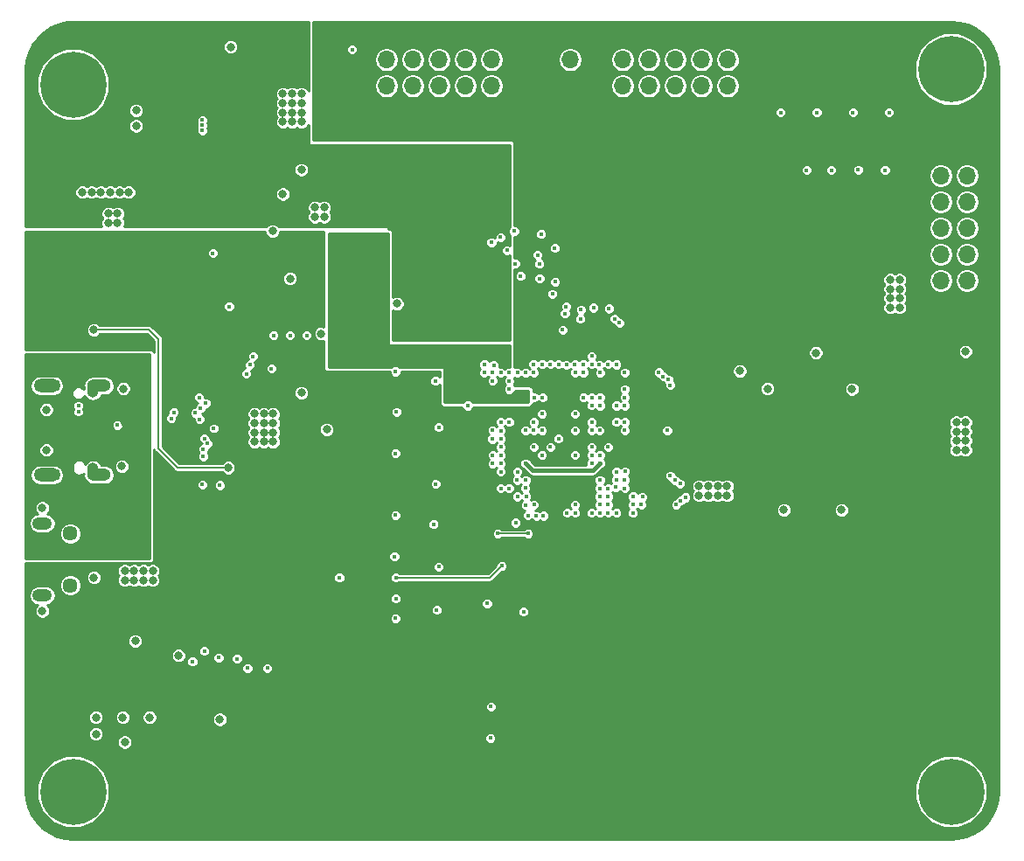
<source format=gbr>
G04 #@! TF.GenerationSoftware,KiCad,Pcbnew,5.0.1*
G04 #@! TF.CreationDate,2018-12-10T01:09:05+01:00*
G04 #@! TF.ProjectId,Kilsyth,4B696C737974682E6B696361645F7063,rev?*
G04 #@! TF.SameCoordinates,Original*
G04 #@! TF.FileFunction,Copper,L3,Inr,Signal*
G04 #@! TF.FilePolarity,Positive*
%FSLAX46Y46*%
G04 Gerber Fmt 4.6, Leading zero omitted, Abs format (unit mm)*
G04 Created by KiCad (PCBNEW 5.0.1) date Mon 10 Dec 2018 01:09:05 AM CET*
%MOMM*%
%LPD*%
G01*
G04 APERTURE LIST*
G04 #@! TA.AperFunction,ViaPad*
%ADD10R,1.700000X1.700000*%
G04 #@! TD*
G04 #@! TA.AperFunction,ViaPad*
%ADD11O,1.700000X1.700000*%
G04 #@! TD*
G04 #@! TA.AperFunction,ViaPad*
%ADD12C,1.450000*%
G04 #@! TD*
G04 #@! TA.AperFunction,ViaPad*
%ADD13O,1.900000X1.200000*%
G04 #@! TD*
G04 #@! TA.AperFunction,ViaPad*
%ADD14O,2.600000X1.300000*%
G04 #@! TD*
G04 #@! TA.AperFunction,ViaPad*
%ADD15O,2.300000X1.200000*%
G04 #@! TD*
G04 #@! TA.AperFunction,ViaPad*
%ADD16O,1.100000X1.650000*%
G04 #@! TD*
G04 #@! TA.AperFunction,ViaPad*
%ADD17C,6.400000*%
G04 #@! TD*
G04 #@! TA.AperFunction,ViaPad*
%ADD18C,0.800000*%
G04 #@! TD*
G04 #@! TA.AperFunction,ViaPad*
%ADD19C,0.450000*%
G04 #@! TD*
G04 #@! TA.AperFunction,ViaPad*
%ADD20C,0.600000*%
G04 #@! TD*
G04 #@! TA.AperFunction,Conductor*
%ADD21C,0.400000*%
G04 #@! TD*
G04 #@! TA.AperFunction,Conductor*
%ADD22C,0.127000*%
G04 #@! TD*
G04 #@! TA.AperFunction,Conductor*
%ADD23C,0.200000*%
G04 #@! TD*
G04 #@! TA.AperFunction,Conductor*
%ADD24C,0.254000*%
G04 #@! TD*
G04 APERTURE END LIST*
D10*
G04 #@! TO.N,+3V3*
G04 #@! TO.C,J10*
X103124000Y-56642000D03*
D11*
G04 #@! TO.N,GND*
X103124000Y-54102000D03*
G04 #@! TD*
D12*
G04 #@! TO.N,GND*
G04 #@! TO.C,J3*
X54712500Y-100000000D03*
X54712500Y-105000000D03*
D13*
X52012500Y-99000000D03*
X52012500Y-106000000D03*
G04 #@! TD*
D14*
G04 #@! TO.N,GND*
G04 #@! TO.C,J2*
X52450000Y-94320000D03*
X52450000Y-85680000D03*
D15*
X57500000Y-85680000D03*
X57500000Y-94320000D03*
D16*
X56900000Y-86020000D03*
X56910000Y-93980000D03*
G04 #@! TD*
D17*
G04 #@! TO.N,GND*
G04 #@! TO.C,H4*
X140000000Y-125000000D03*
G04 #@! TD*
G04 #@! TO.N,GND*
G04 #@! TO.C,H3*
X55000000Y-125000000D03*
G04 #@! TD*
G04 #@! TO.N,GND*
G04 #@! TO.C,H2*
X140000000Y-55000000D03*
G04 #@! TD*
G04 #@! TO.N,GND*
G04 #@! TO.C,H1*
X55000000Y-56500000D03*
G04 #@! TD*
D11*
G04 #@! TO.N,/PMOD2_5*
G04 #@! TO.C,J9*
X141540000Y-65300000D03*
G04 #@! TO.N,/PMOD2_1*
X139000000Y-65300000D03*
G04 #@! TO.N,/PMOD2_6*
X141540000Y-67840000D03*
G04 #@! TO.N,/PMOD2_2*
X139000000Y-67840000D03*
G04 #@! TO.N,/PMOD2_7*
X141540000Y-70380000D03*
G04 #@! TO.N,/PMOD2_3*
X139000000Y-70380000D03*
G04 #@! TO.N,/PMOD2_8*
X141540000Y-72920000D03*
G04 #@! TO.N,/PMOD2_4*
X139000000Y-72920000D03*
G04 #@! TO.N,GND*
X141540000Y-75460000D03*
X139000000Y-75460000D03*
G04 #@! TO.N,+3V3*
X141540000Y-78000000D03*
D10*
X139000000Y-78000000D03*
G04 #@! TD*
D11*
G04 #@! TO.N,/PMOD0_5*
G04 #@! TO.C,J5*
X85344000Y-54102000D03*
G04 #@! TO.N,/PMOD0_1*
X85344000Y-56642000D03*
G04 #@! TO.N,/PMOD0_6*
X87884000Y-54102000D03*
G04 #@! TO.N,/PMOD0_2*
X87884000Y-56642000D03*
G04 #@! TO.N,/PMOD0_7*
X90424000Y-54102000D03*
G04 #@! TO.N,/PMOD0_3*
X90424000Y-56642000D03*
G04 #@! TO.N,/PMOD0_8*
X92964000Y-54102000D03*
G04 #@! TO.N,/PMOD0_4*
X92964000Y-56642000D03*
G04 #@! TO.N,GND*
X95504000Y-54102000D03*
X95504000Y-56642000D03*
G04 #@! TO.N,+3V3*
X98044000Y-54102000D03*
D10*
X98044000Y-56642000D03*
G04 #@! TD*
D11*
G04 #@! TO.N,/PMOD1_5*
G04 #@! TO.C,J8*
X108204000Y-54102000D03*
G04 #@! TO.N,/PMOD1_1*
X108204000Y-56642000D03*
G04 #@! TO.N,/PMOD1_6*
X110744000Y-54102000D03*
G04 #@! TO.N,/PMOD1_2*
X110744000Y-56642000D03*
G04 #@! TO.N,/PMOD1_7*
X113284000Y-54102000D03*
G04 #@! TO.N,/PMOD1_3*
X113284000Y-56642000D03*
G04 #@! TO.N,/PMOD1_8*
X115824000Y-54102000D03*
G04 #@! TO.N,/PMOD1_4*
X115824000Y-56642000D03*
G04 #@! TO.N,GND*
X118364000Y-54102000D03*
X118364000Y-56642000D03*
G04 #@! TO.N,+3V3*
X120904000Y-54102000D03*
D10*
X120904000Y-56642000D03*
G04 #@! TD*
D18*
G04 #@! TO.N,GND*
X59714000Y-93472000D03*
X59850000Y-85950000D03*
X52400000Y-88000000D03*
X52400006Y-91900000D03*
X57000000Y-104250000D03*
X52000000Y-97500000D03*
X52000000Y-107500000D03*
D19*
X106800000Y-97200000D03*
X106000000Y-97200000D03*
X105200000Y-98000000D03*
X106000000Y-98000000D03*
X106800000Y-98000000D03*
X107600000Y-98000000D03*
X109200000Y-98000000D03*
X103600000Y-98000000D03*
X102800000Y-98000000D03*
X110000000Y-97200000D03*
X109200000Y-97200000D03*
X103600000Y-97200000D03*
X106800000Y-96400000D03*
X106000000Y-96400000D03*
X106000000Y-95600000D03*
X106000000Y-94800000D03*
X98800000Y-94800000D03*
X105200000Y-93200000D03*
X106000000Y-92400000D03*
X105200000Y-92400000D03*
X106800000Y-91600000D03*
X105200000Y-91600000D03*
X105200000Y-90000000D03*
X99600000Y-90000000D03*
X98800000Y-90000000D03*
X105200000Y-89200000D03*
X99600000Y-89200000D03*
X107600000Y-87600000D03*
X97200000Y-85200000D03*
X102000000Y-90800000D03*
X101200000Y-91600000D03*
D18*
X77100000Y-59200000D03*
X77100000Y-60100000D03*
X75300000Y-60100000D03*
X77100000Y-57400000D03*
X75300000Y-59200000D03*
X77100000Y-58300000D03*
X76200000Y-59200000D03*
X76200000Y-57400000D03*
X75300000Y-57400000D03*
X76200000Y-60100000D03*
X75300000Y-58300000D03*
X76200000Y-58300000D03*
X61100000Y-59000000D03*
X61100000Y-60500000D03*
D19*
X67500000Y-60950000D03*
X67500000Y-60450000D03*
X67500000Y-59950000D03*
D18*
X75300000Y-67100000D03*
X58575000Y-66925000D03*
X57675000Y-66925000D03*
X55875000Y-66925000D03*
X59475000Y-66925000D03*
X60375000Y-66925000D03*
X56775000Y-66925000D03*
X74300000Y-70700000D03*
X129390000Y-97710000D03*
X141400000Y-82360000D03*
D19*
X108400036Y-87600000D03*
D18*
X126916413Y-82483587D03*
X123800010Y-97700000D03*
X74350000Y-90200000D03*
X72550000Y-90200000D03*
X73450000Y-91100000D03*
X73450000Y-90200000D03*
X72550000Y-89300000D03*
X74350000Y-88400000D03*
X72550000Y-91100000D03*
X72550000Y-88400000D03*
X73450000Y-89300000D03*
X74350000Y-89300000D03*
X74350000Y-91100000D03*
X73450000Y-88400000D03*
X76000000Y-75300000D03*
D19*
X82000000Y-53100000D03*
D18*
X140500000Y-91000000D03*
X141400000Y-91900000D03*
X141400000Y-91000000D03*
X140500000Y-90100000D03*
X140500000Y-91900000D03*
X140500000Y-89200000D03*
X141400000Y-90100000D03*
X141400000Y-89200000D03*
D19*
X108394500Y-84391500D03*
X105206810Y-82804000D03*
D18*
X86360000Y-77724000D03*
X117400000Y-96300000D03*
X118300000Y-95400000D03*
X117400000Y-95400000D03*
X116500000Y-96300000D03*
X118300000Y-96300000D03*
X115600000Y-96300000D03*
X116500000Y-95400000D03*
X115600000Y-95400000D03*
X62700000Y-104500000D03*
X61800000Y-103600000D03*
X60900000Y-103600000D03*
X62700000Y-103600000D03*
X60000000Y-103600000D03*
X61800000Y-104500000D03*
X60000000Y-104500000D03*
X60900000Y-104500000D03*
X130400000Y-86000000D03*
X134100000Y-77200000D03*
X135000000Y-78100000D03*
X135000000Y-77200000D03*
X134100000Y-76300000D03*
X134100000Y-78100000D03*
X134100000Y-75400000D03*
X135000000Y-76300000D03*
X135000000Y-75400000D03*
X79000000Y-80625000D03*
D19*
X99600000Y-91600000D03*
D18*
X62400000Y-117800000D03*
X69200000Y-118000000D03*
D19*
X67317230Y-87851458D03*
D18*
X79552702Y-89899715D03*
D19*
X99559215Y-83580856D03*
D18*
X119550180Y-84236560D03*
X122234960Y-85958680D03*
D19*
X98015510Y-96400000D03*
X98846521Y-96400000D03*
X97850960Y-98940620D03*
X99021900Y-98229420D03*
X99837240Y-98295460D03*
X100517960Y-98264980D03*
X98815471Y-97231239D03*
X99611182Y-97198180D03*
X95576014Y-90812617D03*
X98793300Y-95597980D03*
X108418202Y-93960298D03*
X109199680Y-96400620D03*
X110109000Y-96441260D03*
X99618800Y-86817200D03*
X104400000Y-86825409D03*
X105200000Y-86825409D03*
X100445837Y-86823423D03*
X106009440Y-87602060D03*
X105200000Y-87584490D03*
X105971276Y-89991500D03*
G04 #@! TO.N,+3V3*
X102000000Y-93200000D03*
X101200000Y-93200000D03*
X98800000Y-90800000D03*
X99600000Y-90800000D03*
D18*
X78700000Y-60100000D03*
X79600000Y-60100000D03*
X80500000Y-60100000D03*
X80500000Y-59200000D03*
X78700000Y-59200000D03*
X79600000Y-59200000D03*
X80500000Y-58300000D03*
X78700000Y-58300000D03*
X79600000Y-58300000D03*
X80500000Y-57400000D03*
X78700000Y-57400000D03*
X79600000Y-57400000D03*
D19*
X98800000Y-91600000D03*
X98800000Y-89200000D03*
X98800000Y-88400000D03*
X99600000Y-88400000D03*
X106000000Y-90800000D03*
X106000000Y-91600000D03*
D18*
X127030000Y-97720000D03*
X130990000Y-97730000D03*
X141390000Y-97720000D03*
X129420000Y-82350000D03*
X119700000Y-97299982D03*
D20*
X68700000Y-90500014D03*
D18*
X70800000Y-95400000D03*
X76000000Y-76700000D03*
D19*
X90297000Y-105029000D03*
D18*
X65278000Y-107442000D03*
D19*
X82400000Y-106400000D03*
X86200000Y-107400000D03*
D18*
X101400000Y-97800000D03*
X109600000Y-100200000D03*
X109587500Y-104987500D03*
X101600000Y-106400000D03*
X54800000Y-107800000D03*
X103200002Y-121078000D03*
D20*
X68872100Y-86398100D03*
X68715529Y-88600032D03*
X80934560Y-89197180D03*
X79273400Y-92522040D03*
D18*
X74912220Y-95806260D03*
X124620000Y-82513163D03*
D19*
X95542945Y-94800000D03*
X96403160Y-94802960D03*
X102800001Y-86819584D03*
X103599999Y-86819584D03*
X101196140Y-86794340D03*
X102000002Y-86819584D03*
X105974583Y-88400000D03*
X105986580Y-89197180D03*
D18*
X73000000Y-116300000D03*
X75500000Y-116300000D03*
X78100000Y-116350000D03*
X78100000Y-116350000D03*
X80650000Y-116350000D03*
D19*
G04 #@! TO.N,/FT_DATA_0*
X90400000Y-103200000D03*
X96415215Y-93204200D03*
G04 #@! TO.N,/FT_DATA_13*
X90400000Y-89700006D03*
X96400000Y-90015511D03*
G04 #@! TO.N,/PMOD0_5*
X102715613Y-77997758D03*
G04 #@! TO.N,/PMOD1_4*
X107891580Y-79580740D03*
G04 #@! TO.N,/PMOD0_2*
X103601520Y-84394040D03*
G04 #@! TO.N,/PMOD2_2*
X107594400Y-83616800D03*
G04 #@! TO.N,/RAM_DQ6*
X107600000Y-94800000D03*
X112800000Y-94384490D03*
G04 #@! TO.N,/FT_DATA_1*
X86100000Y-102212249D03*
X95599998Y-93219585D03*
G04 #@! TO.N,/FT_TXE_N*
X86200000Y-84300000D03*
X96400000Y-89184491D03*
G04 #@! TO.N,/FT_CLK*
X96400000Y-91600000D03*
X90086579Y-95194459D03*
G04 #@! TO.N,/PMOD0_7*
X104176599Y-78300000D03*
G04 #@! TO.N,/PMOD0_4*
X104401620Y-84396580D03*
G04 #@! TO.N,/RAM_DQ2*
X108406633Y-95612743D03*
X113813745Y-96816208D03*
G04 #@! TO.N,/RAM_DQ1*
X107528360Y-95493840D03*
X114286263Y-96485047D03*
G04 #@! TO.N,/FT_DATA_10*
X96400000Y-90800000D03*
X86200000Y-92212249D03*
G04 #@! TO.N,/PMOD1_6*
X106004360Y-84409282D03*
G04 #@! TO.N,/PMOD1_3*
X105950798Y-83626214D03*
G04 #@! TO.N,/PMOD1_1*
X105375490Y-78118721D03*
G04 #@! TO.N,/FT_DATA_5*
X86200020Y-98212249D03*
X95613220Y-92387420D03*
G04 #@! TO.N,/FT_BE_1*
X97200000Y-89200000D03*
X90069150Y-85220850D03*
G04 #@! TO.N,/PMOD0_6*
X103564470Y-83614567D03*
G04 #@! TO.N,/PMOD0_3*
X104100000Y-79199988D03*
G04 #@! TO.N,/PMOD0_1*
X102613460Y-78681580D03*
G04 #@! TO.N,/RAM_DQ15*
X108400000Y-89200000D03*
X112808027Y-85617863D03*
G04 #@! TO.N,/RAM_A6*
X108400000Y-90000000D03*
X112516281Y-89986147D03*
G04 #@! TO.N,/RAM_DQ3*
X106796840Y-95603060D03*
X113372193Y-97187658D03*
G04 #@! TO.N,/RAM_DQ4*
X113750000Y-95150000D03*
X107600000Y-94000000D03*
G04 #@! TO.N,/FT_DATA_4*
X89898705Y-99098705D03*
X96411252Y-92408092D03*
G04 #@! TO.N,/FT_DATA_14*
X86300000Y-88200000D03*
X95600000Y-89981606D03*
G04 #@! TO.N,/PMOD1_7*
X107417418Y-79177700D03*
G04 #@! TO.N,/PMOD1_5*
X105204260Y-83611720D03*
G04 #@! TO.N,/PMOD1_2*
X106866087Y-78194567D03*
G04 #@! TO.N,/RAM_DQ12*
X108400000Y-86000000D03*
X111705184Y-84377543D03*
G04 #@! TO.N,/RAM_DQ14*
X107600000Y-89200000D03*
X112621753Y-85071745D03*
G04 #@! TO.N,/RAM_DQ5*
X113244865Y-94805135D03*
X108400000Y-94791310D03*
D18*
G04 #@! TO.N,+2V5*
X82100000Y-73600000D03*
X82100000Y-74500000D03*
X80300000Y-74500000D03*
X82100000Y-71800000D03*
X80300000Y-73600000D03*
X82100000Y-72700000D03*
X81200000Y-73600000D03*
X81200000Y-71800000D03*
X80300000Y-71800000D03*
X81200000Y-74500000D03*
X80300000Y-72700000D03*
X81200000Y-72700000D03*
D19*
X98800000Y-86800000D03*
X106000000Y-86800000D03*
X106000000Y-93200000D03*
X98000000Y-86800000D03*
X98800000Y-93200000D03*
G04 #@! TO.N,/RAM_DQ13*
X108400000Y-86800000D03*
X112133654Y-84764009D03*
G04 #@! TO.N,+1V1*
X100400000Y-92400000D03*
X100400000Y-88400000D03*
X100400000Y-90000000D03*
X103600000Y-92400000D03*
X103600000Y-88400000D03*
X103600000Y-90000000D03*
D18*
X52800000Y-61500000D03*
X52800000Y-62400000D03*
X51000000Y-62400000D03*
X52800000Y-63325000D03*
X51000000Y-61500000D03*
X52800000Y-60600000D03*
X51900000Y-61500000D03*
X51900000Y-63325000D03*
X51000000Y-63325000D03*
X51900000Y-62400000D03*
X51000000Y-60600000D03*
X51900000Y-60600000D03*
X90800000Y-76400000D03*
X92600000Y-74600000D03*
X90800000Y-75500000D03*
X90800000Y-74600000D03*
X92600000Y-75500000D03*
X91700000Y-76400000D03*
X91700000Y-75500000D03*
X91700000Y-74600000D03*
X92600000Y-76400000D03*
D19*
G04 #@! TO.N,Net-(R3-Pad2)*
X86200000Y-108200000D03*
X96400620Y-95608142D03*
G04 #@! TO.N,/JTAG_TDI*
X98000000Y-94000000D03*
X98602801Y-107566460D03*
G04 #@! TO.N,Net-(R1-Pad2)*
X96400000Y-94000000D03*
X86233000Y-106299000D03*
G04 #@! TO.N,/JTAG_TCK*
X95400000Y-119799998D03*
X97990660Y-94808040D03*
G04 #@! TO.N,/FLASH_SCK*
X67691000Y-111379000D03*
D18*
X61000000Y-110400012D03*
D19*
X70866000Y-112124702D03*
G04 #@! TO.N,/JTAG_TMS*
X95450660Y-116758034D03*
X97198180Y-95610684D03*
D18*
G04 #@! TO.N,/FLASH_MISO*
X57199999Y-119400000D03*
X57200000Y-117800000D03*
D19*
G04 #@! TO.N,/INITn*
X90200000Y-107400000D03*
X95072260Y-106772260D03*
G04 #@! TO.N,/FLASH_HOLDn*
X71882000Y-113020890D03*
X66548000Y-112395000D03*
G04 #@! TO.N,/FLASH_MOSI*
X73787000Y-113030000D03*
D18*
X65200000Y-111800000D03*
D19*
X69082862Y-112008870D03*
D18*
G04 #@! TO.N,/FLASH_WPn*
X60000028Y-120200000D03*
X59800000Y-117800000D03*
D19*
G04 #@! TO.N,DONE*
X99050000Y-100000004D03*
X96109915Y-100000015D03*
G04 #@! TO.N,Net-(C21-Pad2)*
X70100000Y-78000000D03*
X68511420Y-72831960D03*
D18*
G04 #@! TO.N,+5V*
X79300000Y-68400000D03*
X79300000Y-69300000D03*
X78400000Y-68400000D03*
X78400000Y-69300000D03*
X58400000Y-69000000D03*
X58400000Y-69900000D03*
X59300000Y-69000000D03*
X59300000Y-69900000D03*
X57000000Y-80250000D03*
X70000000Y-93600000D03*
G04 #@! TO.N,VD10*
X77100000Y-86350000D03*
D19*
G04 #@! TO.N,Net-(R32-Pad1)*
X77600000Y-80800000D03*
X74200000Y-84000016D03*
G04 #@! TO.N,Net-(R33-Pad1)*
X76000000Y-80800000D03*
X72420480Y-82814160D03*
G04 #@! TO.N,Net-(R34-Pad1)*
X74400000Y-80800000D03*
X72110600Y-83654900D03*
G04 #@! TO.N,FT_GPIO0*
X86233000Y-104267000D03*
X96500000Y-103124000D03*
G04 #@! TO.N,Net-(R31-Pad1)*
X69200000Y-95300000D03*
X68600030Y-89815510D03*
G04 #@! TO.N,/FT_TODN*
X67696576Y-90772547D03*
X67809449Y-87350000D03*
G04 #@! TO.N,FT_GPIO1*
X93200000Y-87600000D03*
X97200000Y-86000000D03*
G04 #@! TO.N,/FT_TODP*
X67200000Y-86812249D03*
X68006059Y-91259541D03*
G04 #@! TO.N,/FT_RIDN*
X64500000Y-88827003D03*
X55500000Y-88184023D03*
X67227741Y-88913803D03*
X67599992Y-91800000D03*
G04 #@! TO.N,/FT_RIDP*
X64750000Y-88249924D03*
X55500000Y-87607010D03*
X66812241Y-88312241D03*
X67595137Y-92512159D03*
D18*
G04 #@! TO.N,Net-(C22-Pad1)*
X70250000Y-52850000D03*
X77099998Y-64750000D03*
D19*
G04 #@! TO.N,Net-(J2-PadA5)*
X67500000Y-95250000D03*
X59270900Y-89468960D03*
D18*
G04 #@! TO.N,VBUS*
X60000000Y-89250000D03*
X54900000Y-89900000D03*
X60000000Y-91500014D03*
X57000000Y-100250000D03*
X55900000Y-83000000D03*
X54100000Y-83000000D03*
X55000000Y-83900000D03*
X54100000Y-83900000D03*
X55900000Y-83900000D03*
X53200000Y-83000000D03*
X53200000Y-83900000D03*
X56800000Y-83900000D03*
X56800000Y-83000000D03*
X55000000Y-83000000D03*
D19*
G04 #@! TO.N,Net-(R24-Pad1)*
X80772000Y-104267000D03*
X71760080Y-84518500D03*
G04 #@! TO.N,/PMOD1_8*
X106799380Y-83599020D03*
G04 #@! TO.N,/PMOD0_8*
X104386380Y-83604102D03*
G04 #@! TO.N,/WIDE_40*
X102382320Y-80261460D03*
X102758858Y-83633521D03*
G04 #@! TO.N,/WIDE_37*
X130500000Y-59200000D03*
X131000000Y-64750006D03*
G04 #@! TO.N,/WIDE_39*
X134000000Y-59200000D03*
X133604000Y-64800000D03*
G04 #@! TO.N,/WIDE_38*
X102000000Y-83600000D03*
X101406960Y-76765381D03*
G04 #@! TO.N,/WIDE_35*
X127000000Y-59200000D03*
X128400000Y-64800000D03*
G04 #@! TO.N,/WIDE_33*
X101200000Y-83600000D03*
X123500000Y-59200000D03*
X126000000Y-64800000D03*
X101669597Y-75605613D03*
G04 #@! TO.N,/WIDE_32*
X100415510Y-83600000D03*
X100153798Y-75282607D03*
G04 #@! TO.N,/WIDE_27*
X99600000Y-84400000D03*
X100142038Y-73870820D03*
G04 #@! TO.N,/WIDE_25*
X98800000Y-84400000D03*
X99959160Y-72996628D03*
G04 #@! TO.N,/WIDE_24*
X98000000Y-84400000D03*
X101630498Y-72340215D03*
G04 #@! TO.N,/WIDE_21*
X97203260Y-84391500D03*
X98306742Y-75053848D03*
G04 #@! TO.N,/WIDE_20*
X95600001Y-85204300D03*
X100308851Y-70992524D03*
G04 #@! TO.N,/WIDE_17*
X96393000Y-84399120D03*
X97811882Y-73841498D03*
G04 #@! TO.N,/WIDE_16*
X95600000Y-84400000D03*
X96989678Y-72560691D03*
G04 #@! TO.N,/WIDE_13*
X95711230Y-83670447D03*
X97697712Y-70686781D03*
G04 #@! TO.N,/WIDE_12*
X94800000Y-84400000D03*
X96384671Y-71278832D03*
G04 #@! TO.N,/WIDE_9*
X95504000Y-71772780D03*
X94804010Y-83621224D03*
G04 #@! TD*
D21*
G04 #@! TO.N,+2V5*
X105775001Y-93424999D02*
X106000000Y-93200000D01*
X98800000Y-93200000D02*
X99500000Y-93900000D01*
X105300000Y-93900000D02*
X105775001Y-93424999D01*
X99500000Y-93900000D02*
X105300000Y-93900000D01*
D22*
G04 #@! TO.N,DONE*
X99050000Y-100000004D02*
X96109926Y-100000004D01*
X96109926Y-100000004D02*
X96109915Y-100000015D01*
D23*
G04 #@! TO.N,+5V*
X69434315Y-93600000D02*
X70000000Y-93600000D01*
X65100000Y-93600000D02*
X69434315Y-93600000D01*
X63250000Y-91750000D02*
X65100000Y-93600000D01*
X63250000Y-81150000D02*
X63250000Y-91750000D01*
X57000000Y-80250000D02*
X62350000Y-80250000D01*
X62350000Y-80250000D02*
X63250000Y-81150000D01*
D22*
G04 #@! TO.N,FT_GPIO0*
X86233000Y-104267000D02*
X95357000Y-104267000D01*
X95357000Y-104267000D02*
X96500000Y-103124000D01*
G04 #@! TD*
D24*
G04 #@! TO.N,+3V3*
G36*
X140813384Y-50479403D02*
X141601058Y-50694887D01*
X142338122Y-51046448D01*
X143001283Y-51522977D01*
X143569580Y-52109414D01*
X144025042Y-52787214D01*
X144353281Y-53534963D01*
X144544664Y-54332129D01*
X144594800Y-55014860D01*
X144594801Y-124981941D01*
X144520597Y-125813384D01*
X144305114Y-126601056D01*
X143953550Y-127338126D01*
X143477023Y-128001283D01*
X142890586Y-128569580D01*
X142212786Y-129025042D01*
X141465040Y-129353280D01*
X140667873Y-129544664D01*
X139985140Y-129594800D01*
X55018048Y-129594800D01*
X54186616Y-129520597D01*
X53398944Y-129305114D01*
X52661874Y-128953550D01*
X51998717Y-128477023D01*
X51430420Y-127890586D01*
X50974958Y-127212786D01*
X50646720Y-126465040D01*
X50455336Y-125667873D01*
X50405200Y-124985140D01*
X50405200Y-124297800D01*
X51469800Y-124297800D01*
X51469800Y-125702200D01*
X52007241Y-126999698D01*
X53000302Y-127992759D01*
X54297800Y-128530200D01*
X55702200Y-128530200D01*
X56999698Y-127992759D01*
X57992759Y-126999698D01*
X58530200Y-125702200D01*
X58530200Y-124297800D01*
X136469800Y-124297800D01*
X136469800Y-125702200D01*
X137007241Y-126999698D01*
X138000302Y-127992759D01*
X139297800Y-128530200D01*
X140702200Y-128530200D01*
X141999698Y-127992759D01*
X142992759Y-126999698D01*
X143530200Y-125702200D01*
X143530200Y-124297800D01*
X142992759Y-123000302D01*
X141999698Y-122007241D01*
X140702200Y-121469800D01*
X139297800Y-121469800D01*
X138000302Y-122007241D01*
X137007241Y-123000302D01*
X136469800Y-124297800D01*
X58530200Y-124297800D01*
X57992759Y-123000302D01*
X56999698Y-122007241D01*
X55702200Y-121469800D01*
X54297800Y-121469800D01*
X53000302Y-122007241D01*
X52007241Y-123000302D01*
X51469800Y-124297800D01*
X50405200Y-124297800D01*
X50405200Y-119254754D01*
X56469799Y-119254754D01*
X56469799Y-119545246D01*
X56580966Y-119813625D01*
X56786374Y-120019033D01*
X57054753Y-120130200D01*
X57345245Y-120130200D01*
X57527386Y-120054754D01*
X59269828Y-120054754D01*
X59269828Y-120345246D01*
X59380995Y-120613625D01*
X59586403Y-120819033D01*
X59854782Y-120930200D01*
X60145274Y-120930200D01*
X60413653Y-120819033D01*
X60619061Y-120613625D01*
X60730228Y-120345246D01*
X60730228Y-120054754D01*
X60619061Y-119786375D01*
X60522248Y-119689562D01*
X94844800Y-119689562D01*
X94844800Y-119910434D01*
X94929324Y-120114494D01*
X95085504Y-120270674D01*
X95289564Y-120355198D01*
X95510436Y-120355198D01*
X95714496Y-120270674D01*
X95870676Y-120114494D01*
X95955200Y-119910434D01*
X95955200Y-119689562D01*
X95870676Y-119485502D01*
X95714496Y-119329322D01*
X95510436Y-119244798D01*
X95289564Y-119244798D01*
X95085504Y-119329322D01*
X94929324Y-119485502D01*
X94844800Y-119689562D01*
X60522248Y-119689562D01*
X60413653Y-119580967D01*
X60145274Y-119469800D01*
X59854782Y-119469800D01*
X59586403Y-119580967D01*
X59380995Y-119786375D01*
X59269828Y-120054754D01*
X57527386Y-120054754D01*
X57613624Y-120019033D01*
X57819032Y-119813625D01*
X57930199Y-119545246D01*
X57930199Y-119254754D01*
X57819032Y-118986375D01*
X57613624Y-118780967D01*
X57345245Y-118669800D01*
X57054753Y-118669800D01*
X56786374Y-118780967D01*
X56580966Y-118986375D01*
X56469799Y-119254754D01*
X50405200Y-119254754D01*
X50405200Y-117654754D01*
X56469800Y-117654754D01*
X56469800Y-117945246D01*
X56580967Y-118213625D01*
X56786375Y-118419033D01*
X57054754Y-118530200D01*
X57345246Y-118530200D01*
X57613625Y-118419033D01*
X57819033Y-118213625D01*
X57930200Y-117945246D01*
X57930200Y-117654754D01*
X59069800Y-117654754D01*
X59069800Y-117945246D01*
X59180967Y-118213625D01*
X59386375Y-118419033D01*
X59654754Y-118530200D01*
X59945246Y-118530200D01*
X60213625Y-118419033D01*
X60419033Y-118213625D01*
X60530200Y-117945246D01*
X60530200Y-117654754D01*
X61669800Y-117654754D01*
X61669800Y-117945246D01*
X61780967Y-118213625D01*
X61986375Y-118419033D01*
X62254754Y-118530200D01*
X62545246Y-118530200D01*
X62813625Y-118419033D01*
X63019033Y-118213625D01*
X63130200Y-117945246D01*
X63130200Y-117854754D01*
X68469800Y-117854754D01*
X68469800Y-118145246D01*
X68580967Y-118413625D01*
X68786375Y-118619033D01*
X69054754Y-118730200D01*
X69345246Y-118730200D01*
X69613625Y-118619033D01*
X69819033Y-118413625D01*
X69930200Y-118145246D01*
X69930200Y-117854754D01*
X69819033Y-117586375D01*
X69613625Y-117380967D01*
X69345246Y-117269800D01*
X69054754Y-117269800D01*
X68786375Y-117380967D01*
X68580967Y-117586375D01*
X68469800Y-117854754D01*
X63130200Y-117854754D01*
X63130200Y-117654754D01*
X63019033Y-117386375D01*
X62813625Y-117180967D01*
X62545246Y-117069800D01*
X62254754Y-117069800D01*
X61986375Y-117180967D01*
X61780967Y-117386375D01*
X61669800Y-117654754D01*
X60530200Y-117654754D01*
X60419033Y-117386375D01*
X60213625Y-117180967D01*
X59945246Y-117069800D01*
X59654754Y-117069800D01*
X59386375Y-117180967D01*
X59180967Y-117386375D01*
X59069800Y-117654754D01*
X57930200Y-117654754D01*
X57819033Y-117386375D01*
X57613625Y-117180967D01*
X57345246Y-117069800D01*
X57054754Y-117069800D01*
X56786375Y-117180967D01*
X56580967Y-117386375D01*
X56469800Y-117654754D01*
X50405200Y-117654754D01*
X50405200Y-116647598D01*
X94895460Y-116647598D01*
X94895460Y-116868470D01*
X94979984Y-117072530D01*
X95136164Y-117228710D01*
X95340224Y-117313234D01*
X95561096Y-117313234D01*
X95765156Y-117228710D01*
X95921336Y-117072530D01*
X96005860Y-116868470D01*
X96005860Y-116647598D01*
X95921336Y-116443538D01*
X95765156Y-116287358D01*
X95561096Y-116202834D01*
X95340224Y-116202834D01*
X95136164Y-116287358D01*
X94979984Y-116443538D01*
X94895460Y-116647598D01*
X50405200Y-116647598D01*
X50405200Y-111654754D01*
X64469800Y-111654754D01*
X64469800Y-111945246D01*
X64580967Y-112213625D01*
X64786375Y-112419033D01*
X65054754Y-112530200D01*
X65345246Y-112530200D01*
X65613625Y-112419033D01*
X65748094Y-112284564D01*
X65992800Y-112284564D01*
X65992800Y-112505436D01*
X66077324Y-112709496D01*
X66233504Y-112865676D01*
X66437564Y-112950200D01*
X66658436Y-112950200D01*
X66754391Y-112910454D01*
X71326800Y-112910454D01*
X71326800Y-113131326D01*
X71411324Y-113335386D01*
X71567504Y-113491566D01*
X71771564Y-113576090D01*
X71992436Y-113576090D01*
X72196496Y-113491566D01*
X72352676Y-113335386D01*
X72437200Y-113131326D01*
X72437200Y-112919564D01*
X73231800Y-112919564D01*
X73231800Y-113140436D01*
X73316324Y-113344496D01*
X73472504Y-113500676D01*
X73676564Y-113585200D01*
X73897436Y-113585200D01*
X74101496Y-113500676D01*
X74257676Y-113344496D01*
X74342200Y-113140436D01*
X74342200Y-112919564D01*
X74257676Y-112715504D01*
X74101496Y-112559324D01*
X73897436Y-112474800D01*
X73676564Y-112474800D01*
X73472504Y-112559324D01*
X73316324Y-112715504D01*
X73231800Y-112919564D01*
X72437200Y-112919564D01*
X72437200Y-112910454D01*
X72352676Y-112706394D01*
X72196496Y-112550214D01*
X71992436Y-112465690D01*
X71771564Y-112465690D01*
X71567504Y-112550214D01*
X71411324Y-112706394D01*
X71326800Y-112910454D01*
X66754391Y-112910454D01*
X66862496Y-112865676D01*
X67018676Y-112709496D01*
X67103200Y-112505436D01*
X67103200Y-112284564D01*
X67018676Y-112080504D01*
X66862496Y-111924324D01*
X66658436Y-111839800D01*
X66437564Y-111839800D01*
X66233504Y-111924324D01*
X66077324Y-112080504D01*
X65992800Y-112284564D01*
X65748094Y-112284564D01*
X65819033Y-112213625D01*
X65930200Y-111945246D01*
X65930200Y-111654754D01*
X65819033Y-111386375D01*
X65701222Y-111268564D01*
X67135800Y-111268564D01*
X67135800Y-111489436D01*
X67220324Y-111693496D01*
X67376504Y-111849676D01*
X67580564Y-111934200D01*
X67801436Y-111934200D01*
X67887783Y-111898434D01*
X68527662Y-111898434D01*
X68527662Y-112119306D01*
X68612186Y-112323366D01*
X68768366Y-112479546D01*
X68972426Y-112564070D01*
X69193298Y-112564070D01*
X69397358Y-112479546D01*
X69553538Y-112323366D01*
X69638062Y-112119306D01*
X69638062Y-112014266D01*
X70310800Y-112014266D01*
X70310800Y-112235138D01*
X70395324Y-112439198D01*
X70551504Y-112595378D01*
X70755564Y-112679902D01*
X70976436Y-112679902D01*
X71180496Y-112595378D01*
X71336676Y-112439198D01*
X71421200Y-112235138D01*
X71421200Y-112014266D01*
X71336676Y-111810206D01*
X71180496Y-111654026D01*
X70976436Y-111569502D01*
X70755564Y-111569502D01*
X70551504Y-111654026D01*
X70395324Y-111810206D01*
X70310800Y-112014266D01*
X69638062Y-112014266D01*
X69638062Y-111898434D01*
X69553538Y-111694374D01*
X69397358Y-111538194D01*
X69193298Y-111453670D01*
X68972426Y-111453670D01*
X68768366Y-111538194D01*
X68612186Y-111694374D01*
X68527662Y-111898434D01*
X67887783Y-111898434D01*
X68005496Y-111849676D01*
X68161676Y-111693496D01*
X68246200Y-111489436D01*
X68246200Y-111268564D01*
X68161676Y-111064504D01*
X68005496Y-110908324D01*
X67801436Y-110823800D01*
X67580564Y-110823800D01*
X67376504Y-110908324D01*
X67220324Y-111064504D01*
X67135800Y-111268564D01*
X65701222Y-111268564D01*
X65613625Y-111180967D01*
X65345246Y-111069800D01*
X65054754Y-111069800D01*
X64786375Y-111180967D01*
X64580967Y-111386375D01*
X64469800Y-111654754D01*
X50405200Y-111654754D01*
X50405200Y-110254766D01*
X60269800Y-110254766D01*
X60269800Y-110545258D01*
X60380967Y-110813637D01*
X60586375Y-111019045D01*
X60854754Y-111130212D01*
X61145246Y-111130212D01*
X61413625Y-111019045D01*
X61619033Y-110813637D01*
X61730200Y-110545258D01*
X61730200Y-110254766D01*
X61619033Y-109986387D01*
X61413625Y-109780979D01*
X61145246Y-109669812D01*
X60854754Y-109669812D01*
X60586375Y-109780979D01*
X60380967Y-109986387D01*
X60269800Y-110254766D01*
X50405200Y-110254766D01*
X50405200Y-106000000D01*
X50714077Y-106000000D01*
X50786271Y-106362946D01*
X50991864Y-106670636D01*
X51299554Y-106876229D01*
X51542740Y-106924602D01*
X51380967Y-107086375D01*
X51269800Y-107354754D01*
X51269800Y-107645246D01*
X51380967Y-107913625D01*
X51586375Y-108119033D01*
X51854754Y-108230200D01*
X52145246Y-108230200D01*
X52413625Y-108119033D01*
X52443094Y-108089564D01*
X85644800Y-108089564D01*
X85644800Y-108310436D01*
X85729324Y-108514496D01*
X85885504Y-108670676D01*
X86089564Y-108755200D01*
X86310436Y-108755200D01*
X86514496Y-108670676D01*
X86670676Y-108514496D01*
X86755200Y-108310436D01*
X86755200Y-108089564D01*
X86670676Y-107885504D01*
X86514496Y-107729324D01*
X86310436Y-107644800D01*
X86089564Y-107644800D01*
X85885504Y-107729324D01*
X85729324Y-107885504D01*
X85644800Y-108089564D01*
X52443094Y-108089564D01*
X52619033Y-107913625D01*
X52730200Y-107645246D01*
X52730200Y-107354754D01*
X52703198Y-107289564D01*
X89644800Y-107289564D01*
X89644800Y-107510436D01*
X89729324Y-107714496D01*
X89885504Y-107870676D01*
X90089564Y-107955200D01*
X90310436Y-107955200D01*
X90514496Y-107870676D01*
X90670676Y-107714496D01*
X90755200Y-107510436D01*
X90755200Y-107456024D01*
X98047601Y-107456024D01*
X98047601Y-107676896D01*
X98132125Y-107880956D01*
X98288305Y-108037136D01*
X98492365Y-108121660D01*
X98713237Y-108121660D01*
X98917297Y-108037136D01*
X99073477Y-107880956D01*
X99158001Y-107676896D01*
X99158001Y-107456024D01*
X99073477Y-107251964D01*
X98917297Y-107095784D01*
X98713237Y-107011260D01*
X98492365Y-107011260D01*
X98288305Y-107095784D01*
X98132125Y-107251964D01*
X98047601Y-107456024D01*
X90755200Y-107456024D01*
X90755200Y-107289564D01*
X90670676Y-107085504D01*
X90514496Y-106929324D01*
X90310436Y-106844800D01*
X90089564Y-106844800D01*
X89885504Y-106929324D01*
X89729324Y-107085504D01*
X89644800Y-107289564D01*
X52703198Y-107289564D01*
X52619033Y-107086375D01*
X52461407Y-106928749D01*
X52725446Y-106876229D01*
X53033136Y-106670636D01*
X53238729Y-106362946D01*
X53273415Y-106188564D01*
X85677800Y-106188564D01*
X85677800Y-106409436D01*
X85762324Y-106613496D01*
X85918504Y-106769676D01*
X86122564Y-106854200D01*
X86343436Y-106854200D01*
X86547496Y-106769676D01*
X86655348Y-106661824D01*
X94517060Y-106661824D01*
X94517060Y-106882696D01*
X94601584Y-107086756D01*
X94757764Y-107242936D01*
X94961824Y-107327460D01*
X95182696Y-107327460D01*
X95386756Y-107242936D01*
X95542936Y-107086756D01*
X95627460Y-106882696D01*
X95627460Y-106661824D01*
X95542936Y-106457764D01*
X95386756Y-106301584D01*
X95182696Y-106217060D01*
X94961824Y-106217060D01*
X94757764Y-106301584D01*
X94601584Y-106457764D01*
X94517060Y-106661824D01*
X86655348Y-106661824D01*
X86703676Y-106613496D01*
X86788200Y-106409436D01*
X86788200Y-106188564D01*
X86703676Y-105984504D01*
X86547496Y-105828324D01*
X86343436Y-105743800D01*
X86122564Y-105743800D01*
X85918504Y-105828324D01*
X85762324Y-105984504D01*
X85677800Y-106188564D01*
X53273415Y-106188564D01*
X53310923Y-106000000D01*
X53238729Y-105637054D01*
X53033136Y-105329364D01*
X52725446Y-105123771D01*
X52454114Y-105069800D01*
X51570886Y-105069800D01*
X51299554Y-105123771D01*
X50991864Y-105329364D01*
X50786271Y-105637054D01*
X50714077Y-106000000D01*
X50405200Y-106000000D01*
X50405200Y-104790108D01*
X53657300Y-104790108D01*
X53657300Y-105209892D01*
X53817944Y-105597723D01*
X54114777Y-105894556D01*
X54502608Y-106055200D01*
X54922392Y-106055200D01*
X55310223Y-105894556D01*
X55607056Y-105597723D01*
X55767700Y-105209892D01*
X55767700Y-104790108D01*
X55607056Y-104402277D01*
X55310223Y-104105444D01*
X55308558Y-104104754D01*
X56269800Y-104104754D01*
X56269800Y-104395246D01*
X56380967Y-104663625D01*
X56586375Y-104869033D01*
X56854754Y-104980200D01*
X57145246Y-104980200D01*
X57413625Y-104869033D01*
X57619033Y-104663625D01*
X57730200Y-104395246D01*
X57730200Y-104104754D01*
X57619033Y-103836375D01*
X57413625Y-103630967D01*
X57145246Y-103519800D01*
X56854754Y-103519800D01*
X56586375Y-103630967D01*
X56380967Y-103836375D01*
X56269800Y-104104754D01*
X55308558Y-104104754D01*
X54922392Y-103944800D01*
X54502608Y-103944800D01*
X54114777Y-104105444D01*
X53817944Y-104402277D01*
X53657300Y-104790108D01*
X50405200Y-104790108D01*
X50405200Y-103454754D01*
X59269800Y-103454754D01*
X59269800Y-103745246D01*
X59380967Y-104013625D01*
X59417342Y-104050000D01*
X59380967Y-104086375D01*
X59269800Y-104354754D01*
X59269800Y-104645246D01*
X59380967Y-104913625D01*
X59586375Y-105119033D01*
X59854754Y-105230200D01*
X60145246Y-105230200D01*
X60413625Y-105119033D01*
X60450000Y-105082658D01*
X60486375Y-105119033D01*
X60754754Y-105230200D01*
X61045246Y-105230200D01*
X61313625Y-105119033D01*
X61350000Y-105082658D01*
X61386375Y-105119033D01*
X61654754Y-105230200D01*
X61945246Y-105230200D01*
X62213625Y-105119033D01*
X62250000Y-105082658D01*
X62286375Y-105119033D01*
X62554754Y-105230200D01*
X62845246Y-105230200D01*
X63113625Y-105119033D01*
X63319033Y-104913625D01*
X63430200Y-104645246D01*
X63430200Y-104354754D01*
X63348107Y-104156564D01*
X80216800Y-104156564D01*
X80216800Y-104377436D01*
X80301324Y-104581496D01*
X80457504Y-104737676D01*
X80661564Y-104822200D01*
X80882436Y-104822200D01*
X81086496Y-104737676D01*
X81242676Y-104581496D01*
X81327200Y-104377436D01*
X81327200Y-104156564D01*
X85677800Y-104156564D01*
X85677800Y-104377436D01*
X85762324Y-104581496D01*
X85918504Y-104737676D01*
X86122564Y-104822200D01*
X86343436Y-104822200D01*
X86547496Y-104737676D01*
X86624472Y-104660700D01*
X95318225Y-104660700D01*
X95357000Y-104668413D01*
X95395775Y-104660700D01*
X95395776Y-104660700D01*
X95510614Y-104637857D01*
X95640842Y-104550842D01*
X95662809Y-104517966D01*
X96501576Y-103679200D01*
X96610436Y-103679200D01*
X96814496Y-103594676D01*
X96970676Y-103438496D01*
X97055200Y-103234436D01*
X97055200Y-103013564D01*
X96970676Y-102809504D01*
X96814496Y-102653324D01*
X96610436Y-102568800D01*
X96389564Y-102568800D01*
X96185504Y-102653324D01*
X96029324Y-102809504D01*
X95944800Y-103013564D01*
X95944800Y-103122424D01*
X95193925Y-103873300D01*
X86624472Y-103873300D01*
X86547496Y-103796324D01*
X86343436Y-103711800D01*
X86122564Y-103711800D01*
X85918504Y-103796324D01*
X85762324Y-103952504D01*
X85677800Y-104156564D01*
X81327200Y-104156564D01*
X81242676Y-103952504D01*
X81086496Y-103796324D01*
X80882436Y-103711800D01*
X80661564Y-103711800D01*
X80457504Y-103796324D01*
X80301324Y-103952504D01*
X80216800Y-104156564D01*
X63348107Y-104156564D01*
X63319033Y-104086375D01*
X63282658Y-104050000D01*
X63319033Y-104013625D01*
X63430200Y-103745246D01*
X63430200Y-103454754D01*
X63319033Y-103186375D01*
X63222222Y-103089564D01*
X89844800Y-103089564D01*
X89844800Y-103310436D01*
X89929324Y-103514496D01*
X90085504Y-103670676D01*
X90289564Y-103755200D01*
X90510436Y-103755200D01*
X90714496Y-103670676D01*
X90870676Y-103514496D01*
X90955200Y-103310436D01*
X90955200Y-103089564D01*
X90870676Y-102885504D01*
X90714496Y-102729324D01*
X90510436Y-102644800D01*
X90289564Y-102644800D01*
X90085504Y-102729324D01*
X89929324Y-102885504D01*
X89844800Y-103089564D01*
X63222222Y-103089564D01*
X63113625Y-102980967D01*
X62845246Y-102869800D01*
X62554754Y-102869800D01*
X62286375Y-102980967D01*
X62250000Y-103017342D01*
X62213625Y-102980967D01*
X61945246Y-102869800D01*
X61654754Y-102869800D01*
X61386375Y-102980967D01*
X61350000Y-103017342D01*
X61313625Y-102980967D01*
X61045246Y-102869800D01*
X60754754Y-102869800D01*
X60486375Y-102980967D01*
X60450000Y-103017342D01*
X60413625Y-102980967D01*
X60145246Y-102869800D01*
X59854754Y-102869800D01*
X59586375Y-102980967D01*
X59380967Y-103186375D01*
X59269800Y-103454754D01*
X50405200Y-103454754D01*
X50405200Y-102830200D01*
X62500000Y-102830200D01*
X62626362Y-102805065D01*
X62733487Y-102733487D01*
X62805065Y-102626362D01*
X62830200Y-102500000D01*
X62830200Y-102101813D01*
X85544800Y-102101813D01*
X85544800Y-102322685D01*
X85629324Y-102526745D01*
X85785504Y-102682925D01*
X85989564Y-102767449D01*
X86210436Y-102767449D01*
X86414496Y-102682925D01*
X86570676Y-102526745D01*
X86655200Y-102322685D01*
X86655200Y-102101813D01*
X86570676Y-101897753D01*
X86414496Y-101741573D01*
X86210436Y-101657049D01*
X85989564Y-101657049D01*
X85785504Y-101741573D01*
X85629324Y-101897753D01*
X85544800Y-102101813D01*
X62830200Y-102101813D01*
X62830200Y-99889579D01*
X95554715Y-99889579D01*
X95554715Y-100110451D01*
X95639239Y-100314511D01*
X95795419Y-100470691D01*
X95999479Y-100555215D01*
X96220351Y-100555215D01*
X96424411Y-100470691D01*
X96501398Y-100393704D01*
X98658528Y-100393704D01*
X98735504Y-100470680D01*
X98939564Y-100555204D01*
X99160436Y-100555204D01*
X99364496Y-100470680D01*
X99520676Y-100314500D01*
X99605200Y-100110440D01*
X99605200Y-99889568D01*
X99520676Y-99685508D01*
X99364496Y-99529328D01*
X99160436Y-99444804D01*
X98939564Y-99444804D01*
X98735504Y-99529328D01*
X98658528Y-99606304D01*
X96501376Y-99606304D01*
X96424411Y-99529339D01*
X96220351Y-99444815D01*
X95999479Y-99444815D01*
X95795419Y-99529339D01*
X95639239Y-99685519D01*
X95554715Y-99889579D01*
X62830200Y-99889579D01*
X62830200Y-98988269D01*
X89343505Y-98988269D01*
X89343505Y-99209141D01*
X89428029Y-99413201D01*
X89584209Y-99569381D01*
X89788269Y-99653905D01*
X90009141Y-99653905D01*
X90213201Y-99569381D01*
X90369381Y-99413201D01*
X90453905Y-99209141D01*
X90453905Y-98988269D01*
X90388425Y-98830184D01*
X97295760Y-98830184D01*
X97295760Y-99051056D01*
X97380284Y-99255116D01*
X97536464Y-99411296D01*
X97740524Y-99495820D01*
X97961396Y-99495820D01*
X98165456Y-99411296D01*
X98321636Y-99255116D01*
X98406160Y-99051056D01*
X98406160Y-98830184D01*
X98321636Y-98626124D01*
X98165456Y-98469944D01*
X97961396Y-98385420D01*
X97740524Y-98385420D01*
X97536464Y-98469944D01*
X97380284Y-98626124D01*
X97295760Y-98830184D01*
X90388425Y-98830184D01*
X90369381Y-98784209D01*
X90213201Y-98628029D01*
X90009141Y-98543505D01*
X89788269Y-98543505D01*
X89584209Y-98628029D01*
X89428029Y-98784209D01*
X89343505Y-98988269D01*
X62830200Y-98988269D01*
X62830200Y-98101813D01*
X85644820Y-98101813D01*
X85644820Y-98322685D01*
X85729344Y-98526745D01*
X85885524Y-98682925D01*
X86089584Y-98767449D01*
X86310456Y-98767449D01*
X86514516Y-98682925D01*
X86670696Y-98526745D01*
X86755220Y-98322685D01*
X86755220Y-98101813D01*
X86670696Y-97897753D01*
X86514516Y-97741573D01*
X86310456Y-97657049D01*
X86089584Y-97657049D01*
X85885524Y-97741573D01*
X85729344Y-97897753D01*
X85644820Y-98101813D01*
X62830200Y-98101813D01*
X62830200Y-95139564D01*
X66944800Y-95139564D01*
X66944800Y-95360436D01*
X67029324Y-95564496D01*
X67185504Y-95720676D01*
X67389564Y-95805200D01*
X67610436Y-95805200D01*
X67814496Y-95720676D01*
X67970676Y-95564496D01*
X68055200Y-95360436D01*
X68055200Y-95189564D01*
X68644800Y-95189564D01*
X68644800Y-95410436D01*
X68729324Y-95614496D01*
X68885504Y-95770676D01*
X69089564Y-95855200D01*
X69310436Y-95855200D01*
X69514496Y-95770676D01*
X69670676Y-95614496D01*
X69755200Y-95410436D01*
X69755200Y-95189564D01*
X69711484Y-95084023D01*
X89531379Y-95084023D01*
X89531379Y-95304895D01*
X89615903Y-95508955D01*
X89772083Y-95665135D01*
X89976143Y-95749659D01*
X90197015Y-95749659D01*
X90401075Y-95665135D01*
X90557255Y-95508955D01*
X90561914Y-95497706D01*
X95845420Y-95497706D01*
X95845420Y-95718578D01*
X95929944Y-95922638D01*
X96086124Y-96078818D01*
X96290184Y-96163342D01*
X96511056Y-96163342D01*
X96715116Y-96078818D01*
X96798129Y-95995805D01*
X96883684Y-96081360D01*
X97087744Y-96165884D01*
X97308616Y-96165884D01*
X97512676Y-96081360D01*
X97668856Y-95925180D01*
X97753380Y-95721120D01*
X97753380Y-95500248D01*
X97668856Y-95296188D01*
X97512676Y-95140008D01*
X97308616Y-95055484D01*
X97087744Y-95055484D01*
X96883684Y-95140008D01*
X96800671Y-95223021D01*
X96715116Y-95137466D01*
X96511056Y-95052942D01*
X96290184Y-95052942D01*
X96086124Y-95137466D01*
X95929944Y-95293646D01*
X95845420Y-95497706D01*
X90561914Y-95497706D01*
X90641779Y-95304895D01*
X90641779Y-95084023D01*
X90557255Y-94879963D01*
X90401075Y-94723783D01*
X90337873Y-94697604D01*
X97435460Y-94697604D01*
X97435460Y-94918476D01*
X97519984Y-95122536D01*
X97676164Y-95278716D01*
X97880224Y-95363240D01*
X98101096Y-95363240D01*
X98305156Y-95278716D01*
X98399350Y-95184522D01*
X98410468Y-95195640D01*
X98322624Y-95283484D01*
X98238100Y-95487544D01*
X98238100Y-95708416D01*
X98322624Y-95912476D01*
X98435749Y-96025601D01*
X98431016Y-96030334D01*
X98330006Y-95929324D01*
X98125946Y-95844800D01*
X97905074Y-95844800D01*
X97701014Y-95929324D01*
X97544834Y-96085504D01*
X97460310Y-96289564D01*
X97460310Y-96510436D01*
X97544834Y-96714496D01*
X97701014Y-96870676D01*
X97905074Y-96955200D01*
X98125946Y-96955200D01*
X98330006Y-96870676D01*
X98431016Y-96769667D01*
X98461444Y-96800095D01*
X98344795Y-96916743D01*
X98260271Y-97120803D01*
X98260271Y-97341675D01*
X98344795Y-97545735D01*
X98500975Y-97701915D01*
X98687127Y-97779021D01*
X98551224Y-97914924D01*
X98466700Y-98118984D01*
X98466700Y-98339856D01*
X98551224Y-98543916D01*
X98707404Y-98700096D01*
X98911464Y-98784620D01*
X99132336Y-98784620D01*
X99336396Y-98700096D01*
X99396550Y-98639942D01*
X99522744Y-98766136D01*
X99726804Y-98850660D01*
X99947676Y-98850660D01*
X100151736Y-98766136D01*
X100192840Y-98725032D01*
X100203464Y-98735656D01*
X100407524Y-98820180D01*
X100628396Y-98820180D01*
X100832456Y-98735656D01*
X100988636Y-98579476D01*
X101073160Y-98375416D01*
X101073160Y-98154544D01*
X100988636Y-97950484D01*
X100927716Y-97889564D01*
X102244800Y-97889564D01*
X102244800Y-98110436D01*
X102329324Y-98314496D01*
X102485504Y-98470676D01*
X102689564Y-98555200D01*
X102910436Y-98555200D01*
X103114496Y-98470676D01*
X103200000Y-98385172D01*
X103285504Y-98470676D01*
X103489564Y-98555200D01*
X103710436Y-98555200D01*
X103914496Y-98470676D01*
X104070676Y-98314496D01*
X104155200Y-98110436D01*
X104155200Y-97889564D01*
X104644800Y-97889564D01*
X104644800Y-98110436D01*
X104729324Y-98314496D01*
X104885504Y-98470676D01*
X105089564Y-98555200D01*
X105310436Y-98555200D01*
X105514496Y-98470676D01*
X105600000Y-98385172D01*
X105685504Y-98470676D01*
X105889564Y-98555200D01*
X106110436Y-98555200D01*
X106314496Y-98470676D01*
X106400000Y-98385172D01*
X106485504Y-98470676D01*
X106689564Y-98555200D01*
X106910436Y-98555200D01*
X107114496Y-98470676D01*
X107200000Y-98385172D01*
X107285504Y-98470676D01*
X107489564Y-98555200D01*
X107710436Y-98555200D01*
X107914496Y-98470676D01*
X108070676Y-98314496D01*
X108155200Y-98110436D01*
X108155200Y-97889564D01*
X108070676Y-97685504D01*
X107914496Y-97529324D01*
X107710436Y-97444800D01*
X107489564Y-97444800D01*
X107285504Y-97529324D01*
X107200000Y-97614828D01*
X107185172Y-97600000D01*
X107270676Y-97514496D01*
X107355200Y-97310436D01*
X107355200Y-97089564D01*
X107270676Y-96885504D01*
X107185172Y-96800000D01*
X107270676Y-96714496D01*
X107355200Y-96510436D01*
X107355200Y-96290184D01*
X108644480Y-96290184D01*
X108644480Y-96511056D01*
X108729004Y-96715116D01*
X108814358Y-96800470D01*
X108729324Y-96885504D01*
X108644800Y-97089564D01*
X108644800Y-97310436D01*
X108729324Y-97514496D01*
X108814828Y-97600000D01*
X108729324Y-97685504D01*
X108644800Y-97889564D01*
X108644800Y-98110436D01*
X108729324Y-98314496D01*
X108885504Y-98470676D01*
X109089564Y-98555200D01*
X109310436Y-98555200D01*
X109514496Y-98470676D01*
X109670676Y-98314496D01*
X109755200Y-98110436D01*
X109755200Y-97889564D01*
X109670676Y-97685504D01*
X109585172Y-97600000D01*
X109600000Y-97585172D01*
X109685504Y-97670676D01*
X109889564Y-97755200D01*
X110110436Y-97755200D01*
X110314496Y-97670676D01*
X110470676Y-97514496D01*
X110555200Y-97310436D01*
X110555200Y-97089564D01*
X110550088Y-97077222D01*
X112816993Y-97077222D01*
X112816993Y-97298094D01*
X112901517Y-97502154D01*
X113057697Y-97658334D01*
X113261757Y-97742858D01*
X113482629Y-97742858D01*
X113686689Y-97658334D01*
X113790269Y-97554754D01*
X123069810Y-97554754D01*
X123069810Y-97845246D01*
X123180977Y-98113625D01*
X123386385Y-98319033D01*
X123654764Y-98430200D01*
X123945256Y-98430200D01*
X124213635Y-98319033D01*
X124419043Y-98113625D01*
X124530210Y-97845246D01*
X124530210Y-97564754D01*
X128659800Y-97564754D01*
X128659800Y-97855246D01*
X128770967Y-98123625D01*
X128976375Y-98329033D01*
X129244754Y-98440200D01*
X129535246Y-98440200D01*
X129803625Y-98329033D01*
X130009033Y-98123625D01*
X130120200Y-97855246D01*
X130120200Y-97564754D01*
X130009033Y-97296375D01*
X129803625Y-97090967D01*
X129535246Y-96979800D01*
X129244754Y-96979800D01*
X128976375Y-97090967D01*
X128770967Y-97296375D01*
X128659800Y-97564754D01*
X124530210Y-97564754D01*
X124530210Y-97554754D01*
X124419043Y-97286375D01*
X124213635Y-97080967D01*
X123945256Y-96969800D01*
X123654764Y-96969800D01*
X123386385Y-97080967D01*
X123180977Y-97286375D01*
X123069810Y-97554754D01*
X113790269Y-97554754D01*
X113842869Y-97502154D01*
X113897025Y-97371408D01*
X113924181Y-97371408D01*
X114128241Y-97286884D01*
X114284421Y-97130704D01*
X114321889Y-97040247D01*
X114396699Y-97040247D01*
X114600759Y-96955723D01*
X114756939Y-96799543D01*
X114841463Y-96595483D01*
X114841463Y-96374611D01*
X114756939Y-96170551D01*
X114600759Y-96014371D01*
X114396699Y-95929847D01*
X114175827Y-95929847D01*
X113971767Y-96014371D01*
X113815587Y-96170551D01*
X113778119Y-96261008D01*
X113703309Y-96261008D01*
X113499249Y-96345532D01*
X113343069Y-96501712D01*
X113288913Y-96632458D01*
X113261757Y-96632458D01*
X113057697Y-96716982D01*
X112901517Y-96873162D01*
X112816993Y-97077222D01*
X110550088Y-97077222D01*
X110470676Y-96885504D01*
X110460302Y-96875130D01*
X110579676Y-96755756D01*
X110664200Y-96551696D01*
X110664200Y-96330824D01*
X110579676Y-96126764D01*
X110423496Y-95970584D01*
X110219436Y-95886060D01*
X109998564Y-95886060D01*
X109794504Y-95970584D01*
X109672877Y-96092211D01*
X109670356Y-96086124D01*
X109514176Y-95929944D01*
X109310116Y-95845420D01*
X109089244Y-95845420D01*
X108885184Y-95929944D01*
X108729004Y-96086124D01*
X108644480Y-96290184D01*
X107355200Y-96290184D01*
X107355200Y-96289564D01*
X107270676Y-96085504D01*
X107185122Y-95999950D01*
X107218596Y-95966476D01*
X107417924Y-96049040D01*
X107638796Y-96049040D01*
X107842856Y-95964516D01*
X107919607Y-95887765D01*
X107935957Y-95927239D01*
X108092137Y-96083419D01*
X108296197Y-96167943D01*
X108517069Y-96167943D01*
X108721129Y-96083419D01*
X108877309Y-95927239D01*
X108961833Y-95723179D01*
X108961833Y-95502307D01*
X108877309Y-95298247D01*
X108777772Y-95198710D01*
X108870676Y-95105806D01*
X108955200Y-94901746D01*
X108955200Y-94680874D01*
X108870676Y-94476814D01*
X108778767Y-94384905D01*
X108888878Y-94274794D01*
X108889184Y-94274054D01*
X112244800Y-94274054D01*
X112244800Y-94494926D01*
X112329324Y-94698986D01*
X112485504Y-94855166D01*
X112689564Y-94939690D01*
X112699655Y-94939690D01*
X112774189Y-95119631D01*
X112930369Y-95275811D01*
X113134429Y-95360335D01*
X113236179Y-95360335D01*
X113279324Y-95464496D01*
X113435504Y-95620676D01*
X113639564Y-95705200D01*
X113860436Y-95705200D01*
X114064496Y-95620676D01*
X114220676Y-95464496D01*
X114305200Y-95260436D01*
X114305200Y-95254754D01*
X114869800Y-95254754D01*
X114869800Y-95545246D01*
X114980967Y-95813625D01*
X115017342Y-95850000D01*
X114980967Y-95886375D01*
X114869800Y-96154754D01*
X114869800Y-96445246D01*
X114980967Y-96713625D01*
X115186375Y-96919033D01*
X115454754Y-97030200D01*
X115745246Y-97030200D01*
X116013625Y-96919033D01*
X116050000Y-96882658D01*
X116086375Y-96919033D01*
X116354754Y-97030200D01*
X116645246Y-97030200D01*
X116913625Y-96919033D01*
X116950000Y-96882658D01*
X116986375Y-96919033D01*
X117254754Y-97030200D01*
X117545246Y-97030200D01*
X117813625Y-96919033D01*
X117850000Y-96882658D01*
X117886375Y-96919033D01*
X118154754Y-97030200D01*
X118445246Y-97030200D01*
X118713625Y-96919033D01*
X118919033Y-96713625D01*
X119030200Y-96445246D01*
X119030200Y-96154754D01*
X118919033Y-95886375D01*
X118882658Y-95850000D01*
X118919033Y-95813625D01*
X119030200Y-95545246D01*
X119030200Y-95254754D01*
X118919033Y-94986375D01*
X118713625Y-94780967D01*
X118445246Y-94669800D01*
X118154754Y-94669800D01*
X117886375Y-94780967D01*
X117850000Y-94817342D01*
X117813625Y-94780967D01*
X117545246Y-94669800D01*
X117254754Y-94669800D01*
X116986375Y-94780967D01*
X116950000Y-94817342D01*
X116913625Y-94780967D01*
X116645246Y-94669800D01*
X116354754Y-94669800D01*
X116086375Y-94780967D01*
X116050000Y-94817342D01*
X116013625Y-94780967D01*
X115745246Y-94669800D01*
X115454754Y-94669800D01*
X115186375Y-94780967D01*
X114980967Y-94986375D01*
X114869800Y-95254754D01*
X114305200Y-95254754D01*
X114305200Y-95039564D01*
X114220676Y-94835504D01*
X114064496Y-94679324D01*
X113860436Y-94594800D01*
X113758686Y-94594800D01*
X113715541Y-94490639D01*
X113559361Y-94334459D01*
X113355301Y-94249935D01*
X113345210Y-94249935D01*
X113270676Y-94069994D01*
X113114496Y-93913814D01*
X112910436Y-93829290D01*
X112689564Y-93829290D01*
X112485504Y-93913814D01*
X112329324Y-94069994D01*
X112244800Y-94274054D01*
X108889184Y-94274054D01*
X108973402Y-94070734D01*
X108973402Y-93849862D01*
X108888878Y-93645802D01*
X108732698Y-93489622D01*
X108528638Y-93405098D01*
X108307766Y-93405098D01*
X108103706Y-93489622D01*
X107989250Y-93604078D01*
X107914496Y-93529324D01*
X107710436Y-93444800D01*
X107489564Y-93444800D01*
X107285504Y-93529324D01*
X107129324Y-93685504D01*
X107044800Y-93889564D01*
X107044800Y-94110436D01*
X107129324Y-94314496D01*
X107214828Y-94400000D01*
X107129324Y-94485504D01*
X107044800Y-94689564D01*
X107044800Y-94910436D01*
X107127335Y-95109693D01*
X107106604Y-95130424D01*
X106907276Y-95047860D01*
X106686404Y-95047860D01*
X106482344Y-95132384D01*
X106399950Y-95214778D01*
X106385172Y-95200000D01*
X106470676Y-95114496D01*
X106555200Y-94910436D01*
X106555200Y-94689564D01*
X106470676Y-94485504D01*
X106314496Y-94329324D01*
X106110436Y-94244800D01*
X105889564Y-94244800D01*
X105685504Y-94329324D01*
X105529324Y-94485504D01*
X105444800Y-94689564D01*
X105444800Y-94910436D01*
X105529324Y-95114496D01*
X105614828Y-95200000D01*
X105529324Y-95285504D01*
X105444800Y-95489564D01*
X105444800Y-95710436D01*
X105529324Y-95914496D01*
X105614828Y-96000000D01*
X105529324Y-96085504D01*
X105444800Y-96289564D01*
X105444800Y-96510436D01*
X105529324Y-96714496D01*
X105614828Y-96800000D01*
X105529324Y-96885504D01*
X105444800Y-97089564D01*
X105444800Y-97310436D01*
X105529324Y-97514496D01*
X105614828Y-97600000D01*
X105600000Y-97614828D01*
X105514496Y-97529324D01*
X105310436Y-97444800D01*
X105089564Y-97444800D01*
X104885504Y-97529324D01*
X104729324Y-97685504D01*
X104644800Y-97889564D01*
X104155200Y-97889564D01*
X104070676Y-97685504D01*
X103985172Y-97600000D01*
X104070676Y-97514496D01*
X104155200Y-97310436D01*
X104155200Y-97089564D01*
X104070676Y-96885504D01*
X103914496Y-96729324D01*
X103710436Y-96644800D01*
X103489564Y-96644800D01*
X103285504Y-96729324D01*
X103129324Y-96885504D01*
X103044800Y-97089564D01*
X103044800Y-97310436D01*
X103129324Y-97514496D01*
X103214828Y-97600000D01*
X103200000Y-97614828D01*
X103114496Y-97529324D01*
X102910436Y-97444800D01*
X102689564Y-97444800D01*
X102485504Y-97529324D01*
X102329324Y-97685504D01*
X102244800Y-97889564D01*
X100927716Y-97889564D01*
X100832456Y-97794304D01*
X100628396Y-97709780D01*
X100407524Y-97709780D01*
X100203464Y-97794304D01*
X100162360Y-97835408D01*
X100151736Y-97824784D01*
X99947676Y-97740260D01*
X99753293Y-97740260D01*
X99925678Y-97668856D01*
X100081858Y-97512676D01*
X100166382Y-97308616D01*
X100166382Y-97087744D01*
X100081858Y-96883684D01*
X99925678Y-96727504D01*
X99721618Y-96642980D01*
X99500746Y-96642980D01*
X99309494Y-96722199D01*
X99317197Y-96714496D01*
X99401721Y-96510436D01*
X99401721Y-96289564D01*
X99317197Y-96085504D01*
X99204073Y-95972380D01*
X99263976Y-95912476D01*
X99348500Y-95708416D01*
X99348500Y-95487544D01*
X99263976Y-95283484D01*
X99182832Y-95202340D01*
X99270676Y-95114496D01*
X99355200Y-94910436D01*
X99355200Y-94689564D01*
X99270676Y-94485504D01*
X99114496Y-94329324D01*
X98910436Y-94244800D01*
X98689564Y-94244800D01*
X98485504Y-94329324D01*
X98391310Y-94423518D01*
X98376482Y-94408690D01*
X98470676Y-94314496D01*
X98555200Y-94110436D01*
X98555200Y-93889564D01*
X98470676Y-93685504D01*
X98314496Y-93529324D01*
X98110436Y-93444800D01*
X97889564Y-93444800D01*
X97685504Y-93529324D01*
X97529324Y-93685504D01*
X97444800Y-93889564D01*
X97444800Y-94110436D01*
X97529324Y-94314496D01*
X97614178Y-94399350D01*
X97519984Y-94493544D01*
X97435460Y-94697604D01*
X90337873Y-94697604D01*
X90197015Y-94639259D01*
X89976143Y-94639259D01*
X89772083Y-94723783D01*
X89615903Y-94879963D01*
X89531379Y-95084023D01*
X69711484Y-95084023D01*
X69670676Y-94985504D01*
X69514496Y-94829324D01*
X69310436Y-94744800D01*
X69089564Y-94744800D01*
X68885504Y-94829324D01*
X68729324Y-94985504D01*
X68644800Y-95189564D01*
X68055200Y-95189564D01*
X68055200Y-95139564D01*
X67970676Y-94935504D01*
X67814496Y-94779324D01*
X67610436Y-94694800D01*
X67389564Y-94694800D01*
X67185504Y-94779324D01*
X67029324Y-94935504D01*
X66944800Y-95139564D01*
X62830200Y-95139564D01*
X62830200Y-91844653D01*
X62844761Y-91917855D01*
X62915843Y-92024237D01*
X62939844Y-92060157D01*
X62975763Y-92084157D01*
X64765842Y-93874237D01*
X64789843Y-93910157D01*
X64860030Y-93957054D01*
X64932144Y-94005239D01*
X65099999Y-94038628D01*
X65142369Y-94030200D01*
X69397542Y-94030200D01*
X69586375Y-94219033D01*
X69854754Y-94330200D01*
X70145246Y-94330200D01*
X70413625Y-94219033D01*
X70619033Y-94013625D01*
X70730200Y-93745246D01*
X70730200Y-93454754D01*
X70619033Y-93186375D01*
X70413625Y-92980967D01*
X70145246Y-92869800D01*
X69854754Y-92869800D01*
X69586375Y-92980967D01*
X69397542Y-93169800D01*
X65278195Y-93169800D01*
X64510118Y-92401723D01*
X67039937Y-92401723D01*
X67039937Y-92622595D01*
X67124461Y-92826655D01*
X67280641Y-92982835D01*
X67484701Y-93067359D01*
X67705573Y-93067359D01*
X67909633Y-92982835D01*
X68065813Y-92826655D01*
X68150337Y-92622595D01*
X68150337Y-92401723D01*
X68065813Y-92197663D01*
X68026657Y-92158507D01*
X68070668Y-92114496D01*
X68075921Y-92101813D01*
X85644800Y-92101813D01*
X85644800Y-92322685D01*
X85729324Y-92526745D01*
X85885504Y-92682925D01*
X86089564Y-92767449D01*
X86310436Y-92767449D01*
X86514496Y-92682925D01*
X86670676Y-92526745D01*
X86755200Y-92322685D01*
X86755200Y-92101813D01*
X86670676Y-91897753D01*
X86514496Y-91741573D01*
X86310436Y-91657049D01*
X86089564Y-91657049D01*
X85885504Y-91741573D01*
X85729324Y-91897753D01*
X85644800Y-92101813D01*
X68075921Y-92101813D01*
X68155192Y-91910436D01*
X68155192Y-91798712D01*
X68320555Y-91730217D01*
X68476735Y-91574037D01*
X68561259Y-91369977D01*
X68561259Y-91149105D01*
X68476735Y-90945045D01*
X68320555Y-90788865D01*
X68251776Y-90760376D01*
X68251776Y-90662111D01*
X68167252Y-90458051D01*
X68011072Y-90301871D01*
X67807012Y-90217347D01*
X67586140Y-90217347D01*
X67382080Y-90301871D01*
X67225900Y-90458051D01*
X67141376Y-90662111D01*
X67141376Y-90882983D01*
X67225900Y-91087043D01*
X67382080Y-91243223D01*
X67437722Y-91266270D01*
X67285496Y-91329324D01*
X67129316Y-91485504D01*
X67044792Y-91689564D01*
X67044792Y-91910436D01*
X67129316Y-92114496D01*
X67168472Y-92153652D01*
X67124461Y-92197663D01*
X67039937Y-92401723D01*
X64510118Y-92401723D01*
X63680200Y-91571806D01*
X63680200Y-89705074D01*
X68044830Y-89705074D01*
X68044830Y-89925946D01*
X68129354Y-90130006D01*
X68285534Y-90286186D01*
X68489594Y-90370710D01*
X68710466Y-90370710D01*
X68914526Y-90286186D01*
X69070706Y-90130006D01*
X69155230Y-89925946D01*
X69155230Y-89705074D01*
X69070706Y-89501014D01*
X68914526Y-89344834D01*
X68710466Y-89260310D01*
X68489594Y-89260310D01*
X68285534Y-89344834D01*
X68129354Y-89501014D01*
X68044830Y-89705074D01*
X63680200Y-89705074D01*
X63680200Y-88716567D01*
X63944800Y-88716567D01*
X63944800Y-88937439D01*
X64029324Y-89141499D01*
X64185504Y-89297679D01*
X64389564Y-89382203D01*
X64610436Y-89382203D01*
X64814496Y-89297679D01*
X64970676Y-89141499D01*
X65055200Y-88937439D01*
X65055200Y-88724451D01*
X65064496Y-88720600D01*
X65220676Y-88564420D01*
X65305200Y-88360360D01*
X65305200Y-88201805D01*
X66257041Y-88201805D01*
X66257041Y-88422677D01*
X66341565Y-88626737D01*
X66497745Y-88782917D01*
X66672541Y-88855320D01*
X66672541Y-89024239D01*
X66757065Y-89228299D01*
X66913245Y-89384479D01*
X67117305Y-89469003D01*
X67338177Y-89469003D01*
X67542237Y-89384479D01*
X67698417Y-89228299D01*
X67782941Y-89024239D01*
X67782941Y-88803367D01*
X67698417Y-88599307D01*
X67542237Y-88443127D01*
X67440929Y-88401164D01*
X67631726Y-88322134D01*
X67699106Y-88254754D01*
X71819800Y-88254754D01*
X71819800Y-88545246D01*
X71930967Y-88813625D01*
X71967342Y-88850000D01*
X71930967Y-88886375D01*
X71819800Y-89154754D01*
X71819800Y-89445246D01*
X71930967Y-89713625D01*
X71967342Y-89750000D01*
X71930967Y-89786375D01*
X71819800Y-90054754D01*
X71819800Y-90345246D01*
X71930967Y-90613625D01*
X71967342Y-90650000D01*
X71930967Y-90686375D01*
X71819800Y-90954754D01*
X71819800Y-91245246D01*
X71930967Y-91513625D01*
X72136375Y-91719033D01*
X72404754Y-91830200D01*
X72695246Y-91830200D01*
X72963625Y-91719033D01*
X73000000Y-91682658D01*
X73036375Y-91719033D01*
X73304754Y-91830200D01*
X73595246Y-91830200D01*
X73863625Y-91719033D01*
X73900000Y-91682658D01*
X73936375Y-91719033D01*
X74204754Y-91830200D01*
X74495246Y-91830200D01*
X74763625Y-91719033D01*
X74969033Y-91513625D01*
X75080200Y-91245246D01*
X75080200Y-90954754D01*
X74975581Y-90702181D01*
X95020814Y-90702181D01*
X95020814Y-90923053D01*
X95105338Y-91127113D01*
X95261518Y-91283293D01*
X95465578Y-91367817D01*
X95686450Y-91367817D01*
X95890510Y-91283293D01*
X95994316Y-91179488D01*
X96014828Y-91200000D01*
X95929324Y-91285504D01*
X95844800Y-91489564D01*
X95844800Y-91710436D01*
X95929324Y-91914496D01*
X96024500Y-92009672D01*
X96022572Y-92011600D01*
X95927716Y-91916744D01*
X95723656Y-91832220D01*
X95502784Y-91832220D01*
X95298724Y-91916744D01*
X95142544Y-92072924D01*
X95058020Y-92276984D01*
X95058020Y-92497856D01*
X95142544Y-92701916D01*
X95237520Y-92796892D01*
X95129322Y-92905089D01*
X95044798Y-93109149D01*
X95044798Y-93330021D01*
X95129322Y-93534081D01*
X95285502Y-93690261D01*
X95489562Y-93774785D01*
X95710434Y-93774785D01*
X95914494Y-93690261D01*
X96015299Y-93589456D01*
X96020336Y-93594493D01*
X95929324Y-93685504D01*
X95844800Y-93889564D01*
X95844800Y-94110436D01*
X95929324Y-94314496D01*
X96085504Y-94470676D01*
X96289564Y-94555200D01*
X96510436Y-94555200D01*
X96714496Y-94470676D01*
X96870676Y-94314496D01*
X96955200Y-94110436D01*
X96955200Y-93889564D01*
X96870676Y-93685504D01*
X96794880Y-93609708D01*
X96885891Y-93518696D01*
X96970415Y-93314636D01*
X96970415Y-93093764D01*
X96968676Y-93089564D01*
X98244800Y-93089564D01*
X98244800Y-93310436D01*
X98329324Y-93514496D01*
X98485504Y-93670676D01*
X98545862Y-93695677D01*
X99088166Y-94237982D01*
X99117747Y-94282253D01*
X99293126Y-94399437D01*
X99447781Y-94430200D01*
X99447782Y-94430200D01*
X99499999Y-94440587D01*
X99552216Y-94430200D01*
X105247782Y-94430200D01*
X105300000Y-94440587D01*
X105352218Y-94430200D01*
X105352219Y-94430200D01*
X105506874Y-94399437D01*
X105682253Y-94282253D01*
X105711835Y-94237980D01*
X106186833Y-93762983D01*
X106186835Y-93762980D01*
X106254138Y-93695677D01*
X106314496Y-93670676D01*
X106470676Y-93514496D01*
X106555200Y-93310436D01*
X106555200Y-93089564D01*
X106470676Y-92885504D01*
X106385172Y-92800000D01*
X106470676Y-92714496D01*
X106555200Y-92510436D01*
X106555200Y-92289564D01*
X106470676Y-92085504D01*
X106314496Y-91929324D01*
X106110436Y-91844800D01*
X105889564Y-91844800D01*
X105685504Y-91929324D01*
X105600000Y-92014828D01*
X105585172Y-92000000D01*
X105670676Y-91914496D01*
X105755200Y-91710436D01*
X105755200Y-91489564D01*
X106244800Y-91489564D01*
X106244800Y-91710436D01*
X106329324Y-91914496D01*
X106485504Y-92070676D01*
X106689564Y-92155200D01*
X106910436Y-92155200D01*
X107114496Y-92070676D01*
X107270676Y-91914496D01*
X107355200Y-91710436D01*
X107355200Y-91489564D01*
X107270676Y-91285504D01*
X107114496Y-91129324D01*
X106910436Y-91044800D01*
X106689564Y-91044800D01*
X106485504Y-91129324D01*
X106329324Y-91285504D01*
X106244800Y-91489564D01*
X105755200Y-91489564D01*
X105670676Y-91285504D01*
X105514496Y-91129324D01*
X105310436Y-91044800D01*
X105089564Y-91044800D01*
X104885504Y-91129324D01*
X104729324Y-91285504D01*
X104644800Y-91489564D01*
X104644800Y-91710436D01*
X104729324Y-91914496D01*
X104814828Y-92000000D01*
X104729324Y-92085504D01*
X104644800Y-92289564D01*
X104644800Y-92510436D01*
X104729324Y-92714496D01*
X104814828Y-92800000D01*
X104729324Y-92885504D01*
X104644800Y-93089564D01*
X104644800Y-93310436D01*
X104669389Y-93369800D01*
X99719616Y-93369800D01*
X99295677Y-92945862D01*
X99270676Y-92885504D01*
X99114496Y-92729324D01*
X98910436Y-92644800D01*
X98689564Y-92644800D01*
X98485504Y-92729324D01*
X98329324Y-92885504D01*
X98244800Y-93089564D01*
X96968676Y-93089564D01*
X96885891Y-92889704D01*
X96800352Y-92804165D01*
X96881928Y-92722588D01*
X96966452Y-92518528D01*
X96966452Y-92297656D01*
X96963101Y-92289564D01*
X99844800Y-92289564D01*
X99844800Y-92510436D01*
X99929324Y-92714496D01*
X100085504Y-92870676D01*
X100289564Y-92955200D01*
X100510436Y-92955200D01*
X100714496Y-92870676D01*
X100870676Y-92714496D01*
X100955200Y-92510436D01*
X100955200Y-92289564D01*
X103044800Y-92289564D01*
X103044800Y-92510436D01*
X103129324Y-92714496D01*
X103285504Y-92870676D01*
X103489564Y-92955200D01*
X103710436Y-92955200D01*
X103914496Y-92870676D01*
X104070676Y-92714496D01*
X104155200Y-92510436D01*
X104155200Y-92289564D01*
X104070676Y-92085504D01*
X103914496Y-91929324D01*
X103710436Y-91844800D01*
X103489564Y-91844800D01*
X103285504Y-91929324D01*
X103129324Y-92085504D01*
X103044800Y-92289564D01*
X100955200Y-92289564D01*
X100870676Y-92085504D01*
X100714496Y-91929324D01*
X100510436Y-91844800D01*
X100289564Y-91844800D01*
X100085504Y-91929324D01*
X99929324Y-92085504D01*
X99844800Y-92289564D01*
X96963101Y-92289564D01*
X96881928Y-92093596D01*
X96786752Y-91998420D01*
X96870676Y-91914496D01*
X96955200Y-91710436D01*
X96955200Y-91489564D01*
X99044800Y-91489564D01*
X99044800Y-91710436D01*
X99129324Y-91914496D01*
X99285504Y-92070676D01*
X99489564Y-92155200D01*
X99710436Y-92155200D01*
X99914496Y-92070676D01*
X100070676Y-91914496D01*
X100155200Y-91710436D01*
X100155200Y-91489564D01*
X100644800Y-91489564D01*
X100644800Y-91710436D01*
X100729324Y-91914496D01*
X100885504Y-92070676D01*
X101089564Y-92155200D01*
X101310436Y-92155200D01*
X101514496Y-92070676D01*
X101670676Y-91914496D01*
X101755200Y-91710436D01*
X101755200Y-91489564D01*
X101670676Y-91285504D01*
X101514496Y-91129324D01*
X101310436Y-91044800D01*
X101089564Y-91044800D01*
X100885504Y-91129324D01*
X100729324Y-91285504D01*
X100644800Y-91489564D01*
X100155200Y-91489564D01*
X100070676Y-91285504D01*
X99914496Y-91129324D01*
X99710436Y-91044800D01*
X99489564Y-91044800D01*
X99285504Y-91129324D01*
X99129324Y-91285504D01*
X99044800Y-91489564D01*
X96955200Y-91489564D01*
X96870676Y-91285504D01*
X96785172Y-91200000D01*
X96870676Y-91114496D01*
X96955200Y-90910436D01*
X96955200Y-90689564D01*
X101444800Y-90689564D01*
X101444800Y-90910436D01*
X101529324Y-91114496D01*
X101685504Y-91270676D01*
X101889564Y-91355200D01*
X102110436Y-91355200D01*
X102314496Y-91270676D01*
X102470676Y-91114496D01*
X102555200Y-90910436D01*
X102555200Y-90689564D01*
X102470676Y-90485504D01*
X102314496Y-90329324D01*
X102110436Y-90244800D01*
X101889564Y-90244800D01*
X101685504Y-90329324D01*
X101529324Y-90485504D01*
X101444800Y-90689564D01*
X96955200Y-90689564D01*
X96870676Y-90485504D01*
X96792928Y-90407756D01*
X96870676Y-90330007D01*
X96955200Y-90125947D01*
X96955200Y-89905075D01*
X96948776Y-89889564D01*
X98244800Y-89889564D01*
X98244800Y-90110436D01*
X98329324Y-90314496D01*
X98485504Y-90470676D01*
X98689564Y-90555200D01*
X98910436Y-90555200D01*
X99114496Y-90470676D01*
X99200000Y-90385172D01*
X99285504Y-90470676D01*
X99489564Y-90555200D01*
X99710436Y-90555200D01*
X99914496Y-90470676D01*
X100000000Y-90385172D01*
X100085504Y-90470676D01*
X100289564Y-90555200D01*
X100510436Y-90555200D01*
X100714496Y-90470676D01*
X100870676Y-90314496D01*
X100955200Y-90110436D01*
X100955200Y-89889564D01*
X103044800Y-89889564D01*
X103044800Y-90110436D01*
X103129324Y-90314496D01*
X103285504Y-90470676D01*
X103489564Y-90555200D01*
X103710436Y-90555200D01*
X103914496Y-90470676D01*
X104070676Y-90314496D01*
X104155200Y-90110436D01*
X104155200Y-89889564D01*
X104070676Y-89685504D01*
X103914496Y-89529324D01*
X103710436Y-89444800D01*
X103489564Y-89444800D01*
X103285504Y-89529324D01*
X103129324Y-89685504D01*
X103044800Y-89889564D01*
X100955200Y-89889564D01*
X100870676Y-89685504D01*
X100714496Y-89529324D01*
X100510436Y-89444800D01*
X100289564Y-89444800D01*
X100085504Y-89529324D01*
X100000000Y-89614828D01*
X99985172Y-89600000D01*
X100070676Y-89514496D01*
X100155200Y-89310436D01*
X100155200Y-89089564D01*
X104644800Y-89089564D01*
X104644800Y-89310436D01*
X104729324Y-89514496D01*
X104814828Y-89600000D01*
X104729324Y-89685504D01*
X104644800Y-89889564D01*
X104644800Y-90110436D01*
X104729324Y-90314496D01*
X104885504Y-90470676D01*
X105089564Y-90555200D01*
X105310436Y-90555200D01*
X105514496Y-90470676D01*
X105589888Y-90395284D01*
X105656780Y-90462176D01*
X105860840Y-90546700D01*
X106081712Y-90546700D01*
X106285772Y-90462176D01*
X106441952Y-90305996D01*
X106526476Y-90101936D01*
X106526476Y-89881064D01*
X106441952Y-89677004D01*
X106285772Y-89520824D01*
X106081712Y-89436300D01*
X105860840Y-89436300D01*
X105669699Y-89515473D01*
X105670676Y-89514496D01*
X105755200Y-89310436D01*
X105755200Y-89089564D01*
X107044800Y-89089564D01*
X107044800Y-89310436D01*
X107129324Y-89514496D01*
X107285504Y-89670676D01*
X107489564Y-89755200D01*
X107710436Y-89755200D01*
X107914496Y-89670676D01*
X108000000Y-89585172D01*
X108014828Y-89600000D01*
X107929324Y-89685504D01*
X107844800Y-89889564D01*
X107844800Y-90110436D01*
X107929324Y-90314496D01*
X108085504Y-90470676D01*
X108289564Y-90555200D01*
X108510436Y-90555200D01*
X108714496Y-90470676D01*
X108870676Y-90314496D01*
X108955200Y-90110436D01*
X108955200Y-89889564D01*
X108949462Y-89875711D01*
X111961081Y-89875711D01*
X111961081Y-90096583D01*
X112045605Y-90300643D01*
X112201785Y-90456823D01*
X112405845Y-90541347D01*
X112626717Y-90541347D01*
X112830777Y-90456823D01*
X112986957Y-90300643D01*
X113071481Y-90096583D01*
X113071481Y-89875711D01*
X112986957Y-89671651D01*
X112830777Y-89515471D01*
X112626717Y-89430947D01*
X112405845Y-89430947D01*
X112201785Y-89515471D01*
X112045605Y-89671651D01*
X111961081Y-89875711D01*
X108949462Y-89875711D01*
X108870676Y-89685504D01*
X108785172Y-89600000D01*
X108870676Y-89514496D01*
X108955200Y-89310436D01*
X108955200Y-89089564D01*
X108940782Y-89054754D01*
X139769800Y-89054754D01*
X139769800Y-89345246D01*
X139880967Y-89613625D01*
X139917342Y-89650000D01*
X139880967Y-89686375D01*
X139769800Y-89954754D01*
X139769800Y-90245246D01*
X139880967Y-90513625D01*
X139917342Y-90550000D01*
X139880967Y-90586375D01*
X139769800Y-90854754D01*
X139769800Y-91145246D01*
X139880967Y-91413625D01*
X139917342Y-91450000D01*
X139880967Y-91486375D01*
X139769800Y-91754754D01*
X139769800Y-92045246D01*
X139880967Y-92313625D01*
X140086375Y-92519033D01*
X140354754Y-92630200D01*
X140645246Y-92630200D01*
X140913625Y-92519033D01*
X140950000Y-92482658D01*
X140986375Y-92519033D01*
X141254754Y-92630200D01*
X141545246Y-92630200D01*
X141813625Y-92519033D01*
X142019033Y-92313625D01*
X142130200Y-92045246D01*
X142130200Y-91754754D01*
X142019033Y-91486375D01*
X141982658Y-91450000D01*
X142019033Y-91413625D01*
X142130200Y-91145246D01*
X142130200Y-90854754D01*
X142019033Y-90586375D01*
X141982658Y-90550000D01*
X142019033Y-90513625D01*
X142130200Y-90245246D01*
X142130200Y-89954754D01*
X142019033Y-89686375D01*
X141982658Y-89650000D01*
X142019033Y-89613625D01*
X142130200Y-89345246D01*
X142130200Y-89054754D01*
X142019033Y-88786375D01*
X141813625Y-88580967D01*
X141545246Y-88469800D01*
X141254754Y-88469800D01*
X140986375Y-88580967D01*
X140950000Y-88617342D01*
X140913625Y-88580967D01*
X140645246Y-88469800D01*
X140354754Y-88469800D01*
X140086375Y-88580967D01*
X139880967Y-88786375D01*
X139769800Y-89054754D01*
X108940782Y-89054754D01*
X108870676Y-88885504D01*
X108714496Y-88729324D01*
X108510436Y-88644800D01*
X108289564Y-88644800D01*
X108085504Y-88729324D01*
X108000000Y-88814828D01*
X107914496Y-88729324D01*
X107710436Y-88644800D01*
X107489564Y-88644800D01*
X107285504Y-88729324D01*
X107129324Y-88885504D01*
X107044800Y-89089564D01*
X105755200Y-89089564D01*
X105670676Y-88885504D01*
X105514496Y-88729324D01*
X105310436Y-88644800D01*
X105089564Y-88644800D01*
X104885504Y-88729324D01*
X104729324Y-88885504D01*
X104644800Y-89089564D01*
X100155200Y-89089564D01*
X100070676Y-88885504D01*
X99914496Y-88729324D01*
X99710436Y-88644800D01*
X99489564Y-88644800D01*
X99285504Y-88729324D01*
X99129324Y-88885504D01*
X99044800Y-89089564D01*
X99044800Y-89310436D01*
X99129324Y-89514496D01*
X99214828Y-89600000D01*
X99200000Y-89614828D01*
X99114496Y-89529324D01*
X98910436Y-89444800D01*
X98689564Y-89444800D01*
X98485504Y-89529324D01*
X98329324Y-89685504D01*
X98244800Y-89889564D01*
X96948776Y-89889564D01*
X96870676Y-89701015D01*
X96769662Y-89600001D01*
X96792246Y-89577418D01*
X96885504Y-89670676D01*
X97089564Y-89755200D01*
X97310436Y-89755200D01*
X97514496Y-89670676D01*
X97670676Y-89514496D01*
X97755200Y-89310436D01*
X97755200Y-89089564D01*
X97670676Y-88885504D01*
X97514496Y-88729324D01*
X97310436Y-88644800D01*
X97089564Y-88644800D01*
X96885504Y-88729324D01*
X96807755Y-88807074D01*
X96714496Y-88713815D01*
X96510436Y-88629291D01*
X96289564Y-88629291D01*
X96085504Y-88713815D01*
X95929324Y-88869995D01*
X95844800Y-89074055D01*
X95844800Y-89294927D01*
X95929324Y-89498987D01*
X96030338Y-89600001D01*
X96016953Y-89613387D01*
X95914496Y-89510930D01*
X95710436Y-89426406D01*
X95489564Y-89426406D01*
X95285504Y-89510930D01*
X95129324Y-89667110D01*
X95044800Y-89871170D01*
X95044800Y-90092042D01*
X95129324Y-90296102D01*
X95218341Y-90385119D01*
X95105338Y-90498121D01*
X95020814Y-90702181D01*
X74975581Y-90702181D01*
X74969033Y-90686375D01*
X74932658Y-90650000D01*
X74969033Y-90613625D01*
X75080200Y-90345246D01*
X75080200Y-90054754D01*
X74969033Y-89786375D01*
X74937127Y-89754469D01*
X78822502Y-89754469D01*
X78822502Y-90044961D01*
X78933669Y-90313340D01*
X79139077Y-90518748D01*
X79407456Y-90629915D01*
X79697948Y-90629915D01*
X79966327Y-90518748D01*
X80171735Y-90313340D01*
X80282902Y-90044961D01*
X80282902Y-89754469D01*
X80214599Y-89589570D01*
X89844800Y-89589570D01*
X89844800Y-89810442D01*
X89929324Y-90014502D01*
X90085504Y-90170682D01*
X90289564Y-90255206D01*
X90510436Y-90255206D01*
X90714496Y-90170682D01*
X90870676Y-90014502D01*
X90955200Y-89810442D01*
X90955200Y-89589570D01*
X90870676Y-89385510D01*
X90714496Y-89229330D01*
X90510436Y-89144806D01*
X90289564Y-89144806D01*
X90085504Y-89229330D01*
X89929324Y-89385510D01*
X89844800Y-89589570D01*
X80214599Y-89589570D01*
X80171735Y-89486090D01*
X79966327Y-89280682D01*
X79697948Y-89169515D01*
X79407456Y-89169515D01*
X79139077Y-89280682D01*
X78933669Y-89486090D01*
X78822502Y-89754469D01*
X74937127Y-89754469D01*
X74932658Y-89750000D01*
X74969033Y-89713625D01*
X75080200Y-89445246D01*
X75080200Y-89154754D01*
X74969033Y-88886375D01*
X74932658Y-88850000D01*
X74969033Y-88813625D01*
X75080200Y-88545246D01*
X75080200Y-88254754D01*
X75011776Y-88089564D01*
X85744800Y-88089564D01*
X85744800Y-88310436D01*
X85829324Y-88514496D01*
X85985504Y-88670676D01*
X86189564Y-88755200D01*
X86410436Y-88755200D01*
X86614496Y-88670676D01*
X86770676Y-88514496D01*
X86855200Y-88310436D01*
X86855200Y-88289564D01*
X99844800Y-88289564D01*
X99844800Y-88510436D01*
X99929324Y-88714496D01*
X100085504Y-88870676D01*
X100289564Y-88955200D01*
X100510436Y-88955200D01*
X100714496Y-88870676D01*
X100870676Y-88714496D01*
X100955200Y-88510436D01*
X100955200Y-88289564D01*
X103044800Y-88289564D01*
X103044800Y-88510436D01*
X103129324Y-88714496D01*
X103285504Y-88870676D01*
X103489564Y-88955200D01*
X103710436Y-88955200D01*
X103914496Y-88870676D01*
X104070676Y-88714496D01*
X104155200Y-88510436D01*
X104155200Y-88289564D01*
X104070676Y-88085504D01*
X103914496Y-87929324D01*
X103710436Y-87844800D01*
X103489564Y-87844800D01*
X103285504Y-87929324D01*
X103129324Y-88085504D01*
X103044800Y-88289564D01*
X100955200Y-88289564D01*
X100870676Y-88085504D01*
X100714496Y-87929324D01*
X100510436Y-87844800D01*
X100289564Y-87844800D01*
X100085504Y-87929324D01*
X99929324Y-88085504D01*
X99844800Y-88289564D01*
X86855200Y-88289564D01*
X86855200Y-88089564D01*
X86770676Y-87885504D01*
X86614496Y-87729324D01*
X86410436Y-87644800D01*
X86189564Y-87644800D01*
X85985504Y-87729324D01*
X85829324Y-87885504D01*
X85744800Y-88089564D01*
X75011776Y-88089564D01*
X74969033Y-87986375D01*
X74763625Y-87780967D01*
X74495246Y-87669800D01*
X74204754Y-87669800D01*
X73936375Y-87780967D01*
X73900000Y-87817342D01*
X73863625Y-87780967D01*
X73595246Y-87669800D01*
X73304754Y-87669800D01*
X73036375Y-87780967D01*
X73000000Y-87817342D01*
X72963625Y-87780967D01*
X72695246Y-87669800D01*
X72404754Y-87669800D01*
X72136375Y-87780967D01*
X71930967Y-87986375D01*
X71819800Y-88254754D01*
X67699106Y-88254754D01*
X67787906Y-88165954D01*
X67872430Y-87961894D01*
X67872430Y-87905200D01*
X67919885Y-87905200D01*
X68123945Y-87820676D01*
X68280125Y-87664496D01*
X68364649Y-87460436D01*
X68364649Y-87239564D01*
X68280125Y-87035504D01*
X68123945Y-86879324D01*
X67919885Y-86794800D01*
X67755200Y-86794800D01*
X67755200Y-86701813D01*
X67670676Y-86497753D01*
X67514496Y-86341573D01*
X67310436Y-86257049D01*
X67089564Y-86257049D01*
X66885504Y-86341573D01*
X66729324Y-86497753D01*
X66644800Y-86701813D01*
X66644800Y-86922685D01*
X66729324Y-87126745D01*
X66885504Y-87282925D01*
X67062243Y-87356133D01*
X67002734Y-87380782D01*
X66846554Y-87536962D01*
X66762030Y-87741022D01*
X66762030Y-87757041D01*
X66701805Y-87757041D01*
X66497745Y-87841565D01*
X66341565Y-87997745D01*
X66257041Y-88201805D01*
X65305200Y-88201805D01*
X65305200Y-88139488D01*
X65220676Y-87935428D01*
X65064496Y-87779248D01*
X64860436Y-87694724D01*
X64639564Y-87694724D01*
X64435504Y-87779248D01*
X64279324Y-87935428D01*
X64194800Y-88139488D01*
X64194800Y-88352476D01*
X64185504Y-88356327D01*
X64029324Y-88512507D01*
X63944800Y-88716567D01*
X63680200Y-88716567D01*
X63680200Y-86204754D01*
X76369800Y-86204754D01*
X76369800Y-86495246D01*
X76480967Y-86763625D01*
X76686375Y-86969033D01*
X76954754Y-87080200D01*
X77245246Y-87080200D01*
X77513625Y-86969033D01*
X77719033Y-86763625D01*
X77830200Y-86495246D01*
X77830200Y-86204754D01*
X77719033Y-85936375D01*
X77513625Y-85730967D01*
X77245246Y-85619800D01*
X76954754Y-85619800D01*
X76686375Y-85730967D01*
X76480967Y-85936375D01*
X76369800Y-86204754D01*
X63680200Y-86204754D01*
X63680200Y-84408064D01*
X71204880Y-84408064D01*
X71204880Y-84628936D01*
X71289404Y-84832996D01*
X71445584Y-84989176D01*
X71649644Y-85073700D01*
X71870516Y-85073700D01*
X72074576Y-84989176D01*
X72230756Y-84832996D01*
X72315280Y-84628936D01*
X72315280Y-84408064D01*
X72231488Y-84205771D01*
X72425096Y-84125576D01*
X72581276Y-83969396D01*
X72614336Y-83889580D01*
X73644800Y-83889580D01*
X73644800Y-84110452D01*
X73729324Y-84314512D01*
X73885504Y-84470692D01*
X74089564Y-84555216D01*
X74310436Y-84555216D01*
X74514496Y-84470692D01*
X74670676Y-84314512D01*
X74755200Y-84110452D01*
X74755200Y-83889580D01*
X74670676Y-83685520D01*
X74514496Y-83529340D01*
X74310436Y-83444816D01*
X74089564Y-83444816D01*
X73885504Y-83529340D01*
X73729324Y-83685520D01*
X73644800Y-83889580D01*
X72614336Y-83889580D01*
X72665800Y-83765336D01*
X72665800Y-83544464D01*
X72584138Y-83347315D01*
X72734976Y-83284836D01*
X72891156Y-83128656D01*
X72975680Y-82924596D01*
X72975680Y-82703724D01*
X72891156Y-82499664D01*
X72734976Y-82343484D01*
X72530916Y-82258960D01*
X72310044Y-82258960D01*
X72105984Y-82343484D01*
X71949804Y-82499664D01*
X71865280Y-82703724D01*
X71865280Y-82924596D01*
X71946942Y-83121745D01*
X71796104Y-83184224D01*
X71639924Y-83340404D01*
X71555400Y-83544464D01*
X71555400Y-83765336D01*
X71639192Y-83967629D01*
X71445584Y-84047824D01*
X71289404Y-84204004D01*
X71204880Y-84408064D01*
X63680200Y-84408064D01*
X63680200Y-81192369D01*
X63688628Y-81149999D01*
X63655239Y-80982144D01*
X63584157Y-80875762D01*
X63560157Y-80839843D01*
X63524238Y-80815843D01*
X63397959Y-80689564D01*
X73844800Y-80689564D01*
X73844800Y-80910436D01*
X73929324Y-81114496D01*
X74085504Y-81270676D01*
X74289564Y-81355200D01*
X74510436Y-81355200D01*
X74714496Y-81270676D01*
X74870676Y-81114496D01*
X74955200Y-80910436D01*
X74955200Y-80689564D01*
X75444800Y-80689564D01*
X75444800Y-80910436D01*
X75529324Y-81114496D01*
X75685504Y-81270676D01*
X75889564Y-81355200D01*
X76110436Y-81355200D01*
X76314496Y-81270676D01*
X76470676Y-81114496D01*
X76555200Y-80910436D01*
X76555200Y-80689564D01*
X77044800Y-80689564D01*
X77044800Y-80910436D01*
X77129324Y-81114496D01*
X77285504Y-81270676D01*
X77489564Y-81355200D01*
X77710436Y-81355200D01*
X77914496Y-81270676D01*
X78070676Y-81114496D01*
X78155200Y-80910436D01*
X78155200Y-80689564D01*
X78070676Y-80485504D01*
X77914496Y-80329324D01*
X77710436Y-80244800D01*
X77489564Y-80244800D01*
X77285504Y-80329324D01*
X77129324Y-80485504D01*
X77044800Y-80689564D01*
X76555200Y-80689564D01*
X76470676Y-80485504D01*
X76314496Y-80329324D01*
X76110436Y-80244800D01*
X75889564Y-80244800D01*
X75685504Y-80329324D01*
X75529324Y-80485504D01*
X75444800Y-80689564D01*
X74955200Y-80689564D01*
X74870676Y-80485504D01*
X74714496Y-80329324D01*
X74510436Y-80244800D01*
X74289564Y-80244800D01*
X74085504Y-80329324D01*
X73929324Y-80485504D01*
X73844800Y-80689564D01*
X63397959Y-80689564D01*
X62684159Y-79975765D01*
X62660157Y-79939843D01*
X62517856Y-79844761D01*
X62392370Y-79819800D01*
X62350000Y-79811372D01*
X62307630Y-79819800D01*
X57602458Y-79819800D01*
X57413625Y-79630967D01*
X57145246Y-79519800D01*
X56854754Y-79519800D01*
X56586375Y-79630967D01*
X56380967Y-79836375D01*
X56269800Y-80104754D01*
X56269800Y-80395246D01*
X56380967Y-80663625D01*
X56586375Y-80869033D01*
X56854754Y-80980200D01*
X57145246Y-80980200D01*
X57413625Y-80869033D01*
X57602458Y-80680200D01*
X62171806Y-80680200D01*
X62819800Y-81328195D01*
X62819800Y-82447716D01*
X62805065Y-82373638D01*
X62733487Y-82266513D01*
X62626362Y-82194935D01*
X62500000Y-82169800D01*
X50405200Y-82169800D01*
X50405200Y-77889564D01*
X69544800Y-77889564D01*
X69544800Y-78110436D01*
X69629324Y-78314496D01*
X69785504Y-78470676D01*
X69989564Y-78555200D01*
X70210436Y-78555200D01*
X70414496Y-78470676D01*
X70570676Y-78314496D01*
X70655200Y-78110436D01*
X70655200Y-77889564D01*
X70570676Y-77685504D01*
X70414496Y-77529324D01*
X70210436Y-77444800D01*
X69989564Y-77444800D01*
X69785504Y-77529324D01*
X69629324Y-77685504D01*
X69544800Y-77889564D01*
X50405200Y-77889564D01*
X50405200Y-75154754D01*
X75269800Y-75154754D01*
X75269800Y-75445246D01*
X75380967Y-75713625D01*
X75586375Y-75919033D01*
X75854754Y-76030200D01*
X76145246Y-76030200D01*
X76413625Y-75919033D01*
X76619033Y-75713625D01*
X76730200Y-75445246D01*
X76730200Y-75154754D01*
X76619033Y-74886375D01*
X76413625Y-74680967D01*
X76145246Y-74569800D01*
X75854754Y-74569800D01*
X75586375Y-74680967D01*
X75380967Y-74886375D01*
X75269800Y-75154754D01*
X50405200Y-75154754D01*
X50405200Y-72721524D01*
X67956220Y-72721524D01*
X67956220Y-72942396D01*
X68040744Y-73146456D01*
X68196924Y-73302636D01*
X68400984Y-73387160D01*
X68621856Y-73387160D01*
X68825916Y-73302636D01*
X68982096Y-73146456D01*
X69066620Y-72942396D01*
X69066620Y-72721524D01*
X68982096Y-72517464D01*
X68825916Y-72361284D01*
X68621856Y-72276760D01*
X68400984Y-72276760D01*
X68196924Y-72361284D01*
X68040744Y-72517464D01*
X67956220Y-72721524D01*
X50405200Y-72721524D01*
X50405200Y-70730200D01*
X73569800Y-70730200D01*
X73569800Y-70845246D01*
X73680967Y-71113625D01*
X73886375Y-71319033D01*
X74154754Y-71430200D01*
X74445246Y-71430200D01*
X74713625Y-71319033D01*
X74919033Y-71113625D01*
X75030200Y-70845246D01*
X75030200Y-70730200D01*
X79283684Y-70730200D01*
X79269800Y-70800000D01*
X79269800Y-79946392D01*
X79145246Y-79894800D01*
X78854754Y-79894800D01*
X78586375Y-80005967D01*
X78380967Y-80211375D01*
X78269800Y-80479754D01*
X78269800Y-80770246D01*
X78380967Y-81038625D01*
X78586375Y-81244033D01*
X78854754Y-81355200D01*
X79145246Y-81355200D01*
X79269800Y-81303608D01*
X79269800Y-84000000D01*
X79294935Y-84126362D01*
X79366513Y-84233487D01*
X79473638Y-84305065D01*
X79600000Y-84330200D01*
X85644800Y-84330200D01*
X85644800Y-84410436D01*
X85729324Y-84614496D01*
X85885504Y-84770676D01*
X86089564Y-84855200D01*
X86310436Y-84855200D01*
X86514496Y-84770676D01*
X86670676Y-84614496D01*
X86755200Y-84410436D01*
X86755200Y-84330200D01*
X90469800Y-84330200D01*
X90469800Y-84836328D01*
X90383646Y-84750174D01*
X90179586Y-84665650D01*
X89958714Y-84665650D01*
X89754654Y-84750174D01*
X89598474Y-84906354D01*
X89513950Y-85110414D01*
X89513950Y-85331286D01*
X89598474Y-85535346D01*
X89754654Y-85691526D01*
X89958714Y-85776050D01*
X90179586Y-85776050D01*
X90383646Y-85691526D01*
X90469800Y-85605372D01*
X90469800Y-87400000D01*
X90494935Y-87526362D01*
X90566513Y-87633487D01*
X90673638Y-87705065D01*
X90800000Y-87730200D01*
X92652986Y-87730200D01*
X92729324Y-87914496D01*
X92885504Y-88070676D01*
X93089564Y-88155200D01*
X93310436Y-88155200D01*
X93514496Y-88070676D01*
X93670676Y-87914496D01*
X93747014Y-87730200D01*
X99200000Y-87730200D01*
X99326362Y-87705065D01*
X99433487Y-87633487D01*
X99505065Y-87526362D01*
X99530200Y-87400000D01*
X99530200Y-87372400D01*
X99729236Y-87372400D01*
X99933296Y-87287876D01*
X100029207Y-87191965D01*
X100131341Y-87294099D01*
X100335401Y-87378623D01*
X100556273Y-87378623D01*
X100760333Y-87294099D01*
X100916513Y-87137919D01*
X101001037Y-86933859D01*
X101001037Y-86714973D01*
X103844800Y-86714973D01*
X103844800Y-86935845D01*
X103929324Y-87139905D01*
X104085504Y-87296085D01*
X104289564Y-87380609D01*
X104510436Y-87380609D01*
X104714496Y-87296085D01*
X104721360Y-87289221D01*
X104644800Y-87474054D01*
X104644800Y-87694926D01*
X104729324Y-87898986D01*
X104885504Y-88055166D01*
X105089564Y-88139690D01*
X105310436Y-88139690D01*
X105514496Y-88055166D01*
X105595935Y-87973727D01*
X105694944Y-88072736D01*
X105899004Y-88157260D01*
X106119876Y-88157260D01*
X106323936Y-88072736D01*
X106480116Y-87916556D01*
X106564640Y-87712496D01*
X106564640Y-87491624D01*
X106563787Y-87489564D01*
X107044800Y-87489564D01*
X107044800Y-87710436D01*
X107129324Y-87914496D01*
X107285504Y-88070676D01*
X107489564Y-88155200D01*
X107710436Y-88155200D01*
X107914496Y-88070676D01*
X108000018Y-87985154D01*
X108085540Y-88070676D01*
X108289600Y-88155200D01*
X108510472Y-88155200D01*
X108714532Y-88070676D01*
X108870712Y-87914496D01*
X108955236Y-87710436D01*
X108955236Y-87489564D01*
X108870712Y-87285504D01*
X108785190Y-87199982D01*
X108870676Y-87114496D01*
X108955200Y-86910436D01*
X108955200Y-86689564D01*
X108870676Y-86485504D01*
X108785172Y-86400000D01*
X108870676Y-86314496D01*
X108955200Y-86110436D01*
X108955200Y-85889564D01*
X108870676Y-85685504D01*
X108714496Y-85529324D01*
X108510436Y-85444800D01*
X108289564Y-85444800D01*
X108085504Y-85529324D01*
X107929324Y-85685504D01*
X107844800Y-85889564D01*
X107844800Y-86110436D01*
X107929324Y-86314496D01*
X108014828Y-86400000D01*
X107929324Y-86485504D01*
X107844800Y-86689564D01*
X107844800Y-86910436D01*
X107929324Y-87114496D01*
X108014846Y-87200018D01*
X108000018Y-87214846D01*
X107914496Y-87129324D01*
X107710436Y-87044800D01*
X107489564Y-87044800D01*
X107285504Y-87129324D01*
X107129324Y-87285504D01*
X107044800Y-87489564D01*
X106563787Y-87489564D01*
X106480116Y-87287564D01*
X106388862Y-87196310D01*
X106470676Y-87114496D01*
X106555200Y-86910436D01*
X106555200Y-86689564D01*
X106470676Y-86485504D01*
X106314496Y-86329324D01*
X106110436Y-86244800D01*
X105889564Y-86244800D01*
X105685504Y-86329324D01*
X105587296Y-86427533D01*
X105514496Y-86354733D01*
X105310436Y-86270209D01*
X105089564Y-86270209D01*
X104885504Y-86354733D01*
X104800000Y-86440237D01*
X104714496Y-86354733D01*
X104510436Y-86270209D01*
X104289564Y-86270209D01*
X104085504Y-86354733D01*
X103929324Y-86510913D01*
X103844800Y-86714973D01*
X101001037Y-86714973D01*
X101001037Y-86712987D01*
X100916513Y-86508927D01*
X100760333Y-86352747D01*
X100556273Y-86268223D01*
X100335401Y-86268223D01*
X100131341Y-86352747D01*
X100035430Y-86448658D01*
X99933296Y-86346524D01*
X99729236Y-86262000D01*
X99530200Y-86262000D01*
X99530200Y-86000000D01*
X99505065Y-85873638D01*
X99433487Y-85766513D01*
X99326362Y-85694935D01*
X99200000Y-85669800D01*
X97730200Y-85669800D01*
X97730200Y-85370792D01*
X97755200Y-85310436D01*
X97755200Y-85089564D01*
X97730200Y-85029208D01*
X97730200Y-84889190D01*
X97889564Y-84955200D01*
X98110436Y-84955200D01*
X98314496Y-84870676D01*
X98400000Y-84785172D01*
X98485504Y-84870676D01*
X98689564Y-84955200D01*
X98910436Y-84955200D01*
X99114496Y-84870676D01*
X99200000Y-84785172D01*
X99285504Y-84870676D01*
X99489564Y-84955200D01*
X99710436Y-84955200D01*
X99914496Y-84870676D01*
X100070676Y-84714496D01*
X100155200Y-84510436D01*
X100155200Y-84289564D01*
X100070676Y-84085504D01*
X99955208Y-83970036D01*
X99977791Y-83947453D01*
X100101014Y-84070676D01*
X100305074Y-84155200D01*
X100525946Y-84155200D01*
X100730006Y-84070676D01*
X100807755Y-83992927D01*
X100885504Y-84070676D01*
X101089564Y-84155200D01*
X101310436Y-84155200D01*
X101514496Y-84070676D01*
X101600000Y-83985172D01*
X101685504Y-84070676D01*
X101889564Y-84155200D01*
X102110436Y-84155200D01*
X102314496Y-84070676D01*
X102362669Y-84022504D01*
X102444362Y-84104197D01*
X102648422Y-84188721D01*
X102869294Y-84188721D01*
X103073354Y-84104197D01*
X103171141Y-84006410D01*
X103187560Y-84022829D01*
X103130844Y-84079544D01*
X103046320Y-84283604D01*
X103046320Y-84504476D01*
X103130844Y-84708536D01*
X103287024Y-84864716D01*
X103491084Y-84949240D01*
X103711956Y-84949240D01*
X103916016Y-84864716D01*
X104000300Y-84780432D01*
X104087124Y-84867256D01*
X104291184Y-84951780D01*
X104512056Y-84951780D01*
X104716116Y-84867256D01*
X104872296Y-84711076D01*
X104956820Y-84507016D01*
X104956820Y-84286144D01*
X104872296Y-84082084D01*
X104782933Y-83992721D01*
X104791511Y-83984143D01*
X104889764Y-84082396D01*
X105093824Y-84166920D01*
X105314696Y-84166920D01*
X105518756Y-84082396D01*
X105570282Y-84030870D01*
X105583941Y-84044529D01*
X105533684Y-84094786D01*
X105449160Y-84298846D01*
X105449160Y-84519718D01*
X105533684Y-84723778D01*
X105689864Y-84879958D01*
X105893924Y-84964482D01*
X106114796Y-84964482D01*
X106318856Y-84879958D01*
X106475036Y-84723778D01*
X106559560Y-84519718D01*
X106559560Y-84298846D01*
X106552195Y-84281064D01*
X107839300Y-84281064D01*
X107839300Y-84501936D01*
X107923824Y-84705996D01*
X108080004Y-84862176D01*
X108284064Y-84946700D01*
X108504936Y-84946700D01*
X108708996Y-84862176D01*
X108865176Y-84705996D01*
X108949700Y-84501936D01*
X108949700Y-84281064D01*
X108943919Y-84267107D01*
X111149984Y-84267107D01*
X111149984Y-84487979D01*
X111234508Y-84692039D01*
X111390688Y-84848219D01*
X111594748Y-84932743D01*
X111602602Y-84932743D01*
X111662978Y-85078505D01*
X111819158Y-85234685D01*
X112023218Y-85319209D01*
X112123312Y-85319209D01*
X112151077Y-85386241D01*
X112258520Y-85493684D01*
X112252827Y-85507427D01*
X112252827Y-85728299D01*
X112337351Y-85932359D01*
X112493531Y-86088539D01*
X112697591Y-86173063D01*
X112918463Y-86173063D01*
X113122523Y-86088539D01*
X113278703Y-85932359D01*
X113327963Y-85813434D01*
X121504760Y-85813434D01*
X121504760Y-86103926D01*
X121615927Y-86372305D01*
X121821335Y-86577713D01*
X122089714Y-86688880D01*
X122380206Y-86688880D01*
X122648585Y-86577713D01*
X122853993Y-86372305D01*
X122965160Y-86103926D01*
X122965160Y-85854754D01*
X129669800Y-85854754D01*
X129669800Y-86145246D01*
X129780967Y-86413625D01*
X129986375Y-86619033D01*
X130254754Y-86730200D01*
X130545246Y-86730200D01*
X130813625Y-86619033D01*
X131019033Y-86413625D01*
X131130200Y-86145246D01*
X131130200Y-85854754D01*
X131019033Y-85586375D01*
X130813625Y-85380967D01*
X130545246Y-85269800D01*
X130254754Y-85269800D01*
X129986375Y-85380967D01*
X129780967Y-85586375D01*
X129669800Y-85854754D01*
X122965160Y-85854754D01*
X122965160Y-85813434D01*
X122853993Y-85545055D01*
X122648585Y-85339647D01*
X122380206Y-85228480D01*
X122089714Y-85228480D01*
X121821335Y-85339647D01*
X121615927Y-85545055D01*
X121504760Y-85813434D01*
X113327963Y-85813434D01*
X113363227Y-85728299D01*
X113363227Y-85507427D01*
X113278703Y-85303367D01*
X113171260Y-85195924D01*
X113176953Y-85182181D01*
X113176953Y-84961309D01*
X113092429Y-84757249D01*
X112936249Y-84601069D01*
X112732189Y-84516545D01*
X112632095Y-84516545D01*
X112604330Y-84449513D01*
X112448150Y-84293333D01*
X112244090Y-84208809D01*
X112236236Y-84208809D01*
X112187569Y-84091314D01*
X118819980Y-84091314D01*
X118819980Y-84381806D01*
X118931147Y-84650185D01*
X119136555Y-84855593D01*
X119404934Y-84966760D01*
X119695426Y-84966760D01*
X119963805Y-84855593D01*
X120169213Y-84650185D01*
X120280380Y-84381806D01*
X120280380Y-84091314D01*
X120169213Y-83822935D01*
X119963805Y-83617527D01*
X119695426Y-83506360D01*
X119404934Y-83506360D01*
X119136555Y-83617527D01*
X118931147Y-83822935D01*
X118819980Y-84091314D01*
X112187569Y-84091314D01*
X112175860Y-84063047D01*
X112019680Y-83906867D01*
X111815620Y-83822343D01*
X111594748Y-83822343D01*
X111390688Y-83906867D01*
X111234508Y-84063047D01*
X111149984Y-84267107D01*
X108943919Y-84267107D01*
X108865176Y-84077004D01*
X108708996Y-83920824D01*
X108504936Y-83836300D01*
X108284064Y-83836300D01*
X108080004Y-83920824D01*
X107923824Y-84077004D01*
X107839300Y-84281064D01*
X106552195Y-84281064D01*
X106475036Y-84094786D01*
X106371217Y-83990967D01*
X106388686Y-83973498D01*
X106484884Y-84069696D01*
X106688944Y-84154220D01*
X106909816Y-84154220D01*
X107113876Y-84069696D01*
X107188000Y-83995572D01*
X107279904Y-84087476D01*
X107483964Y-84172000D01*
X107704836Y-84172000D01*
X107908896Y-84087476D01*
X108065076Y-83931296D01*
X108149600Y-83727236D01*
X108149600Y-83506364D01*
X108065076Y-83302304D01*
X107908896Y-83146124D01*
X107704836Y-83061600D01*
X107483964Y-83061600D01*
X107279904Y-83146124D01*
X107205780Y-83220248D01*
X107113876Y-83128344D01*
X106909816Y-83043820D01*
X106688944Y-83043820D01*
X106484884Y-83128344D01*
X106361492Y-83251736D01*
X106265294Y-83155538D01*
X106061234Y-83071014D01*
X105840362Y-83071014D01*
X105643373Y-83152609D01*
X105677486Y-83118496D01*
X105762010Y-82914436D01*
X105762010Y-82693564D01*
X105677486Y-82489504D01*
X105526323Y-82338341D01*
X126186213Y-82338341D01*
X126186213Y-82628833D01*
X126297380Y-82897212D01*
X126502788Y-83102620D01*
X126771167Y-83213787D01*
X127061659Y-83213787D01*
X127330038Y-83102620D01*
X127535446Y-82897212D01*
X127646613Y-82628833D01*
X127646613Y-82338341D01*
X127595422Y-82214754D01*
X140669800Y-82214754D01*
X140669800Y-82505246D01*
X140780967Y-82773625D01*
X140986375Y-82979033D01*
X141254754Y-83090200D01*
X141545246Y-83090200D01*
X141813625Y-82979033D01*
X142019033Y-82773625D01*
X142130200Y-82505246D01*
X142130200Y-82214754D01*
X142019033Y-81946375D01*
X141813625Y-81740967D01*
X141545246Y-81629800D01*
X141254754Y-81629800D01*
X140986375Y-81740967D01*
X140780967Y-81946375D01*
X140669800Y-82214754D01*
X127595422Y-82214754D01*
X127535446Y-82069962D01*
X127330038Y-81864554D01*
X127061659Y-81753387D01*
X126771167Y-81753387D01*
X126502788Y-81864554D01*
X126297380Y-82069962D01*
X126186213Y-82338341D01*
X105526323Y-82338341D01*
X105521306Y-82333324D01*
X105317246Y-82248800D01*
X105096374Y-82248800D01*
X104892314Y-82333324D01*
X104736134Y-82489504D01*
X104651610Y-82693564D01*
X104651610Y-82914436D01*
X104736134Y-83118496D01*
X104824223Y-83206585D01*
X104799129Y-83231679D01*
X104700876Y-83133426D01*
X104496816Y-83048902D01*
X104275944Y-83048902D01*
X104071884Y-83133426D01*
X103970193Y-83235118D01*
X103878966Y-83143891D01*
X103674906Y-83059367D01*
X103454034Y-83059367D01*
X103249974Y-83143891D01*
X103152187Y-83241678D01*
X103073354Y-83162845D01*
X102869294Y-83078321D01*
X102648422Y-83078321D01*
X102444362Y-83162845D01*
X102396190Y-83211018D01*
X102314496Y-83129324D01*
X102110436Y-83044800D01*
X101889564Y-83044800D01*
X101685504Y-83129324D01*
X101600000Y-83214828D01*
X101514496Y-83129324D01*
X101310436Y-83044800D01*
X101089564Y-83044800D01*
X100885504Y-83129324D01*
X100807755Y-83207073D01*
X100730006Y-83129324D01*
X100525946Y-83044800D01*
X100305074Y-83044800D01*
X100101014Y-83129324D01*
X99996935Y-83233404D01*
X99873711Y-83110180D01*
X99669651Y-83025656D01*
X99448779Y-83025656D01*
X99244719Y-83110180D01*
X99088539Y-83266360D01*
X99004015Y-83470420D01*
X99004015Y-83691292D01*
X99088539Y-83895352D01*
X99204008Y-84010821D01*
X99200000Y-84014828D01*
X99114496Y-83929324D01*
X98910436Y-83844800D01*
X98689564Y-83844800D01*
X98485504Y-83929324D01*
X98400000Y-84014828D01*
X98314496Y-83929324D01*
X98110436Y-83844800D01*
X97889564Y-83844800D01*
X97730200Y-83910810D01*
X97730200Y-80151024D01*
X101827120Y-80151024D01*
X101827120Y-80371896D01*
X101911644Y-80575956D01*
X102067824Y-80732136D01*
X102271884Y-80816660D01*
X102492756Y-80816660D01*
X102696816Y-80732136D01*
X102852996Y-80575956D01*
X102937520Y-80371896D01*
X102937520Y-80151024D01*
X102852996Y-79946964D01*
X102696816Y-79790784D01*
X102492756Y-79706260D01*
X102271884Y-79706260D01*
X102067824Y-79790784D01*
X101911644Y-79946964D01*
X101827120Y-80151024D01*
X97730200Y-80151024D01*
X97730200Y-78571144D01*
X102058260Y-78571144D01*
X102058260Y-78792016D01*
X102142784Y-78996076D01*
X102298964Y-79152256D01*
X102503024Y-79236780D01*
X102723896Y-79236780D01*
X102927956Y-79152256D01*
X102990660Y-79089552D01*
X103544800Y-79089552D01*
X103544800Y-79310424D01*
X103629324Y-79514484D01*
X103785504Y-79670664D01*
X103989564Y-79755188D01*
X104210436Y-79755188D01*
X104414496Y-79670664D01*
X104570676Y-79514484D01*
X104655200Y-79310424D01*
X104655200Y-79089552D01*
X104645969Y-79067264D01*
X106862218Y-79067264D01*
X106862218Y-79288136D01*
X106946742Y-79492196D01*
X107102922Y-79648376D01*
X107306982Y-79732900D01*
X107353663Y-79732900D01*
X107420904Y-79895236D01*
X107577084Y-80051416D01*
X107781144Y-80135940D01*
X108002016Y-80135940D01*
X108206076Y-80051416D01*
X108362256Y-79895236D01*
X108446780Y-79691176D01*
X108446780Y-79470304D01*
X108362256Y-79266244D01*
X108206076Y-79110064D01*
X108002016Y-79025540D01*
X107955335Y-79025540D01*
X107888094Y-78863204D01*
X107731914Y-78707024D01*
X107527854Y-78622500D01*
X107306982Y-78622500D01*
X107102922Y-78707024D01*
X106946742Y-78863204D01*
X106862218Y-79067264D01*
X104645969Y-79067264D01*
X104570676Y-78885492D01*
X104466180Y-78780996D01*
X104491095Y-78770676D01*
X104647275Y-78614496D01*
X104731799Y-78410436D01*
X104731799Y-78189564D01*
X104656712Y-78008285D01*
X104820290Y-78008285D01*
X104820290Y-78229157D01*
X104904814Y-78433217D01*
X105060994Y-78589397D01*
X105265054Y-78673921D01*
X105485926Y-78673921D01*
X105689986Y-78589397D01*
X105846166Y-78433217D01*
X105930690Y-78229157D01*
X105930690Y-78084131D01*
X106310887Y-78084131D01*
X106310887Y-78305003D01*
X106395411Y-78509063D01*
X106551591Y-78665243D01*
X106755651Y-78749767D01*
X106976523Y-78749767D01*
X107180583Y-78665243D01*
X107336763Y-78509063D01*
X107421287Y-78305003D01*
X107421287Y-78084131D01*
X107336763Y-77880071D01*
X107180583Y-77723891D01*
X106976523Y-77639367D01*
X106755651Y-77639367D01*
X106551591Y-77723891D01*
X106395411Y-77880071D01*
X106310887Y-78084131D01*
X105930690Y-78084131D01*
X105930690Y-78008285D01*
X105846166Y-77804225D01*
X105689986Y-77648045D01*
X105485926Y-77563521D01*
X105265054Y-77563521D01*
X105060994Y-77648045D01*
X104904814Y-77804225D01*
X104820290Y-78008285D01*
X104656712Y-78008285D01*
X104647275Y-77985504D01*
X104491095Y-77829324D01*
X104287035Y-77744800D01*
X104066163Y-77744800D01*
X103862103Y-77829324D01*
X103705923Y-77985504D01*
X103621399Y-78189564D01*
X103621399Y-78410436D01*
X103705923Y-78614496D01*
X103810419Y-78718992D01*
X103785504Y-78729312D01*
X103629324Y-78885492D01*
X103544800Y-79089552D01*
X102990660Y-79089552D01*
X103084136Y-78996076D01*
X103168660Y-78792016D01*
X103168660Y-78571144D01*
X103097997Y-78400546D01*
X103186289Y-78312254D01*
X103270813Y-78108194D01*
X103270813Y-77887322D01*
X103186289Y-77683262D01*
X103030109Y-77527082D01*
X102826049Y-77442558D01*
X102605177Y-77442558D01*
X102401117Y-77527082D01*
X102244937Y-77683262D01*
X102160413Y-77887322D01*
X102160413Y-78108194D01*
X102231076Y-78278792D01*
X102142784Y-78367084D01*
X102058260Y-78571144D01*
X97730200Y-78571144D01*
X97730200Y-76654945D01*
X100851760Y-76654945D01*
X100851760Y-76875817D01*
X100936284Y-77079877D01*
X101092464Y-77236057D01*
X101296524Y-77320581D01*
X101517396Y-77320581D01*
X101721456Y-77236057D01*
X101877636Y-77079877D01*
X101962160Y-76875817D01*
X101962160Y-76654945D01*
X101877636Y-76450885D01*
X101721456Y-76294705D01*
X101517396Y-76210181D01*
X101296524Y-76210181D01*
X101092464Y-76294705D01*
X100936284Y-76450885D01*
X100851760Y-76654945D01*
X97730200Y-76654945D01*
X97730200Y-74943412D01*
X97751542Y-74943412D01*
X97751542Y-75164284D01*
X97836066Y-75368344D01*
X97992246Y-75524524D01*
X98196306Y-75609048D01*
X98417178Y-75609048D01*
X98621238Y-75524524D01*
X98777418Y-75368344D01*
X98858675Y-75172171D01*
X99598598Y-75172171D01*
X99598598Y-75393043D01*
X99683122Y-75597103D01*
X99839302Y-75753283D01*
X100043362Y-75837807D01*
X100264234Y-75837807D01*
X100468294Y-75753283D01*
X100624474Y-75597103D01*
X100666692Y-75495177D01*
X101114397Y-75495177D01*
X101114397Y-75716049D01*
X101198921Y-75920109D01*
X101355101Y-76076289D01*
X101559161Y-76160813D01*
X101780033Y-76160813D01*
X101984093Y-76076289D01*
X102140273Y-75920109D01*
X102224797Y-75716049D01*
X102224797Y-75495177D01*
X102140273Y-75291117D01*
X102103910Y-75254754D01*
X133369800Y-75254754D01*
X133369800Y-75545246D01*
X133480967Y-75813625D01*
X133517342Y-75850000D01*
X133480967Y-75886375D01*
X133369800Y-76154754D01*
X133369800Y-76445246D01*
X133480967Y-76713625D01*
X133517342Y-76750000D01*
X133480967Y-76786375D01*
X133369800Y-77054754D01*
X133369800Y-77345246D01*
X133480967Y-77613625D01*
X133517342Y-77650000D01*
X133480967Y-77686375D01*
X133369800Y-77954754D01*
X133369800Y-78245246D01*
X133480967Y-78513625D01*
X133686375Y-78719033D01*
X133954754Y-78830200D01*
X134245246Y-78830200D01*
X134513625Y-78719033D01*
X134550000Y-78682658D01*
X134586375Y-78719033D01*
X134854754Y-78830200D01*
X135145246Y-78830200D01*
X135413625Y-78719033D01*
X135619033Y-78513625D01*
X135730200Y-78245246D01*
X135730200Y-77954754D01*
X135619033Y-77686375D01*
X135582658Y-77650000D01*
X135619033Y-77613625D01*
X135730200Y-77345246D01*
X135730200Y-77054754D01*
X135619033Y-76786375D01*
X135582658Y-76750000D01*
X135619033Y-76713625D01*
X135730200Y-76445246D01*
X135730200Y-76154754D01*
X135619033Y-75886375D01*
X135582658Y-75850000D01*
X135619033Y-75813625D01*
X135730200Y-75545246D01*
X135730200Y-75460000D01*
X137796679Y-75460000D01*
X137888276Y-75920491D01*
X138149124Y-76310876D01*
X138539509Y-76571724D01*
X138883762Y-76640200D01*
X139116238Y-76640200D01*
X139460491Y-76571724D01*
X139850876Y-76310876D01*
X140111724Y-75920491D01*
X140203321Y-75460000D01*
X140336679Y-75460000D01*
X140428276Y-75920491D01*
X140689124Y-76310876D01*
X141079509Y-76571724D01*
X141423762Y-76640200D01*
X141656238Y-76640200D01*
X142000491Y-76571724D01*
X142390876Y-76310876D01*
X142651724Y-75920491D01*
X142743321Y-75460000D01*
X142651724Y-74999509D01*
X142390876Y-74609124D01*
X142000491Y-74348276D01*
X141656238Y-74279800D01*
X141423762Y-74279800D01*
X141079509Y-74348276D01*
X140689124Y-74609124D01*
X140428276Y-74999509D01*
X140336679Y-75460000D01*
X140203321Y-75460000D01*
X140111724Y-74999509D01*
X139850876Y-74609124D01*
X139460491Y-74348276D01*
X139116238Y-74279800D01*
X138883762Y-74279800D01*
X138539509Y-74348276D01*
X138149124Y-74609124D01*
X137888276Y-74999509D01*
X137796679Y-75460000D01*
X135730200Y-75460000D01*
X135730200Y-75254754D01*
X135619033Y-74986375D01*
X135413625Y-74780967D01*
X135145246Y-74669800D01*
X134854754Y-74669800D01*
X134586375Y-74780967D01*
X134550000Y-74817342D01*
X134513625Y-74780967D01*
X134245246Y-74669800D01*
X133954754Y-74669800D01*
X133686375Y-74780967D01*
X133480967Y-74986375D01*
X133369800Y-75254754D01*
X102103910Y-75254754D01*
X101984093Y-75134937D01*
X101780033Y-75050413D01*
X101559161Y-75050413D01*
X101355101Y-75134937D01*
X101198921Y-75291117D01*
X101114397Y-75495177D01*
X100666692Y-75495177D01*
X100708998Y-75393043D01*
X100708998Y-75172171D01*
X100624474Y-74968111D01*
X100468294Y-74811931D01*
X100264234Y-74727407D01*
X100043362Y-74727407D01*
X99839302Y-74811931D01*
X99683122Y-74968111D01*
X99598598Y-75172171D01*
X98858675Y-75172171D01*
X98861942Y-75164284D01*
X98861942Y-74943412D01*
X98777418Y-74739352D01*
X98621238Y-74583172D01*
X98417178Y-74498648D01*
X98196306Y-74498648D01*
X97992246Y-74583172D01*
X97836066Y-74739352D01*
X97751542Y-74943412D01*
X97730200Y-74943412D01*
X97730200Y-74396698D01*
X97922318Y-74396698D01*
X98126378Y-74312174D01*
X98282558Y-74155994D01*
X98367082Y-73951934D01*
X98367082Y-73731062D01*
X98282558Y-73527002D01*
X98126378Y-73370822D01*
X97922318Y-73286298D01*
X97730200Y-73286298D01*
X97730200Y-72886192D01*
X99403960Y-72886192D01*
X99403960Y-73107064D01*
X99488484Y-73311124D01*
X99644664Y-73467304D01*
X99726489Y-73501197D01*
X99671362Y-73556324D01*
X99586838Y-73760384D01*
X99586838Y-73981256D01*
X99671362Y-74185316D01*
X99827542Y-74341496D01*
X100031602Y-74426020D01*
X100252474Y-74426020D01*
X100456534Y-74341496D01*
X100612714Y-74185316D01*
X100697238Y-73981256D01*
X100697238Y-73760384D01*
X100612714Y-73556324D01*
X100456534Y-73400144D01*
X100374709Y-73366251D01*
X100429836Y-73311124D01*
X100514360Y-73107064D01*
X100514360Y-72920000D01*
X137796679Y-72920000D01*
X137888276Y-73380491D01*
X138149124Y-73770876D01*
X138539509Y-74031724D01*
X138883762Y-74100200D01*
X139116238Y-74100200D01*
X139460491Y-74031724D01*
X139850876Y-73770876D01*
X140111724Y-73380491D01*
X140203321Y-72920000D01*
X140336679Y-72920000D01*
X140428276Y-73380491D01*
X140689124Y-73770876D01*
X141079509Y-74031724D01*
X141423762Y-74100200D01*
X141656238Y-74100200D01*
X142000491Y-74031724D01*
X142390876Y-73770876D01*
X142651724Y-73380491D01*
X142743321Y-72920000D01*
X142651724Y-72459509D01*
X142390876Y-72069124D01*
X142000491Y-71808276D01*
X141656238Y-71739800D01*
X141423762Y-71739800D01*
X141079509Y-71808276D01*
X140689124Y-72069124D01*
X140428276Y-72459509D01*
X140336679Y-72920000D01*
X140203321Y-72920000D01*
X140111724Y-72459509D01*
X139850876Y-72069124D01*
X139460491Y-71808276D01*
X139116238Y-71739800D01*
X138883762Y-71739800D01*
X138539509Y-71808276D01*
X138149124Y-72069124D01*
X137888276Y-72459509D01*
X137796679Y-72920000D01*
X100514360Y-72920000D01*
X100514360Y-72886192D01*
X100429836Y-72682132D01*
X100273656Y-72525952D01*
X100069596Y-72441428D01*
X99848724Y-72441428D01*
X99644664Y-72525952D01*
X99488484Y-72682132D01*
X99403960Y-72886192D01*
X97730200Y-72886192D01*
X97730200Y-72229779D01*
X101075298Y-72229779D01*
X101075298Y-72450651D01*
X101159822Y-72654711D01*
X101316002Y-72810891D01*
X101520062Y-72895415D01*
X101740934Y-72895415D01*
X101944994Y-72810891D01*
X102101174Y-72654711D01*
X102185698Y-72450651D01*
X102185698Y-72229779D01*
X102101174Y-72025719D01*
X101944994Y-71869539D01*
X101740934Y-71785015D01*
X101520062Y-71785015D01*
X101316002Y-71869539D01*
X101159822Y-72025719D01*
X101075298Y-72229779D01*
X97730200Y-72229779D01*
X97730200Y-71241981D01*
X97808148Y-71241981D01*
X98012208Y-71157457D01*
X98168388Y-71001277D01*
X98217757Y-70882088D01*
X99753651Y-70882088D01*
X99753651Y-71102960D01*
X99838175Y-71307020D01*
X99994355Y-71463200D01*
X100198415Y-71547724D01*
X100419287Y-71547724D01*
X100623347Y-71463200D01*
X100779527Y-71307020D01*
X100864051Y-71102960D01*
X100864051Y-70882088D01*
X100779527Y-70678028D01*
X100623347Y-70521848D01*
X100419287Y-70437324D01*
X100198415Y-70437324D01*
X99994355Y-70521848D01*
X99838175Y-70678028D01*
X99753651Y-70882088D01*
X98217757Y-70882088D01*
X98252912Y-70797217D01*
X98252912Y-70576345D01*
X98171584Y-70380000D01*
X137796679Y-70380000D01*
X137888276Y-70840491D01*
X138149124Y-71230876D01*
X138539509Y-71491724D01*
X138883762Y-71560200D01*
X139116238Y-71560200D01*
X139460491Y-71491724D01*
X139850876Y-71230876D01*
X140111724Y-70840491D01*
X140203321Y-70380000D01*
X140336679Y-70380000D01*
X140428276Y-70840491D01*
X140689124Y-71230876D01*
X141079509Y-71491724D01*
X141423762Y-71560200D01*
X141656238Y-71560200D01*
X142000491Y-71491724D01*
X142390876Y-71230876D01*
X142651724Y-70840491D01*
X142743321Y-70380000D01*
X142651724Y-69919509D01*
X142390876Y-69529124D01*
X142000491Y-69268276D01*
X141656238Y-69199800D01*
X141423762Y-69199800D01*
X141079509Y-69268276D01*
X140689124Y-69529124D01*
X140428276Y-69919509D01*
X140336679Y-70380000D01*
X140203321Y-70380000D01*
X140111724Y-69919509D01*
X139850876Y-69529124D01*
X139460491Y-69268276D01*
X139116238Y-69199800D01*
X138883762Y-69199800D01*
X138539509Y-69268276D01*
X138149124Y-69529124D01*
X137888276Y-69919509D01*
X137796679Y-70380000D01*
X98171584Y-70380000D01*
X98168388Y-70372285D01*
X98012208Y-70216105D01*
X97808148Y-70131581D01*
X97730200Y-70131581D01*
X97730200Y-67840000D01*
X137796679Y-67840000D01*
X137888276Y-68300491D01*
X138149124Y-68690876D01*
X138539509Y-68951724D01*
X138883762Y-69020200D01*
X139116238Y-69020200D01*
X139460491Y-68951724D01*
X139850876Y-68690876D01*
X140111724Y-68300491D01*
X140203321Y-67840000D01*
X140336679Y-67840000D01*
X140428276Y-68300491D01*
X140689124Y-68690876D01*
X141079509Y-68951724D01*
X141423762Y-69020200D01*
X141656238Y-69020200D01*
X142000491Y-68951724D01*
X142390876Y-68690876D01*
X142651724Y-68300491D01*
X142743321Y-67840000D01*
X142651724Y-67379509D01*
X142390876Y-66989124D01*
X142000491Y-66728276D01*
X141656238Y-66659800D01*
X141423762Y-66659800D01*
X141079509Y-66728276D01*
X140689124Y-66989124D01*
X140428276Y-67379509D01*
X140336679Y-67840000D01*
X140203321Y-67840000D01*
X140111724Y-67379509D01*
X139850876Y-66989124D01*
X139460491Y-66728276D01*
X139116238Y-66659800D01*
X138883762Y-66659800D01*
X138539509Y-66728276D01*
X138149124Y-66989124D01*
X137888276Y-67379509D01*
X137796679Y-67840000D01*
X97730200Y-67840000D01*
X97730200Y-64689564D01*
X125444800Y-64689564D01*
X125444800Y-64910436D01*
X125529324Y-65114496D01*
X125685504Y-65270676D01*
X125889564Y-65355200D01*
X126110436Y-65355200D01*
X126314496Y-65270676D01*
X126470676Y-65114496D01*
X126555200Y-64910436D01*
X126555200Y-64689564D01*
X127844800Y-64689564D01*
X127844800Y-64910436D01*
X127929324Y-65114496D01*
X128085504Y-65270676D01*
X128289564Y-65355200D01*
X128510436Y-65355200D01*
X128714496Y-65270676D01*
X128870676Y-65114496D01*
X128955200Y-64910436D01*
X128955200Y-64689564D01*
X128934492Y-64639570D01*
X130444800Y-64639570D01*
X130444800Y-64860442D01*
X130529324Y-65064502D01*
X130685504Y-65220682D01*
X130889564Y-65305206D01*
X131110436Y-65305206D01*
X131314496Y-65220682D01*
X131470676Y-65064502D01*
X131555200Y-64860442D01*
X131555200Y-64689564D01*
X133048800Y-64689564D01*
X133048800Y-64910436D01*
X133133324Y-65114496D01*
X133289504Y-65270676D01*
X133493564Y-65355200D01*
X133714436Y-65355200D01*
X133847701Y-65300000D01*
X137796679Y-65300000D01*
X137888276Y-65760491D01*
X138149124Y-66150876D01*
X138539509Y-66411724D01*
X138883762Y-66480200D01*
X139116238Y-66480200D01*
X139460491Y-66411724D01*
X139850876Y-66150876D01*
X140111724Y-65760491D01*
X140203321Y-65300000D01*
X140336679Y-65300000D01*
X140428276Y-65760491D01*
X140689124Y-66150876D01*
X141079509Y-66411724D01*
X141423762Y-66480200D01*
X141656238Y-66480200D01*
X142000491Y-66411724D01*
X142390876Y-66150876D01*
X142651724Y-65760491D01*
X142743321Y-65300000D01*
X142651724Y-64839509D01*
X142390876Y-64449124D01*
X142000491Y-64188276D01*
X141656238Y-64119800D01*
X141423762Y-64119800D01*
X141079509Y-64188276D01*
X140689124Y-64449124D01*
X140428276Y-64839509D01*
X140336679Y-65300000D01*
X140203321Y-65300000D01*
X140111724Y-64839509D01*
X139850876Y-64449124D01*
X139460491Y-64188276D01*
X139116238Y-64119800D01*
X138883762Y-64119800D01*
X138539509Y-64188276D01*
X138149124Y-64449124D01*
X137888276Y-64839509D01*
X137796679Y-65300000D01*
X133847701Y-65300000D01*
X133918496Y-65270676D01*
X134074676Y-65114496D01*
X134159200Y-64910436D01*
X134159200Y-64689564D01*
X134074676Y-64485504D01*
X133918496Y-64329324D01*
X133714436Y-64244800D01*
X133493564Y-64244800D01*
X133289504Y-64329324D01*
X133133324Y-64485504D01*
X133048800Y-64689564D01*
X131555200Y-64689564D01*
X131555200Y-64639570D01*
X131470676Y-64435510D01*
X131314496Y-64279330D01*
X131110436Y-64194806D01*
X130889564Y-64194806D01*
X130685504Y-64279330D01*
X130529324Y-64435510D01*
X130444800Y-64639570D01*
X128934492Y-64639570D01*
X128870676Y-64485504D01*
X128714496Y-64329324D01*
X128510436Y-64244800D01*
X128289564Y-64244800D01*
X128085504Y-64329324D01*
X127929324Y-64485504D01*
X127844800Y-64689564D01*
X126555200Y-64689564D01*
X126470676Y-64485504D01*
X126314496Y-64329324D01*
X126110436Y-64244800D01*
X125889564Y-64244800D01*
X125685504Y-64329324D01*
X125529324Y-64485504D01*
X125444800Y-64689564D01*
X97730200Y-64689564D01*
X97730200Y-62200000D01*
X97705065Y-62073638D01*
X97633487Y-61966513D01*
X97526362Y-61894935D01*
X97400000Y-61869800D01*
X78230200Y-61869800D01*
X78230200Y-59089564D01*
X122944800Y-59089564D01*
X122944800Y-59310436D01*
X123029324Y-59514496D01*
X123185504Y-59670676D01*
X123389564Y-59755200D01*
X123610436Y-59755200D01*
X123814496Y-59670676D01*
X123970676Y-59514496D01*
X124055200Y-59310436D01*
X124055200Y-59089564D01*
X126444800Y-59089564D01*
X126444800Y-59310436D01*
X126529324Y-59514496D01*
X126685504Y-59670676D01*
X126889564Y-59755200D01*
X127110436Y-59755200D01*
X127314496Y-59670676D01*
X127470676Y-59514496D01*
X127555200Y-59310436D01*
X127555200Y-59089564D01*
X129944800Y-59089564D01*
X129944800Y-59310436D01*
X130029324Y-59514496D01*
X130185504Y-59670676D01*
X130389564Y-59755200D01*
X130610436Y-59755200D01*
X130814496Y-59670676D01*
X130970676Y-59514496D01*
X131055200Y-59310436D01*
X131055200Y-59089564D01*
X133444800Y-59089564D01*
X133444800Y-59310436D01*
X133529324Y-59514496D01*
X133685504Y-59670676D01*
X133889564Y-59755200D01*
X134110436Y-59755200D01*
X134314496Y-59670676D01*
X134470676Y-59514496D01*
X134555200Y-59310436D01*
X134555200Y-59089564D01*
X134470676Y-58885504D01*
X134314496Y-58729324D01*
X134110436Y-58644800D01*
X133889564Y-58644800D01*
X133685504Y-58729324D01*
X133529324Y-58885504D01*
X133444800Y-59089564D01*
X131055200Y-59089564D01*
X130970676Y-58885504D01*
X130814496Y-58729324D01*
X130610436Y-58644800D01*
X130389564Y-58644800D01*
X130185504Y-58729324D01*
X130029324Y-58885504D01*
X129944800Y-59089564D01*
X127555200Y-59089564D01*
X127470676Y-58885504D01*
X127314496Y-58729324D01*
X127110436Y-58644800D01*
X126889564Y-58644800D01*
X126685504Y-58729324D01*
X126529324Y-58885504D01*
X126444800Y-59089564D01*
X124055200Y-59089564D01*
X123970676Y-58885504D01*
X123814496Y-58729324D01*
X123610436Y-58644800D01*
X123389564Y-58644800D01*
X123185504Y-58729324D01*
X123029324Y-58885504D01*
X122944800Y-59089564D01*
X78230200Y-59089564D01*
X78230200Y-56642000D01*
X84140679Y-56642000D01*
X84232276Y-57102491D01*
X84493124Y-57492876D01*
X84883509Y-57753724D01*
X85227762Y-57822200D01*
X85460238Y-57822200D01*
X85804491Y-57753724D01*
X86194876Y-57492876D01*
X86455724Y-57102491D01*
X86547321Y-56642000D01*
X86680679Y-56642000D01*
X86772276Y-57102491D01*
X87033124Y-57492876D01*
X87423509Y-57753724D01*
X87767762Y-57822200D01*
X88000238Y-57822200D01*
X88344491Y-57753724D01*
X88734876Y-57492876D01*
X88995724Y-57102491D01*
X89087321Y-56642000D01*
X89220679Y-56642000D01*
X89312276Y-57102491D01*
X89573124Y-57492876D01*
X89963509Y-57753724D01*
X90307762Y-57822200D01*
X90540238Y-57822200D01*
X90884491Y-57753724D01*
X91274876Y-57492876D01*
X91535724Y-57102491D01*
X91627321Y-56642000D01*
X91760679Y-56642000D01*
X91852276Y-57102491D01*
X92113124Y-57492876D01*
X92503509Y-57753724D01*
X92847762Y-57822200D01*
X93080238Y-57822200D01*
X93424491Y-57753724D01*
X93814876Y-57492876D01*
X94075724Y-57102491D01*
X94167321Y-56642000D01*
X94300679Y-56642000D01*
X94392276Y-57102491D01*
X94653124Y-57492876D01*
X95043509Y-57753724D01*
X95387762Y-57822200D01*
X95620238Y-57822200D01*
X95964491Y-57753724D01*
X96354876Y-57492876D01*
X96615724Y-57102491D01*
X96707321Y-56642000D01*
X107000679Y-56642000D01*
X107092276Y-57102491D01*
X107353124Y-57492876D01*
X107743509Y-57753724D01*
X108087762Y-57822200D01*
X108320238Y-57822200D01*
X108664491Y-57753724D01*
X109054876Y-57492876D01*
X109315724Y-57102491D01*
X109407321Y-56642000D01*
X109540679Y-56642000D01*
X109632276Y-57102491D01*
X109893124Y-57492876D01*
X110283509Y-57753724D01*
X110627762Y-57822200D01*
X110860238Y-57822200D01*
X111204491Y-57753724D01*
X111594876Y-57492876D01*
X111855724Y-57102491D01*
X111947321Y-56642000D01*
X112080679Y-56642000D01*
X112172276Y-57102491D01*
X112433124Y-57492876D01*
X112823509Y-57753724D01*
X113167762Y-57822200D01*
X113400238Y-57822200D01*
X113744491Y-57753724D01*
X114134876Y-57492876D01*
X114395724Y-57102491D01*
X114487321Y-56642000D01*
X114620679Y-56642000D01*
X114712276Y-57102491D01*
X114973124Y-57492876D01*
X115363509Y-57753724D01*
X115707762Y-57822200D01*
X115940238Y-57822200D01*
X116284491Y-57753724D01*
X116674876Y-57492876D01*
X116935724Y-57102491D01*
X117027321Y-56642000D01*
X117160679Y-56642000D01*
X117252276Y-57102491D01*
X117513124Y-57492876D01*
X117903509Y-57753724D01*
X118247762Y-57822200D01*
X118480238Y-57822200D01*
X118824491Y-57753724D01*
X119214876Y-57492876D01*
X119475724Y-57102491D01*
X119567321Y-56642000D01*
X119475724Y-56181509D01*
X119214876Y-55791124D01*
X118824491Y-55530276D01*
X118480238Y-55461800D01*
X118247762Y-55461800D01*
X117903509Y-55530276D01*
X117513124Y-55791124D01*
X117252276Y-56181509D01*
X117160679Y-56642000D01*
X117027321Y-56642000D01*
X116935724Y-56181509D01*
X116674876Y-55791124D01*
X116284491Y-55530276D01*
X115940238Y-55461800D01*
X115707762Y-55461800D01*
X115363509Y-55530276D01*
X114973124Y-55791124D01*
X114712276Y-56181509D01*
X114620679Y-56642000D01*
X114487321Y-56642000D01*
X114395724Y-56181509D01*
X114134876Y-55791124D01*
X113744491Y-55530276D01*
X113400238Y-55461800D01*
X113167762Y-55461800D01*
X112823509Y-55530276D01*
X112433124Y-55791124D01*
X112172276Y-56181509D01*
X112080679Y-56642000D01*
X111947321Y-56642000D01*
X111855724Y-56181509D01*
X111594876Y-55791124D01*
X111204491Y-55530276D01*
X110860238Y-55461800D01*
X110627762Y-55461800D01*
X110283509Y-55530276D01*
X109893124Y-55791124D01*
X109632276Y-56181509D01*
X109540679Y-56642000D01*
X109407321Y-56642000D01*
X109315724Y-56181509D01*
X109054876Y-55791124D01*
X108664491Y-55530276D01*
X108320238Y-55461800D01*
X108087762Y-55461800D01*
X107743509Y-55530276D01*
X107353124Y-55791124D01*
X107092276Y-56181509D01*
X107000679Y-56642000D01*
X96707321Y-56642000D01*
X96615724Y-56181509D01*
X96354876Y-55791124D01*
X95964491Y-55530276D01*
X95620238Y-55461800D01*
X95387762Y-55461800D01*
X95043509Y-55530276D01*
X94653124Y-55791124D01*
X94392276Y-56181509D01*
X94300679Y-56642000D01*
X94167321Y-56642000D01*
X94075724Y-56181509D01*
X93814876Y-55791124D01*
X93424491Y-55530276D01*
X93080238Y-55461800D01*
X92847762Y-55461800D01*
X92503509Y-55530276D01*
X92113124Y-55791124D01*
X91852276Y-56181509D01*
X91760679Y-56642000D01*
X91627321Y-56642000D01*
X91535724Y-56181509D01*
X91274876Y-55791124D01*
X90884491Y-55530276D01*
X90540238Y-55461800D01*
X90307762Y-55461800D01*
X89963509Y-55530276D01*
X89573124Y-55791124D01*
X89312276Y-56181509D01*
X89220679Y-56642000D01*
X89087321Y-56642000D01*
X88995724Y-56181509D01*
X88734876Y-55791124D01*
X88344491Y-55530276D01*
X88000238Y-55461800D01*
X87767762Y-55461800D01*
X87423509Y-55530276D01*
X87033124Y-55791124D01*
X86772276Y-56181509D01*
X86680679Y-56642000D01*
X86547321Y-56642000D01*
X86455724Y-56181509D01*
X86194876Y-55791124D01*
X85804491Y-55530276D01*
X85460238Y-55461800D01*
X85227762Y-55461800D01*
X84883509Y-55530276D01*
X84493124Y-55791124D01*
X84232276Y-56181509D01*
X84140679Y-56642000D01*
X78230200Y-56642000D01*
X78230200Y-54102000D01*
X84140679Y-54102000D01*
X84232276Y-54562491D01*
X84493124Y-54952876D01*
X84883509Y-55213724D01*
X85227762Y-55282200D01*
X85460238Y-55282200D01*
X85804491Y-55213724D01*
X86194876Y-54952876D01*
X86455724Y-54562491D01*
X86547321Y-54102000D01*
X86680679Y-54102000D01*
X86772276Y-54562491D01*
X87033124Y-54952876D01*
X87423509Y-55213724D01*
X87767762Y-55282200D01*
X88000238Y-55282200D01*
X88344491Y-55213724D01*
X88734876Y-54952876D01*
X88995724Y-54562491D01*
X89087321Y-54102000D01*
X89220679Y-54102000D01*
X89312276Y-54562491D01*
X89573124Y-54952876D01*
X89963509Y-55213724D01*
X90307762Y-55282200D01*
X90540238Y-55282200D01*
X90884491Y-55213724D01*
X91274876Y-54952876D01*
X91535724Y-54562491D01*
X91627321Y-54102000D01*
X91760679Y-54102000D01*
X91852276Y-54562491D01*
X92113124Y-54952876D01*
X92503509Y-55213724D01*
X92847762Y-55282200D01*
X93080238Y-55282200D01*
X93424491Y-55213724D01*
X93814876Y-54952876D01*
X94075724Y-54562491D01*
X94167321Y-54102000D01*
X94300679Y-54102000D01*
X94392276Y-54562491D01*
X94653124Y-54952876D01*
X95043509Y-55213724D01*
X95387762Y-55282200D01*
X95620238Y-55282200D01*
X95964491Y-55213724D01*
X96354876Y-54952876D01*
X96615724Y-54562491D01*
X96707321Y-54102000D01*
X101920679Y-54102000D01*
X102012276Y-54562491D01*
X102273124Y-54952876D01*
X102663509Y-55213724D01*
X103007762Y-55282200D01*
X103240238Y-55282200D01*
X103584491Y-55213724D01*
X103974876Y-54952876D01*
X104235724Y-54562491D01*
X104327321Y-54102000D01*
X107000679Y-54102000D01*
X107092276Y-54562491D01*
X107353124Y-54952876D01*
X107743509Y-55213724D01*
X108087762Y-55282200D01*
X108320238Y-55282200D01*
X108664491Y-55213724D01*
X109054876Y-54952876D01*
X109315724Y-54562491D01*
X109407321Y-54102000D01*
X109540679Y-54102000D01*
X109632276Y-54562491D01*
X109893124Y-54952876D01*
X110283509Y-55213724D01*
X110627762Y-55282200D01*
X110860238Y-55282200D01*
X111204491Y-55213724D01*
X111594876Y-54952876D01*
X111855724Y-54562491D01*
X111947321Y-54102000D01*
X112080679Y-54102000D01*
X112172276Y-54562491D01*
X112433124Y-54952876D01*
X112823509Y-55213724D01*
X113167762Y-55282200D01*
X113400238Y-55282200D01*
X113744491Y-55213724D01*
X114134876Y-54952876D01*
X114395724Y-54562491D01*
X114487321Y-54102000D01*
X114620679Y-54102000D01*
X114712276Y-54562491D01*
X114973124Y-54952876D01*
X115363509Y-55213724D01*
X115707762Y-55282200D01*
X115940238Y-55282200D01*
X116284491Y-55213724D01*
X116674876Y-54952876D01*
X116935724Y-54562491D01*
X117027321Y-54102000D01*
X117160679Y-54102000D01*
X117252276Y-54562491D01*
X117513124Y-54952876D01*
X117903509Y-55213724D01*
X118247762Y-55282200D01*
X118480238Y-55282200D01*
X118824491Y-55213724D01*
X119214876Y-54952876D01*
X119475724Y-54562491D01*
X119528374Y-54297800D01*
X136469800Y-54297800D01*
X136469800Y-55702200D01*
X137007241Y-56999698D01*
X138000302Y-57992759D01*
X139297800Y-58530200D01*
X140702200Y-58530200D01*
X141999698Y-57992759D01*
X142992759Y-56999698D01*
X143530200Y-55702200D01*
X143530200Y-54297800D01*
X142992759Y-53000302D01*
X141999698Y-52007241D01*
X140702200Y-51469800D01*
X139297800Y-51469800D01*
X138000302Y-52007241D01*
X137007241Y-53000302D01*
X136469800Y-54297800D01*
X119528374Y-54297800D01*
X119567321Y-54102000D01*
X119475724Y-53641509D01*
X119214876Y-53251124D01*
X118824491Y-52990276D01*
X118480238Y-52921800D01*
X118247762Y-52921800D01*
X117903509Y-52990276D01*
X117513124Y-53251124D01*
X117252276Y-53641509D01*
X117160679Y-54102000D01*
X117027321Y-54102000D01*
X116935724Y-53641509D01*
X116674876Y-53251124D01*
X116284491Y-52990276D01*
X115940238Y-52921800D01*
X115707762Y-52921800D01*
X115363509Y-52990276D01*
X114973124Y-53251124D01*
X114712276Y-53641509D01*
X114620679Y-54102000D01*
X114487321Y-54102000D01*
X114395724Y-53641509D01*
X114134876Y-53251124D01*
X113744491Y-52990276D01*
X113400238Y-52921800D01*
X113167762Y-52921800D01*
X112823509Y-52990276D01*
X112433124Y-53251124D01*
X112172276Y-53641509D01*
X112080679Y-54102000D01*
X111947321Y-54102000D01*
X111855724Y-53641509D01*
X111594876Y-53251124D01*
X111204491Y-52990276D01*
X110860238Y-52921800D01*
X110627762Y-52921800D01*
X110283509Y-52990276D01*
X109893124Y-53251124D01*
X109632276Y-53641509D01*
X109540679Y-54102000D01*
X109407321Y-54102000D01*
X109315724Y-53641509D01*
X109054876Y-53251124D01*
X108664491Y-52990276D01*
X108320238Y-52921800D01*
X108087762Y-52921800D01*
X107743509Y-52990276D01*
X107353124Y-53251124D01*
X107092276Y-53641509D01*
X107000679Y-54102000D01*
X104327321Y-54102000D01*
X104235724Y-53641509D01*
X103974876Y-53251124D01*
X103584491Y-52990276D01*
X103240238Y-52921800D01*
X103007762Y-52921800D01*
X102663509Y-52990276D01*
X102273124Y-53251124D01*
X102012276Y-53641509D01*
X101920679Y-54102000D01*
X96707321Y-54102000D01*
X96615724Y-53641509D01*
X96354876Y-53251124D01*
X95964491Y-52990276D01*
X95620238Y-52921800D01*
X95387762Y-52921800D01*
X95043509Y-52990276D01*
X94653124Y-53251124D01*
X94392276Y-53641509D01*
X94300679Y-54102000D01*
X94167321Y-54102000D01*
X94075724Y-53641509D01*
X93814876Y-53251124D01*
X93424491Y-52990276D01*
X93080238Y-52921800D01*
X92847762Y-52921800D01*
X92503509Y-52990276D01*
X92113124Y-53251124D01*
X91852276Y-53641509D01*
X91760679Y-54102000D01*
X91627321Y-54102000D01*
X91535724Y-53641509D01*
X91274876Y-53251124D01*
X90884491Y-52990276D01*
X90540238Y-52921800D01*
X90307762Y-52921800D01*
X89963509Y-52990276D01*
X89573124Y-53251124D01*
X89312276Y-53641509D01*
X89220679Y-54102000D01*
X89087321Y-54102000D01*
X88995724Y-53641509D01*
X88734876Y-53251124D01*
X88344491Y-52990276D01*
X88000238Y-52921800D01*
X87767762Y-52921800D01*
X87423509Y-52990276D01*
X87033124Y-53251124D01*
X86772276Y-53641509D01*
X86680679Y-54102000D01*
X86547321Y-54102000D01*
X86455724Y-53641509D01*
X86194876Y-53251124D01*
X85804491Y-52990276D01*
X85460238Y-52921800D01*
X85227762Y-52921800D01*
X84883509Y-52990276D01*
X84493124Y-53251124D01*
X84232276Y-53641509D01*
X84140679Y-54102000D01*
X78230200Y-54102000D01*
X78230200Y-52989564D01*
X81444800Y-52989564D01*
X81444800Y-53210436D01*
X81529324Y-53414496D01*
X81685504Y-53570676D01*
X81889564Y-53655200D01*
X82110436Y-53655200D01*
X82314496Y-53570676D01*
X82470676Y-53414496D01*
X82555200Y-53210436D01*
X82555200Y-52989564D01*
X82470676Y-52785504D01*
X82314496Y-52629324D01*
X82110436Y-52544800D01*
X81889564Y-52544800D01*
X81685504Y-52629324D01*
X81529324Y-52785504D01*
X81444800Y-52989564D01*
X78230200Y-52989564D01*
X78230200Y-50405200D01*
X139981952Y-50405200D01*
X140813384Y-50479403D01*
X140813384Y-50479403D01*
G37*
X140813384Y-50479403D02*
X141601058Y-50694887D01*
X142338122Y-51046448D01*
X143001283Y-51522977D01*
X143569580Y-52109414D01*
X144025042Y-52787214D01*
X144353281Y-53534963D01*
X144544664Y-54332129D01*
X144594800Y-55014860D01*
X144594801Y-124981941D01*
X144520597Y-125813384D01*
X144305114Y-126601056D01*
X143953550Y-127338126D01*
X143477023Y-128001283D01*
X142890586Y-128569580D01*
X142212786Y-129025042D01*
X141465040Y-129353280D01*
X140667873Y-129544664D01*
X139985140Y-129594800D01*
X55018048Y-129594800D01*
X54186616Y-129520597D01*
X53398944Y-129305114D01*
X52661874Y-128953550D01*
X51998717Y-128477023D01*
X51430420Y-127890586D01*
X50974958Y-127212786D01*
X50646720Y-126465040D01*
X50455336Y-125667873D01*
X50405200Y-124985140D01*
X50405200Y-124297800D01*
X51469800Y-124297800D01*
X51469800Y-125702200D01*
X52007241Y-126999698D01*
X53000302Y-127992759D01*
X54297800Y-128530200D01*
X55702200Y-128530200D01*
X56999698Y-127992759D01*
X57992759Y-126999698D01*
X58530200Y-125702200D01*
X58530200Y-124297800D01*
X136469800Y-124297800D01*
X136469800Y-125702200D01*
X137007241Y-126999698D01*
X138000302Y-127992759D01*
X139297800Y-128530200D01*
X140702200Y-128530200D01*
X141999698Y-127992759D01*
X142992759Y-126999698D01*
X143530200Y-125702200D01*
X143530200Y-124297800D01*
X142992759Y-123000302D01*
X141999698Y-122007241D01*
X140702200Y-121469800D01*
X139297800Y-121469800D01*
X138000302Y-122007241D01*
X137007241Y-123000302D01*
X136469800Y-124297800D01*
X58530200Y-124297800D01*
X57992759Y-123000302D01*
X56999698Y-122007241D01*
X55702200Y-121469800D01*
X54297800Y-121469800D01*
X53000302Y-122007241D01*
X52007241Y-123000302D01*
X51469800Y-124297800D01*
X50405200Y-124297800D01*
X50405200Y-119254754D01*
X56469799Y-119254754D01*
X56469799Y-119545246D01*
X56580966Y-119813625D01*
X56786374Y-120019033D01*
X57054753Y-120130200D01*
X57345245Y-120130200D01*
X57527386Y-120054754D01*
X59269828Y-120054754D01*
X59269828Y-120345246D01*
X59380995Y-120613625D01*
X59586403Y-120819033D01*
X59854782Y-120930200D01*
X60145274Y-120930200D01*
X60413653Y-120819033D01*
X60619061Y-120613625D01*
X60730228Y-120345246D01*
X60730228Y-120054754D01*
X60619061Y-119786375D01*
X60522248Y-119689562D01*
X94844800Y-119689562D01*
X94844800Y-119910434D01*
X94929324Y-120114494D01*
X95085504Y-120270674D01*
X95289564Y-120355198D01*
X95510436Y-120355198D01*
X95714496Y-120270674D01*
X95870676Y-120114494D01*
X95955200Y-119910434D01*
X95955200Y-119689562D01*
X95870676Y-119485502D01*
X95714496Y-119329322D01*
X95510436Y-119244798D01*
X95289564Y-119244798D01*
X95085504Y-119329322D01*
X94929324Y-119485502D01*
X94844800Y-119689562D01*
X60522248Y-119689562D01*
X60413653Y-119580967D01*
X60145274Y-119469800D01*
X59854782Y-119469800D01*
X59586403Y-119580967D01*
X59380995Y-119786375D01*
X59269828Y-120054754D01*
X57527386Y-120054754D01*
X57613624Y-120019033D01*
X57819032Y-119813625D01*
X57930199Y-119545246D01*
X57930199Y-119254754D01*
X57819032Y-118986375D01*
X57613624Y-118780967D01*
X57345245Y-118669800D01*
X57054753Y-118669800D01*
X56786374Y-118780967D01*
X56580966Y-118986375D01*
X56469799Y-119254754D01*
X50405200Y-119254754D01*
X50405200Y-117654754D01*
X56469800Y-117654754D01*
X56469800Y-117945246D01*
X56580967Y-118213625D01*
X56786375Y-118419033D01*
X57054754Y-118530200D01*
X57345246Y-118530200D01*
X57613625Y-118419033D01*
X57819033Y-118213625D01*
X57930200Y-117945246D01*
X57930200Y-117654754D01*
X59069800Y-117654754D01*
X59069800Y-117945246D01*
X59180967Y-118213625D01*
X59386375Y-118419033D01*
X59654754Y-118530200D01*
X59945246Y-118530200D01*
X60213625Y-118419033D01*
X60419033Y-118213625D01*
X60530200Y-117945246D01*
X60530200Y-117654754D01*
X61669800Y-117654754D01*
X61669800Y-117945246D01*
X61780967Y-118213625D01*
X61986375Y-118419033D01*
X62254754Y-118530200D01*
X62545246Y-118530200D01*
X62813625Y-118419033D01*
X63019033Y-118213625D01*
X63130200Y-117945246D01*
X63130200Y-117854754D01*
X68469800Y-117854754D01*
X68469800Y-118145246D01*
X68580967Y-118413625D01*
X68786375Y-118619033D01*
X69054754Y-118730200D01*
X69345246Y-118730200D01*
X69613625Y-118619033D01*
X69819033Y-118413625D01*
X69930200Y-118145246D01*
X69930200Y-117854754D01*
X69819033Y-117586375D01*
X69613625Y-117380967D01*
X69345246Y-117269800D01*
X69054754Y-117269800D01*
X68786375Y-117380967D01*
X68580967Y-117586375D01*
X68469800Y-117854754D01*
X63130200Y-117854754D01*
X63130200Y-117654754D01*
X63019033Y-117386375D01*
X62813625Y-117180967D01*
X62545246Y-117069800D01*
X62254754Y-117069800D01*
X61986375Y-117180967D01*
X61780967Y-117386375D01*
X61669800Y-117654754D01*
X60530200Y-117654754D01*
X60419033Y-117386375D01*
X60213625Y-117180967D01*
X59945246Y-117069800D01*
X59654754Y-117069800D01*
X59386375Y-117180967D01*
X59180967Y-117386375D01*
X59069800Y-117654754D01*
X57930200Y-117654754D01*
X57819033Y-117386375D01*
X57613625Y-117180967D01*
X57345246Y-117069800D01*
X57054754Y-117069800D01*
X56786375Y-117180967D01*
X56580967Y-117386375D01*
X56469800Y-117654754D01*
X50405200Y-117654754D01*
X50405200Y-116647598D01*
X94895460Y-116647598D01*
X94895460Y-116868470D01*
X94979984Y-117072530D01*
X95136164Y-117228710D01*
X95340224Y-117313234D01*
X95561096Y-117313234D01*
X95765156Y-117228710D01*
X95921336Y-117072530D01*
X96005860Y-116868470D01*
X96005860Y-116647598D01*
X95921336Y-116443538D01*
X95765156Y-116287358D01*
X95561096Y-116202834D01*
X95340224Y-116202834D01*
X95136164Y-116287358D01*
X94979984Y-116443538D01*
X94895460Y-116647598D01*
X50405200Y-116647598D01*
X50405200Y-111654754D01*
X64469800Y-111654754D01*
X64469800Y-111945246D01*
X64580967Y-112213625D01*
X64786375Y-112419033D01*
X65054754Y-112530200D01*
X65345246Y-112530200D01*
X65613625Y-112419033D01*
X65748094Y-112284564D01*
X65992800Y-112284564D01*
X65992800Y-112505436D01*
X66077324Y-112709496D01*
X66233504Y-112865676D01*
X66437564Y-112950200D01*
X66658436Y-112950200D01*
X66754391Y-112910454D01*
X71326800Y-112910454D01*
X71326800Y-113131326D01*
X71411324Y-113335386D01*
X71567504Y-113491566D01*
X71771564Y-113576090D01*
X71992436Y-113576090D01*
X72196496Y-113491566D01*
X72352676Y-113335386D01*
X72437200Y-113131326D01*
X72437200Y-112919564D01*
X73231800Y-112919564D01*
X73231800Y-113140436D01*
X73316324Y-113344496D01*
X73472504Y-113500676D01*
X73676564Y-113585200D01*
X73897436Y-113585200D01*
X74101496Y-113500676D01*
X74257676Y-113344496D01*
X74342200Y-113140436D01*
X74342200Y-112919564D01*
X74257676Y-112715504D01*
X74101496Y-112559324D01*
X73897436Y-112474800D01*
X73676564Y-112474800D01*
X73472504Y-112559324D01*
X73316324Y-112715504D01*
X73231800Y-112919564D01*
X72437200Y-112919564D01*
X72437200Y-112910454D01*
X72352676Y-112706394D01*
X72196496Y-112550214D01*
X71992436Y-112465690D01*
X71771564Y-112465690D01*
X71567504Y-112550214D01*
X71411324Y-112706394D01*
X71326800Y-112910454D01*
X66754391Y-112910454D01*
X66862496Y-112865676D01*
X67018676Y-112709496D01*
X67103200Y-112505436D01*
X67103200Y-112284564D01*
X67018676Y-112080504D01*
X66862496Y-111924324D01*
X66658436Y-111839800D01*
X66437564Y-111839800D01*
X66233504Y-111924324D01*
X66077324Y-112080504D01*
X65992800Y-112284564D01*
X65748094Y-112284564D01*
X65819033Y-112213625D01*
X65930200Y-111945246D01*
X65930200Y-111654754D01*
X65819033Y-111386375D01*
X65701222Y-111268564D01*
X67135800Y-111268564D01*
X67135800Y-111489436D01*
X67220324Y-111693496D01*
X67376504Y-111849676D01*
X67580564Y-111934200D01*
X67801436Y-111934200D01*
X67887783Y-111898434D01*
X68527662Y-111898434D01*
X68527662Y-112119306D01*
X68612186Y-112323366D01*
X68768366Y-112479546D01*
X68972426Y-112564070D01*
X69193298Y-112564070D01*
X69397358Y-112479546D01*
X69553538Y-112323366D01*
X69638062Y-112119306D01*
X69638062Y-112014266D01*
X70310800Y-112014266D01*
X70310800Y-112235138D01*
X70395324Y-112439198D01*
X70551504Y-112595378D01*
X70755564Y-112679902D01*
X70976436Y-112679902D01*
X71180496Y-112595378D01*
X71336676Y-112439198D01*
X71421200Y-112235138D01*
X71421200Y-112014266D01*
X71336676Y-111810206D01*
X71180496Y-111654026D01*
X70976436Y-111569502D01*
X70755564Y-111569502D01*
X70551504Y-111654026D01*
X70395324Y-111810206D01*
X70310800Y-112014266D01*
X69638062Y-112014266D01*
X69638062Y-111898434D01*
X69553538Y-111694374D01*
X69397358Y-111538194D01*
X69193298Y-111453670D01*
X68972426Y-111453670D01*
X68768366Y-111538194D01*
X68612186Y-111694374D01*
X68527662Y-111898434D01*
X67887783Y-111898434D01*
X68005496Y-111849676D01*
X68161676Y-111693496D01*
X68246200Y-111489436D01*
X68246200Y-111268564D01*
X68161676Y-111064504D01*
X68005496Y-110908324D01*
X67801436Y-110823800D01*
X67580564Y-110823800D01*
X67376504Y-110908324D01*
X67220324Y-111064504D01*
X67135800Y-111268564D01*
X65701222Y-111268564D01*
X65613625Y-111180967D01*
X65345246Y-111069800D01*
X65054754Y-111069800D01*
X64786375Y-111180967D01*
X64580967Y-111386375D01*
X64469800Y-111654754D01*
X50405200Y-111654754D01*
X50405200Y-110254766D01*
X60269800Y-110254766D01*
X60269800Y-110545258D01*
X60380967Y-110813637D01*
X60586375Y-111019045D01*
X60854754Y-111130212D01*
X61145246Y-111130212D01*
X61413625Y-111019045D01*
X61619033Y-110813637D01*
X61730200Y-110545258D01*
X61730200Y-110254766D01*
X61619033Y-109986387D01*
X61413625Y-109780979D01*
X61145246Y-109669812D01*
X60854754Y-109669812D01*
X60586375Y-109780979D01*
X60380967Y-109986387D01*
X60269800Y-110254766D01*
X50405200Y-110254766D01*
X50405200Y-106000000D01*
X50714077Y-106000000D01*
X50786271Y-106362946D01*
X50991864Y-106670636D01*
X51299554Y-106876229D01*
X51542740Y-106924602D01*
X51380967Y-107086375D01*
X51269800Y-107354754D01*
X51269800Y-107645246D01*
X51380967Y-107913625D01*
X51586375Y-108119033D01*
X51854754Y-108230200D01*
X52145246Y-108230200D01*
X52413625Y-108119033D01*
X52443094Y-108089564D01*
X85644800Y-108089564D01*
X85644800Y-108310436D01*
X85729324Y-108514496D01*
X85885504Y-108670676D01*
X86089564Y-108755200D01*
X86310436Y-108755200D01*
X86514496Y-108670676D01*
X86670676Y-108514496D01*
X86755200Y-108310436D01*
X86755200Y-108089564D01*
X86670676Y-107885504D01*
X86514496Y-107729324D01*
X86310436Y-107644800D01*
X86089564Y-107644800D01*
X85885504Y-107729324D01*
X85729324Y-107885504D01*
X85644800Y-108089564D01*
X52443094Y-108089564D01*
X52619033Y-107913625D01*
X52730200Y-107645246D01*
X52730200Y-107354754D01*
X52703198Y-107289564D01*
X89644800Y-107289564D01*
X89644800Y-107510436D01*
X89729324Y-107714496D01*
X89885504Y-107870676D01*
X90089564Y-107955200D01*
X90310436Y-107955200D01*
X90514496Y-107870676D01*
X90670676Y-107714496D01*
X90755200Y-107510436D01*
X90755200Y-107456024D01*
X98047601Y-107456024D01*
X98047601Y-107676896D01*
X98132125Y-107880956D01*
X98288305Y-108037136D01*
X98492365Y-108121660D01*
X98713237Y-108121660D01*
X98917297Y-108037136D01*
X99073477Y-107880956D01*
X99158001Y-107676896D01*
X99158001Y-107456024D01*
X99073477Y-107251964D01*
X98917297Y-107095784D01*
X98713237Y-107011260D01*
X98492365Y-107011260D01*
X98288305Y-107095784D01*
X98132125Y-107251964D01*
X98047601Y-107456024D01*
X90755200Y-107456024D01*
X90755200Y-107289564D01*
X90670676Y-107085504D01*
X90514496Y-106929324D01*
X90310436Y-106844800D01*
X90089564Y-106844800D01*
X89885504Y-106929324D01*
X89729324Y-107085504D01*
X89644800Y-107289564D01*
X52703198Y-107289564D01*
X52619033Y-107086375D01*
X52461407Y-106928749D01*
X52725446Y-106876229D01*
X53033136Y-106670636D01*
X53238729Y-106362946D01*
X53273415Y-106188564D01*
X85677800Y-106188564D01*
X85677800Y-106409436D01*
X85762324Y-106613496D01*
X85918504Y-106769676D01*
X86122564Y-106854200D01*
X86343436Y-106854200D01*
X86547496Y-106769676D01*
X86655348Y-106661824D01*
X94517060Y-106661824D01*
X94517060Y-106882696D01*
X94601584Y-107086756D01*
X94757764Y-107242936D01*
X94961824Y-107327460D01*
X95182696Y-107327460D01*
X95386756Y-107242936D01*
X95542936Y-107086756D01*
X95627460Y-106882696D01*
X95627460Y-106661824D01*
X95542936Y-106457764D01*
X95386756Y-106301584D01*
X95182696Y-106217060D01*
X94961824Y-106217060D01*
X94757764Y-106301584D01*
X94601584Y-106457764D01*
X94517060Y-106661824D01*
X86655348Y-106661824D01*
X86703676Y-106613496D01*
X86788200Y-106409436D01*
X86788200Y-106188564D01*
X86703676Y-105984504D01*
X86547496Y-105828324D01*
X86343436Y-105743800D01*
X86122564Y-105743800D01*
X85918504Y-105828324D01*
X85762324Y-105984504D01*
X85677800Y-106188564D01*
X53273415Y-106188564D01*
X53310923Y-106000000D01*
X53238729Y-105637054D01*
X53033136Y-105329364D01*
X52725446Y-105123771D01*
X52454114Y-105069800D01*
X51570886Y-105069800D01*
X51299554Y-105123771D01*
X50991864Y-105329364D01*
X50786271Y-105637054D01*
X50714077Y-106000000D01*
X50405200Y-106000000D01*
X50405200Y-104790108D01*
X53657300Y-104790108D01*
X53657300Y-105209892D01*
X53817944Y-105597723D01*
X54114777Y-105894556D01*
X54502608Y-106055200D01*
X54922392Y-106055200D01*
X55310223Y-105894556D01*
X55607056Y-105597723D01*
X55767700Y-105209892D01*
X55767700Y-104790108D01*
X55607056Y-104402277D01*
X55310223Y-104105444D01*
X55308558Y-104104754D01*
X56269800Y-104104754D01*
X56269800Y-104395246D01*
X56380967Y-104663625D01*
X56586375Y-104869033D01*
X56854754Y-104980200D01*
X57145246Y-104980200D01*
X57413625Y-104869033D01*
X57619033Y-104663625D01*
X57730200Y-104395246D01*
X57730200Y-104104754D01*
X57619033Y-103836375D01*
X57413625Y-103630967D01*
X57145246Y-103519800D01*
X56854754Y-103519800D01*
X56586375Y-103630967D01*
X56380967Y-103836375D01*
X56269800Y-104104754D01*
X55308558Y-104104754D01*
X54922392Y-103944800D01*
X54502608Y-103944800D01*
X54114777Y-104105444D01*
X53817944Y-104402277D01*
X53657300Y-104790108D01*
X50405200Y-104790108D01*
X50405200Y-103454754D01*
X59269800Y-103454754D01*
X59269800Y-103745246D01*
X59380967Y-104013625D01*
X59417342Y-104050000D01*
X59380967Y-104086375D01*
X59269800Y-104354754D01*
X59269800Y-104645246D01*
X59380967Y-104913625D01*
X59586375Y-105119033D01*
X59854754Y-105230200D01*
X60145246Y-105230200D01*
X60413625Y-105119033D01*
X60450000Y-105082658D01*
X60486375Y-105119033D01*
X60754754Y-105230200D01*
X61045246Y-105230200D01*
X61313625Y-105119033D01*
X61350000Y-105082658D01*
X61386375Y-105119033D01*
X61654754Y-105230200D01*
X61945246Y-105230200D01*
X62213625Y-105119033D01*
X62250000Y-105082658D01*
X62286375Y-105119033D01*
X62554754Y-105230200D01*
X62845246Y-105230200D01*
X63113625Y-105119033D01*
X63319033Y-104913625D01*
X63430200Y-104645246D01*
X63430200Y-104354754D01*
X63348107Y-104156564D01*
X80216800Y-104156564D01*
X80216800Y-104377436D01*
X80301324Y-104581496D01*
X80457504Y-104737676D01*
X80661564Y-104822200D01*
X80882436Y-104822200D01*
X81086496Y-104737676D01*
X81242676Y-104581496D01*
X81327200Y-104377436D01*
X81327200Y-104156564D01*
X85677800Y-104156564D01*
X85677800Y-104377436D01*
X85762324Y-104581496D01*
X85918504Y-104737676D01*
X86122564Y-104822200D01*
X86343436Y-104822200D01*
X86547496Y-104737676D01*
X86624472Y-104660700D01*
X95318225Y-104660700D01*
X95357000Y-104668413D01*
X95395775Y-104660700D01*
X95395776Y-104660700D01*
X95510614Y-104637857D01*
X95640842Y-104550842D01*
X95662809Y-104517966D01*
X96501576Y-103679200D01*
X96610436Y-103679200D01*
X96814496Y-103594676D01*
X96970676Y-103438496D01*
X97055200Y-103234436D01*
X97055200Y-103013564D01*
X96970676Y-102809504D01*
X96814496Y-102653324D01*
X96610436Y-102568800D01*
X96389564Y-102568800D01*
X96185504Y-102653324D01*
X96029324Y-102809504D01*
X95944800Y-103013564D01*
X95944800Y-103122424D01*
X95193925Y-103873300D01*
X86624472Y-103873300D01*
X86547496Y-103796324D01*
X86343436Y-103711800D01*
X86122564Y-103711800D01*
X85918504Y-103796324D01*
X85762324Y-103952504D01*
X85677800Y-104156564D01*
X81327200Y-104156564D01*
X81242676Y-103952504D01*
X81086496Y-103796324D01*
X80882436Y-103711800D01*
X80661564Y-103711800D01*
X80457504Y-103796324D01*
X80301324Y-103952504D01*
X80216800Y-104156564D01*
X63348107Y-104156564D01*
X63319033Y-104086375D01*
X63282658Y-104050000D01*
X63319033Y-104013625D01*
X63430200Y-103745246D01*
X63430200Y-103454754D01*
X63319033Y-103186375D01*
X63222222Y-103089564D01*
X89844800Y-103089564D01*
X89844800Y-103310436D01*
X89929324Y-103514496D01*
X90085504Y-103670676D01*
X90289564Y-103755200D01*
X90510436Y-103755200D01*
X90714496Y-103670676D01*
X90870676Y-103514496D01*
X90955200Y-103310436D01*
X90955200Y-103089564D01*
X90870676Y-102885504D01*
X90714496Y-102729324D01*
X90510436Y-102644800D01*
X90289564Y-102644800D01*
X90085504Y-102729324D01*
X89929324Y-102885504D01*
X89844800Y-103089564D01*
X63222222Y-103089564D01*
X63113625Y-102980967D01*
X62845246Y-102869800D01*
X62554754Y-102869800D01*
X62286375Y-102980967D01*
X62250000Y-103017342D01*
X62213625Y-102980967D01*
X61945246Y-102869800D01*
X61654754Y-102869800D01*
X61386375Y-102980967D01*
X61350000Y-103017342D01*
X61313625Y-102980967D01*
X61045246Y-102869800D01*
X60754754Y-102869800D01*
X60486375Y-102980967D01*
X60450000Y-103017342D01*
X60413625Y-102980967D01*
X60145246Y-102869800D01*
X59854754Y-102869800D01*
X59586375Y-102980967D01*
X59380967Y-103186375D01*
X59269800Y-103454754D01*
X50405200Y-103454754D01*
X50405200Y-102830200D01*
X62500000Y-102830200D01*
X62626362Y-102805065D01*
X62733487Y-102733487D01*
X62805065Y-102626362D01*
X62830200Y-102500000D01*
X62830200Y-102101813D01*
X85544800Y-102101813D01*
X85544800Y-102322685D01*
X85629324Y-102526745D01*
X85785504Y-102682925D01*
X85989564Y-102767449D01*
X86210436Y-102767449D01*
X86414496Y-102682925D01*
X86570676Y-102526745D01*
X86655200Y-102322685D01*
X86655200Y-102101813D01*
X86570676Y-101897753D01*
X86414496Y-101741573D01*
X86210436Y-101657049D01*
X85989564Y-101657049D01*
X85785504Y-101741573D01*
X85629324Y-101897753D01*
X85544800Y-102101813D01*
X62830200Y-102101813D01*
X62830200Y-99889579D01*
X95554715Y-99889579D01*
X95554715Y-100110451D01*
X95639239Y-100314511D01*
X95795419Y-100470691D01*
X95999479Y-100555215D01*
X96220351Y-100555215D01*
X96424411Y-100470691D01*
X96501398Y-100393704D01*
X98658528Y-100393704D01*
X98735504Y-100470680D01*
X98939564Y-100555204D01*
X99160436Y-100555204D01*
X99364496Y-100470680D01*
X99520676Y-100314500D01*
X99605200Y-100110440D01*
X99605200Y-99889568D01*
X99520676Y-99685508D01*
X99364496Y-99529328D01*
X99160436Y-99444804D01*
X98939564Y-99444804D01*
X98735504Y-99529328D01*
X98658528Y-99606304D01*
X96501376Y-99606304D01*
X96424411Y-99529339D01*
X96220351Y-99444815D01*
X95999479Y-99444815D01*
X95795419Y-99529339D01*
X95639239Y-99685519D01*
X95554715Y-99889579D01*
X62830200Y-99889579D01*
X62830200Y-98988269D01*
X89343505Y-98988269D01*
X89343505Y-99209141D01*
X89428029Y-99413201D01*
X89584209Y-99569381D01*
X89788269Y-99653905D01*
X90009141Y-99653905D01*
X90213201Y-99569381D01*
X90369381Y-99413201D01*
X90453905Y-99209141D01*
X90453905Y-98988269D01*
X90388425Y-98830184D01*
X97295760Y-98830184D01*
X97295760Y-99051056D01*
X97380284Y-99255116D01*
X97536464Y-99411296D01*
X97740524Y-99495820D01*
X97961396Y-99495820D01*
X98165456Y-99411296D01*
X98321636Y-99255116D01*
X98406160Y-99051056D01*
X98406160Y-98830184D01*
X98321636Y-98626124D01*
X98165456Y-98469944D01*
X97961396Y-98385420D01*
X97740524Y-98385420D01*
X97536464Y-98469944D01*
X97380284Y-98626124D01*
X97295760Y-98830184D01*
X90388425Y-98830184D01*
X90369381Y-98784209D01*
X90213201Y-98628029D01*
X90009141Y-98543505D01*
X89788269Y-98543505D01*
X89584209Y-98628029D01*
X89428029Y-98784209D01*
X89343505Y-98988269D01*
X62830200Y-98988269D01*
X62830200Y-98101813D01*
X85644820Y-98101813D01*
X85644820Y-98322685D01*
X85729344Y-98526745D01*
X85885524Y-98682925D01*
X86089584Y-98767449D01*
X86310456Y-98767449D01*
X86514516Y-98682925D01*
X86670696Y-98526745D01*
X86755220Y-98322685D01*
X86755220Y-98101813D01*
X86670696Y-97897753D01*
X86514516Y-97741573D01*
X86310456Y-97657049D01*
X86089584Y-97657049D01*
X85885524Y-97741573D01*
X85729344Y-97897753D01*
X85644820Y-98101813D01*
X62830200Y-98101813D01*
X62830200Y-95139564D01*
X66944800Y-95139564D01*
X66944800Y-95360436D01*
X67029324Y-95564496D01*
X67185504Y-95720676D01*
X67389564Y-95805200D01*
X67610436Y-95805200D01*
X67814496Y-95720676D01*
X67970676Y-95564496D01*
X68055200Y-95360436D01*
X68055200Y-95189564D01*
X68644800Y-95189564D01*
X68644800Y-95410436D01*
X68729324Y-95614496D01*
X68885504Y-95770676D01*
X69089564Y-95855200D01*
X69310436Y-95855200D01*
X69514496Y-95770676D01*
X69670676Y-95614496D01*
X69755200Y-95410436D01*
X69755200Y-95189564D01*
X69711484Y-95084023D01*
X89531379Y-95084023D01*
X89531379Y-95304895D01*
X89615903Y-95508955D01*
X89772083Y-95665135D01*
X89976143Y-95749659D01*
X90197015Y-95749659D01*
X90401075Y-95665135D01*
X90557255Y-95508955D01*
X90561914Y-95497706D01*
X95845420Y-95497706D01*
X95845420Y-95718578D01*
X95929944Y-95922638D01*
X96086124Y-96078818D01*
X96290184Y-96163342D01*
X96511056Y-96163342D01*
X96715116Y-96078818D01*
X96798129Y-95995805D01*
X96883684Y-96081360D01*
X97087744Y-96165884D01*
X97308616Y-96165884D01*
X97512676Y-96081360D01*
X97668856Y-95925180D01*
X97753380Y-95721120D01*
X97753380Y-95500248D01*
X97668856Y-95296188D01*
X97512676Y-95140008D01*
X97308616Y-95055484D01*
X97087744Y-95055484D01*
X96883684Y-95140008D01*
X96800671Y-95223021D01*
X96715116Y-95137466D01*
X96511056Y-95052942D01*
X96290184Y-95052942D01*
X96086124Y-95137466D01*
X95929944Y-95293646D01*
X95845420Y-95497706D01*
X90561914Y-95497706D01*
X90641779Y-95304895D01*
X90641779Y-95084023D01*
X90557255Y-94879963D01*
X90401075Y-94723783D01*
X90337873Y-94697604D01*
X97435460Y-94697604D01*
X97435460Y-94918476D01*
X97519984Y-95122536D01*
X97676164Y-95278716D01*
X97880224Y-95363240D01*
X98101096Y-95363240D01*
X98305156Y-95278716D01*
X98399350Y-95184522D01*
X98410468Y-95195640D01*
X98322624Y-95283484D01*
X98238100Y-95487544D01*
X98238100Y-95708416D01*
X98322624Y-95912476D01*
X98435749Y-96025601D01*
X98431016Y-96030334D01*
X98330006Y-95929324D01*
X98125946Y-95844800D01*
X97905074Y-95844800D01*
X97701014Y-95929324D01*
X97544834Y-96085504D01*
X97460310Y-96289564D01*
X97460310Y-96510436D01*
X97544834Y-96714496D01*
X97701014Y-96870676D01*
X97905074Y-96955200D01*
X98125946Y-96955200D01*
X98330006Y-96870676D01*
X98431016Y-96769667D01*
X98461444Y-96800095D01*
X98344795Y-96916743D01*
X98260271Y-97120803D01*
X98260271Y-97341675D01*
X98344795Y-97545735D01*
X98500975Y-97701915D01*
X98687127Y-97779021D01*
X98551224Y-97914924D01*
X98466700Y-98118984D01*
X98466700Y-98339856D01*
X98551224Y-98543916D01*
X98707404Y-98700096D01*
X98911464Y-98784620D01*
X99132336Y-98784620D01*
X99336396Y-98700096D01*
X99396550Y-98639942D01*
X99522744Y-98766136D01*
X99726804Y-98850660D01*
X99947676Y-98850660D01*
X100151736Y-98766136D01*
X100192840Y-98725032D01*
X100203464Y-98735656D01*
X100407524Y-98820180D01*
X100628396Y-98820180D01*
X100832456Y-98735656D01*
X100988636Y-98579476D01*
X101073160Y-98375416D01*
X101073160Y-98154544D01*
X100988636Y-97950484D01*
X100927716Y-97889564D01*
X102244800Y-97889564D01*
X102244800Y-98110436D01*
X102329324Y-98314496D01*
X102485504Y-98470676D01*
X102689564Y-98555200D01*
X102910436Y-98555200D01*
X103114496Y-98470676D01*
X103200000Y-98385172D01*
X103285504Y-98470676D01*
X103489564Y-98555200D01*
X103710436Y-98555200D01*
X103914496Y-98470676D01*
X104070676Y-98314496D01*
X104155200Y-98110436D01*
X104155200Y-97889564D01*
X104644800Y-97889564D01*
X104644800Y-98110436D01*
X104729324Y-98314496D01*
X104885504Y-98470676D01*
X105089564Y-98555200D01*
X105310436Y-98555200D01*
X105514496Y-98470676D01*
X105600000Y-98385172D01*
X105685504Y-98470676D01*
X105889564Y-98555200D01*
X106110436Y-98555200D01*
X106314496Y-98470676D01*
X106400000Y-98385172D01*
X106485504Y-98470676D01*
X106689564Y-98555200D01*
X106910436Y-98555200D01*
X107114496Y-98470676D01*
X107200000Y-98385172D01*
X107285504Y-98470676D01*
X107489564Y-98555200D01*
X107710436Y-98555200D01*
X107914496Y-98470676D01*
X108070676Y-98314496D01*
X108155200Y-98110436D01*
X108155200Y-97889564D01*
X108070676Y-97685504D01*
X107914496Y-97529324D01*
X107710436Y-97444800D01*
X107489564Y-97444800D01*
X107285504Y-97529324D01*
X107200000Y-97614828D01*
X107185172Y-97600000D01*
X107270676Y-97514496D01*
X107355200Y-97310436D01*
X107355200Y-97089564D01*
X107270676Y-96885504D01*
X107185172Y-96800000D01*
X107270676Y-96714496D01*
X107355200Y-96510436D01*
X107355200Y-96290184D01*
X108644480Y-96290184D01*
X108644480Y-96511056D01*
X108729004Y-96715116D01*
X108814358Y-96800470D01*
X108729324Y-96885504D01*
X108644800Y-97089564D01*
X108644800Y-97310436D01*
X108729324Y-97514496D01*
X108814828Y-97600000D01*
X108729324Y-97685504D01*
X108644800Y-97889564D01*
X108644800Y-98110436D01*
X108729324Y-98314496D01*
X108885504Y-98470676D01*
X109089564Y-98555200D01*
X109310436Y-98555200D01*
X109514496Y-98470676D01*
X109670676Y-98314496D01*
X109755200Y-98110436D01*
X109755200Y-97889564D01*
X109670676Y-97685504D01*
X109585172Y-97600000D01*
X109600000Y-97585172D01*
X109685504Y-97670676D01*
X109889564Y-97755200D01*
X110110436Y-97755200D01*
X110314496Y-97670676D01*
X110470676Y-97514496D01*
X110555200Y-97310436D01*
X110555200Y-97089564D01*
X110550088Y-97077222D01*
X112816993Y-97077222D01*
X112816993Y-97298094D01*
X112901517Y-97502154D01*
X113057697Y-97658334D01*
X113261757Y-97742858D01*
X113482629Y-97742858D01*
X113686689Y-97658334D01*
X113790269Y-97554754D01*
X123069810Y-97554754D01*
X123069810Y-97845246D01*
X123180977Y-98113625D01*
X123386385Y-98319033D01*
X123654764Y-98430200D01*
X123945256Y-98430200D01*
X124213635Y-98319033D01*
X124419043Y-98113625D01*
X124530210Y-97845246D01*
X124530210Y-97564754D01*
X128659800Y-97564754D01*
X128659800Y-97855246D01*
X128770967Y-98123625D01*
X128976375Y-98329033D01*
X129244754Y-98440200D01*
X129535246Y-98440200D01*
X129803625Y-98329033D01*
X130009033Y-98123625D01*
X130120200Y-97855246D01*
X130120200Y-97564754D01*
X130009033Y-97296375D01*
X129803625Y-97090967D01*
X129535246Y-96979800D01*
X129244754Y-96979800D01*
X128976375Y-97090967D01*
X128770967Y-97296375D01*
X128659800Y-97564754D01*
X124530210Y-97564754D01*
X124530210Y-97554754D01*
X124419043Y-97286375D01*
X124213635Y-97080967D01*
X123945256Y-96969800D01*
X123654764Y-96969800D01*
X123386385Y-97080967D01*
X123180977Y-97286375D01*
X123069810Y-97554754D01*
X113790269Y-97554754D01*
X113842869Y-97502154D01*
X113897025Y-97371408D01*
X113924181Y-97371408D01*
X114128241Y-97286884D01*
X114284421Y-97130704D01*
X114321889Y-97040247D01*
X114396699Y-97040247D01*
X114600759Y-96955723D01*
X114756939Y-96799543D01*
X114841463Y-96595483D01*
X114841463Y-96374611D01*
X114756939Y-96170551D01*
X114600759Y-96014371D01*
X114396699Y-95929847D01*
X114175827Y-95929847D01*
X113971767Y-96014371D01*
X113815587Y-96170551D01*
X113778119Y-96261008D01*
X113703309Y-96261008D01*
X113499249Y-96345532D01*
X113343069Y-96501712D01*
X113288913Y-96632458D01*
X113261757Y-96632458D01*
X113057697Y-96716982D01*
X112901517Y-96873162D01*
X112816993Y-97077222D01*
X110550088Y-97077222D01*
X110470676Y-96885504D01*
X110460302Y-96875130D01*
X110579676Y-96755756D01*
X110664200Y-96551696D01*
X110664200Y-96330824D01*
X110579676Y-96126764D01*
X110423496Y-95970584D01*
X110219436Y-95886060D01*
X109998564Y-95886060D01*
X109794504Y-95970584D01*
X109672877Y-96092211D01*
X109670356Y-96086124D01*
X109514176Y-95929944D01*
X109310116Y-95845420D01*
X109089244Y-95845420D01*
X108885184Y-95929944D01*
X108729004Y-96086124D01*
X108644480Y-96290184D01*
X107355200Y-96290184D01*
X107355200Y-96289564D01*
X107270676Y-96085504D01*
X107185122Y-95999950D01*
X107218596Y-95966476D01*
X107417924Y-96049040D01*
X107638796Y-96049040D01*
X107842856Y-95964516D01*
X107919607Y-95887765D01*
X107935957Y-95927239D01*
X108092137Y-96083419D01*
X108296197Y-96167943D01*
X108517069Y-96167943D01*
X108721129Y-96083419D01*
X108877309Y-95927239D01*
X108961833Y-95723179D01*
X108961833Y-95502307D01*
X108877309Y-95298247D01*
X108777772Y-95198710D01*
X108870676Y-95105806D01*
X108955200Y-94901746D01*
X108955200Y-94680874D01*
X108870676Y-94476814D01*
X108778767Y-94384905D01*
X108888878Y-94274794D01*
X108889184Y-94274054D01*
X112244800Y-94274054D01*
X112244800Y-94494926D01*
X112329324Y-94698986D01*
X112485504Y-94855166D01*
X112689564Y-94939690D01*
X112699655Y-94939690D01*
X112774189Y-95119631D01*
X112930369Y-95275811D01*
X113134429Y-95360335D01*
X113236179Y-95360335D01*
X113279324Y-95464496D01*
X113435504Y-95620676D01*
X113639564Y-95705200D01*
X113860436Y-95705200D01*
X114064496Y-95620676D01*
X114220676Y-95464496D01*
X114305200Y-95260436D01*
X114305200Y-95254754D01*
X114869800Y-95254754D01*
X114869800Y-95545246D01*
X114980967Y-95813625D01*
X115017342Y-95850000D01*
X114980967Y-95886375D01*
X114869800Y-96154754D01*
X114869800Y-96445246D01*
X114980967Y-96713625D01*
X115186375Y-96919033D01*
X115454754Y-97030200D01*
X115745246Y-97030200D01*
X116013625Y-96919033D01*
X116050000Y-96882658D01*
X116086375Y-96919033D01*
X116354754Y-97030200D01*
X116645246Y-97030200D01*
X116913625Y-96919033D01*
X116950000Y-96882658D01*
X116986375Y-96919033D01*
X117254754Y-97030200D01*
X117545246Y-97030200D01*
X117813625Y-96919033D01*
X117850000Y-96882658D01*
X117886375Y-96919033D01*
X118154754Y-97030200D01*
X118445246Y-97030200D01*
X118713625Y-96919033D01*
X118919033Y-96713625D01*
X119030200Y-96445246D01*
X119030200Y-96154754D01*
X118919033Y-95886375D01*
X118882658Y-95850000D01*
X118919033Y-95813625D01*
X119030200Y-95545246D01*
X119030200Y-95254754D01*
X118919033Y-94986375D01*
X118713625Y-94780967D01*
X118445246Y-94669800D01*
X118154754Y-94669800D01*
X117886375Y-94780967D01*
X117850000Y-94817342D01*
X117813625Y-94780967D01*
X117545246Y-94669800D01*
X117254754Y-94669800D01*
X116986375Y-94780967D01*
X116950000Y-94817342D01*
X116913625Y-94780967D01*
X116645246Y-94669800D01*
X116354754Y-94669800D01*
X116086375Y-94780967D01*
X116050000Y-94817342D01*
X116013625Y-94780967D01*
X115745246Y-94669800D01*
X115454754Y-94669800D01*
X115186375Y-94780967D01*
X114980967Y-94986375D01*
X114869800Y-95254754D01*
X114305200Y-95254754D01*
X114305200Y-95039564D01*
X114220676Y-94835504D01*
X114064496Y-94679324D01*
X113860436Y-94594800D01*
X113758686Y-94594800D01*
X113715541Y-94490639D01*
X113559361Y-94334459D01*
X113355301Y-94249935D01*
X113345210Y-94249935D01*
X113270676Y-94069994D01*
X113114496Y-93913814D01*
X112910436Y-93829290D01*
X112689564Y-93829290D01*
X112485504Y-93913814D01*
X112329324Y-94069994D01*
X112244800Y-94274054D01*
X108889184Y-94274054D01*
X108973402Y-94070734D01*
X108973402Y-93849862D01*
X108888878Y-93645802D01*
X108732698Y-93489622D01*
X108528638Y-93405098D01*
X108307766Y-93405098D01*
X108103706Y-93489622D01*
X107989250Y-93604078D01*
X107914496Y-93529324D01*
X107710436Y-93444800D01*
X107489564Y-93444800D01*
X107285504Y-93529324D01*
X107129324Y-93685504D01*
X107044800Y-93889564D01*
X107044800Y-94110436D01*
X107129324Y-94314496D01*
X107214828Y-94400000D01*
X107129324Y-94485504D01*
X107044800Y-94689564D01*
X107044800Y-94910436D01*
X107127335Y-95109693D01*
X107106604Y-95130424D01*
X106907276Y-95047860D01*
X106686404Y-95047860D01*
X106482344Y-95132384D01*
X106399950Y-95214778D01*
X106385172Y-95200000D01*
X106470676Y-95114496D01*
X106555200Y-94910436D01*
X106555200Y-94689564D01*
X106470676Y-94485504D01*
X106314496Y-94329324D01*
X106110436Y-94244800D01*
X105889564Y-94244800D01*
X105685504Y-94329324D01*
X105529324Y-94485504D01*
X105444800Y-94689564D01*
X105444800Y-94910436D01*
X105529324Y-95114496D01*
X105614828Y-95200000D01*
X105529324Y-95285504D01*
X105444800Y-95489564D01*
X105444800Y-95710436D01*
X105529324Y-95914496D01*
X105614828Y-96000000D01*
X105529324Y-96085504D01*
X105444800Y-96289564D01*
X105444800Y-96510436D01*
X105529324Y-96714496D01*
X105614828Y-96800000D01*
X105529324Y-96885504D01*
X105444800Y-97089564D01*
X105444800Y-97310436D01*
X105529324Y-97514496D01*
X105614828Y-97600000D01*
X105600000Y-97614828D01*
X105514496Y-97529324D01*
X105310436Y-97444800D01*
X105089564Y-97444800D01*
X104885504Y-97529324D01*
X104729324Y-97685504D01*
X104644800Y-97889564D01*
X104155200Y-97889564D01*
X104070676Y-97685504D01*
X103985172Y-97600000D01*
X104070676Y-97514496D01*
X104155200Y-97310436D01*
X104155200Y-97089564D01*
X104070676Y-96885504D01*
X103914496Y-96729324D01*
X103710436Y-96644800D01*
X103489564Y-96644800D01*
X103285504Y-96729324D01*
X103129324Y-96885504D01*
X103044800Y-97089564D01*
X103044800Y-97310436D01*
X103129324Y-97514496D01*
X103214828Y-97600000D01*
X103200000Y-97614828D01*
X103114496Y-97529324D01*
X102910436Y-97444800D01*
X102689564Y-97444800D01*
X102485504Y-97529324D01*
X102329324Y-97685504D01*
X102244800Y-97889564D01*
X100927716Y-97889564D01*
X100832456Y-97794304D01*
X100628396Y-97709780D01*
X100407524Y-97709780D01*
X100203464Y-97794304D01*
X100162360Y-97835408D01*
X100151736Y-97824784D01*
X99947676Y-97740260D01*
X99753293Y-97740260D01*
X99925678Y-97668856D01*
X100081858Y-97512676D01*
X100166382Y-97308616D01*
X100166382Y-97087744D01*
X100081858Y-96883684D01*
X99925678Y-96727504D01*
X99721618Y-96642980D01*
X99500746Y-96642980D01*
X99309494Y-96722199D01*
X99317197Y-96714496D01*
X99401721Y-96510436D01*
X99401721Y-96289564D01*
X99317197Y-96085504D01*
X99204073Y-95972380D01*
X99263976Y-95912476D01*
X99348500Y-95708416D01*
X99348500Y-95487544D01*
X99263976Y-95283484D01*
X99182832Y-95202340D01*
X99270676Y-95114496D01*
X99355200Y-94910436D01*
X99355200Y-94689564D01*
X99270676Y-94485504D01*
X99114496Y-94329324D01*
X98910436Y-94244800D01*
X98689564Y-94244800D01*
X98485504Y-94329324D01*
X98391310Y-94423518D01*
X98376482Y-94408690D01*
X98470676Y-94314496D01*
X98555200Y-94110436D01*
X98555200Y-93889564D01*
X98470676Y-93685504D01*
X98314496Y-93529324D01*
X98110436Y-93444800D01*
X97889564Y-93444800D01*
X97685504Y-93529324D01*
X97529324Y-93685504D01*
X97444800Y-93889564D01*
X97444800Y-94110436D01*
X97529324Y-94314496D01*
X97614178Y-94399350D01*
X97519984Y-94493544D01*
X97435460Y-94697604D01*
X90337873Y-94697604D01*
X90197015Y-94639259D01*
X89976143Y-94639259D01*
X89772083Y-94723783D01*
X89615903Y-94879963D01*
X89531379Y-95084023D01*
X69711484Y-95084023D01*
X69670676Y-94985504D01*
X69514496Y-94829324D01*
X69310436Y-94744800D01*
X69089564Y-94744800D01*
X68885504Y-94829324D01*
X68729324Y-94985504D01*
X68644800Y-95189564D01*
X68055200Y-95189564D01*
X68055200Y-95139564D01*
X67970676Y-94935504D01*
X67814496Y-94779324D01*
X67610436Y-94694800D01*
X67389564Y-94694800D01*
X67185504Y-94779324D01*
X67029324Y-94935504D01*
X66944800Y-95139564D01*
X62830200Y-95139564D01*
X62830200Y-91844653D01*
X62844761Y-91917855D01*
X62915843Y-92024237D01*
X62939844Y-92060157D01*
X62975763Y-92084157D01*
X64765842Y-93874237D01*
X64789843Y-93910157D01*
X64860030Y-93957054D01*
X64932144Y-94005239D01*
X65099999Y-94038628D01*
X65142369Y-94030200D01*
X69397542Y-94030200D01*
X69586375Y-94219033D01*
X69854754Y-94330200D01*
X70145246Y-94330200D01*
X70413625Y-94219033D01*
X70619033Y-94013625D01*
X70730200Y-93745246D01*
X70730200Y-93454754D01*
X70619033Y-93186375D01*
X70413625Y-92980967D01*
X70145246Y-92869800D01*
X69854754Y-92869800D01*
X69586375Y-92980967D01*
X69397542Y-93169800D01*
X65278195Y-93169800D01*
X64510118Y-92401723D01*
X67039937Y-92401723D01*
X67039937Y-92622595D01*
X67124461Y-92826655D01*
X67280641Y-92982835D01*
X67484701Y-93067359D01*
X67705573Y-93067359D01*
X67909633Y-92982835D01*
X68065813Y-92826655D01*
X68150337Y-92622595D01*
X68150337Y-92401723D01*
X68065813Y-92197663D01*
X68026657Y-92158507D01*
X68070668Y-92114496D01*
X68075921Y-92101813D01*
X85644800Y-92101813D01*
X85644800Y-92322685D01*
X85729324Y-92526745D01*
X85885504Y-92682925D01*
X86089564Y-92767449D01*
X86310436Y-92767449D01*
X86514496Y-92682925D01*
X86670676Y-92526745D01*
X86755200Y-92322685D01*
X86755200Y-92101813D01*
X86670676Y-91897753D01*
X86514496Y-91741573D01*
X86310436Y-91657049D01*
X86089564Y-91657049D01*
X85885504Y-91741573D01*
X85729324Y-91897753D01*
X85644800Y-92101813D01*
X68075921Y-92101813D01*
X68155192Y-91910436D01*
X68155192Y-91798712D01*
X68320555Y-91730217D01*
X68476735Y-91574037D01*
X68561259Y-91369977D01*
X68561259Y-91149105D01*
X68476735Y-90945045D01*
X68320555Y-90788865D01*
X68251776Y-90760376D01*
X68251776Y-90662111D01*
X68167252Y-90458051D01*
X68011072Y-90301871D01*
X67807012Y-90217347D01*
X67586140Y-90217347D01*
X67382080Y-90301871D01*
X67225900Y-90458051D01*
X67141376Y-90662111D01*
X67141376Y-90882983D01*
X67225900Y-91087043D01*
X67382080Y-91243223D01*
X67437722Y-91266270D01*
X67285496Y-91329324D01*
X67129316Y-91485504D01*
X67044792Y-91689564D01*
X67044792Y-91910436D01*
X67129316Y-92114496D01*
X67168472Y-92153652D01*
X67124461Y-92197663D01*
X67039937Y-92401723D01*
X64510118Y-92401723D01*
X63680200Y-91571806D01*
X63680200Y-89705074D01*
X68044830Y-89705074D01*
X68044830Y-89925946D01*
X68129354Y-90130006D01*
X68285534Y-90286186D01*
X68489594Y-90370710D01*
X68710466Y-90370710D01*
X68914526Y-90286186D01*
X69070706Y-90130006D01*
X69155230Y-89925946D01*
X69155230Y-89705074D01*
X69070706Y-89501014D01*
X68914526Y-89344834D01*
X68710466Y-89260310D01*
X68489594Y-89260310D01*
X68285534Y-89344834D01*
X68129354Y-89501014D01*
X68044830Y-89705074D01*
X63680200Y-89705074D01*
X63680200Y-88716567D01*
X63944800Y-88716567D01*
X63944800Y-88937439D01*
X64029324Y-89141499D01*
X64185504Y-89297679D01*
X64389564Y-89382203D01*
X64610436Y-89382203D01*
X64814496Y-89297679D01*
X64970676Y-89141499D01*
X65055200Y-88937439D01*
X65055200Y-88724451D01*
X65064496Y-88720600D01*
X65220676Y-88564420D01*
X65305200Y-88360360D01*
X65305200Y-88201805D01*
X66257041Y-88201805D01*
X66257041Y-88422677D01*
X66341565Y-88626737D01*
X66497745Y-88782917D01*
X66672541Y-88855320D01*
X66672541Y-89024239D01*
X66757065Y-89228299D01*
X66913245Y-89384479D01*
X67117305Y-89469003D01*
X67338177Y-89469003D01*
X67542237Y-89384479D01*
X67698417Y-89228299D01*
X67782941Y-89024239D01*
X67782941Y-88803367D01*
X67698417Y-88599307D01*
X67542237Y-88443127D01*
X67440929Y-88401164D01*
X67631726Y-88322134D01*
X67699106Y-88254754D01*
X71819800Y-88254754D01*
X71819800Y-88545246D01*
X71930967Y-88813625D01*
X71967342Y-88850000D01*
X71930967Y-88886375D01*
X71819800Y-89154754D01*
X71819800Y-89445246D01*
X71930967Y-89713625D01*
X71967342Y-89750000D01*
X71930967Y-89786375D01*
X71819800Y-90054754D01*
X71819800Y-90345246D01*
X71930967Y-90613625D01*
X71967342Y-90650000D01*
X71930967Y-90686375D01*
X71819800Y-90954754D01*
X71819800Y-91245246D01*
X71930967Y-91513625D01*
X72136375Y-91719033D01*
X72404754Y-91830200D01*
X72695246Y-91830200D01*
X72963625Y-91719033D01*
X73000000Y-91682658D01*
X73036375Y-91719033D01*
X73304754Y-91830200D01*
X73595246Y-91830200D01*
X73863625Y-91719033D01*
X73900000Y-91682658D01*
X73936375Y-91719033D01*
X74204754Y-91830200D01*
X74495246Y-91830200D01*
X74763625Y-91719033D01*
X74969033Y-91513625D01*
X75080200Y-91245246D01*
X75080200Y-90954754D01*
X74975581Y-90702181D01*
X95020814Y-90702181D01*
X95020814Y-90923053D01*
X95105338Y-91127113D01*
X95261518Y-91283293D01*
X95465578Y-91367817D01*
X95686450Y-91367817D01*
X95890510Y-91283293D01*
X95994316Y-91179488D01*
X96014828Y-91200000D01*
X95929324Y-91285504D01*
X95844800Y-91489564D01*
X95844800Y-91710436D01*
X95929324Y-91914496D01*
X96024500Y-92009672D01*
X96022572Y-92011600D01*
X95927716Y-91916744D01*
X95723656Y-91832220D01*
X95502784Y-91832220D01*
X95298724Y-91916744D01*
X95142544Y-92072924D01*
X95058020Y-92276984D01*
X95058020Y-92497856D01*
X95142544Y-92701916D01*
X95237520Y-92796892D01*
X95129322Y-92905089D01*
X95044798Y-93109149D01*
X95044798Y-93330021D01*
X95129322Y-93534081D01*
X95285502Y-93690261D01*
X95489562Y-93774785D01*
X95710434Y-93774785D01*
X95914494Y-93690261D01*
X96015299Y-93589456D01*
X96020336Y-93594493D01*
X95929324Y-93685504D01*
X95844800Y-93889564D01*
X95844800Y-94110436D01*
X95929324Y-94314496D01*
X96085504Y-94470676D01*
X96289564Y-94555200D01*
X96510436Y-94555200D01*
X96714496Y-94470676D01*
X96870676Y-94314496D01*
X96955200Y-94110436D01*
X96955200Y-93889564D01*
X96870676Y-93685504D01*
X96794880Y-93609708D01*
X96885891Y-93518696D01*
X96970415Y-93314636D01*
X96970415Y-93093764D01*
X96968676Y-93089564D01*
X98244800Y-93089564D01*
X98244800Y-93310436D01*
X98329324Y-93514496D01*
X98485504Y-93670676D01*
X98545862Y-93695677D01*
X99088166Y-94237982D01*
X99117747Y-94282253D01*
X99293126Y-94399437D01*
X99447781Y-94430200D01*
X99447782Y-94430200D01*
X99499999Y-94440587D01*
X99552216Y-94430200D01*
X105247782Y-94430200D01*
X105300000Y-94440587D01*
X105352218Y-94430200D01*
X105352219Y-94430200D01*
X105506874Y-94399437D01*
X105682253Y-94282253D01*
X105711835Y-94237980D01*
X106186833Y-93762983D01*
X106186835Y-93762980D01*
X106254138Y-93695677D01*
X106314496Y-93670676D01*
X106470676Y-93514496D01*
X106555200Y-93310436D01*
X106555200Y-93089564D01*
X106470676Y-92885504D01*
X106385172Y-92800000D01*
X106470676Y-92714496D01*
X106555200Y-92510436D01*
X106555200Y-92289564D01*
X106470676Y-92085504D01*
X106314496Y-91929324D01*
X106110436Y-91844800D01*
X105889564Y-91844800D01*
X105685504Y-91929324D01*
X105600000Y-92014828D01*
X105585172Y-92000000D01*
X105670676Y-91914496D01*
X105755200Y-91710436D01*
X105755200Y-91489564D01*
X106244800Y-91489564D01*
X106244800Y-91710436D01*
X106329324Y-91914496D01*
X106485504Y-92070676D01*
X106689564Y-92155200D01*
X106910436Y-92155200D01*
X107114496Y-92070676D01*
X107270676Y-91914496D01*
X107355200Y-91710436D01*
X107355200Y-91489564D01*
X107270676Y-91285504D01*
X107114496Y-91129324D01*
X106910436Y-91044800D01*
X106689564Y-91044800D01*
X106485504Y-91129324D01*
X106329324Y-91285504D01*
X106244800Y-91489564D01*
X105755200Y-91489564D01*
X105670676Y-91285504D01*
X105514496Y-91129324D01*
X105310436Y-91044800D01*
X105089564Y-91044800D01*
X104885504Y-91129324D01*
X104729324Y-91285504D01*
X104644800Y-91489564D01*
X104644800Y-91710436D01*
X104729324Y-91914496D01*
X104814828Y-92000000D01*
X104729324Y-92085504D01*
X104644800Y-92289564D01*
X104644800Y-92510436D01*
X104729324Y-92714496D01*
X104814828Y-92800000D01*
X104729324Y-92885504D01*
X104644800Y-93089564D01*
X104644800Y-93310436D01*
X104669389Y-93369800D01*
X99719616Y-93369800D01*
X99295677Y-92945862D01*
X99270676Y-92885504D01*
X99114496Y-92729324D01*
X98910436Y-92644800D01*
X98689564Y-92644800D01*
X98485504Y-92729324D01*
X98329324Y-92885504D01*
X98244800Y-93089564D01*
X96968676Y-93089564D01*
X96885891Y-92889704D01*
X96800352Y-92804165D01*
X96881928Y-92722588D01*
X96966452Y-92518528D01*
X96966452Y-92297656D01*
X96963101Y-92289564D01*
X99844800Y-92289564D01*
X99844800Y-92510436D01*
X99929324Y-92714496D01*
X100085504Y-92870676D01*
X100289564Y-92955200D01*
X100510436Y-92955200D01*
X100714496Y-92870676D01*
X100870676Y-92714496D01*
X100955200Y-92510436D01*
X100955200Y-92289564D01*
X103044800Y-92289564D01*
X103044800Y-92510436D01*
X103129324Y-92714496D01*
X103285504Y-92870676D01*
X103489564Y-92955200D01*
X103710436Y-92955200D01*
X103914496Y-92870676D01*
X104070676Y-92714496D01*
X104155200Y-92510436D01*
X104155200Y-92289564D01*
X104070676Y-92085504D01*
X103914496Y-91929324D01*
X103710436Y-91844800D01*
X103489564Y-91844800D01*
X103285504Y-91929324D01*
X103129324Y-92085504D01*
X103044800Y-92289564D01*
X100955200Y-92289564D01*
X100870676Y-92085504D01*
X100714496Y-91929324D01*
X100510436Y-91844800D01*
X100289564Y-91844800D01*
X100085504Y-91929324D01*
X99929324Y-92085504D01*
X99844800Y-92289564D01*
X96963101Y-92289564D01*
X96881928Y-92093596D01*
X96786752Y-91998420D01*
X96870676Y-91914496D01*
X96955200Y-91710436D01*
X96955200Y-91489564D01*
X99044800Y-91489564D01*
X99044800Y-91710436D01*
X99129324Y-91914496D01*
X99285504Y-92070676D01*
X99489564Y-92155200D01*
X99710436Y-92155200D01*
X99914496Y-92070676D01*
X100070676Y-91914496D01*
X100155200Y-91710436D01*
X100155200Y-91489564D01*
X100644800Y-91489564D01*
X100644800Y-91710436D01*
X100729324Y-91914496D01*
X100885504Y-92070676D01*
X101089564Y-92155200D01*
X101310436Y-92155200D01*
X101514496Y-92070676D01*
X101670676Y-91914496D01*
X101755200Y-91710436D01*
X101755200Y-91489564D01*
X101670676Y-91285504D01*
X101514496Y-91129324D01*
X101310436Y-91044800D01*
X101089564Y-91044800D01*
X100885504Y-91129324D01*
X100729324Y-91285504D01*
X100644800Y-91489564D01*
X100155200Y-91489564D01*
X100070676Y-91285504D01*
X99914496Y-91129324D01*
X99710436Y-91044800D01*
X99489564Y-91044800D01*
X99285504Y-91129324D01*
X99129324Y-91285504D01*
X99044800Y-91489564D01*
X96955200Y-91489564D01*
X96870676Y-91285504D01*
X96785172Y-91200000D01*
X96870676Y-91114496D01*
X96955200Y-90910436D01*
X96955200Y-90689564D01*
X101444800Y-90689564D01*
X101444800Y-90910436D01*
X101529324Y-91114496D01*
X101685504Y-91270676D01*
X101889564Y-91355200D01*
X102110436Y-91355200D01*
X102314496Y-91270676D01*
X102470676Y-91114496D01*
X102555200Y-90910436D01*
X102555200Y-90689564D01*
X102470676Y-90485504D01*
X102314496Y-90329324D01*
X102110436Y-90244800D01*
X101889564Y-90244800D01*
X101685504Y-90329324D01*
X101529324Y-90485504D01*
X101444800Y-90689564D01*
X96955200Y-90689564D01*
X96870676Y-90485504D01*
X96792928Y-90407756D01*
X96870676Y-90330007D01*
X96955200Y-90125947D01*
X96955200Y-89905075D01*
X96948776Y-89889564D01*
X98244800Y-89889564D01*
X98244800Y-90110436D01*
X98329324Y-90314496D01*
X98485504Y-90470676D01*
X98689564Y-90555200D01*
X98910436Y-90555200D01*
X99114496Y-90470676D01*
X99200000Y-90385172D01*
X99285504Y-90470676D01*
X99489564Y-90555200D01*
X99710436Y-90555200D01*
X99914496Y-90470676D01*
X100000000Y-90385172D01*
X100085504Y-90470676D01*
X100289564Y-90555200D01*
X100510436Y-90555200D01*
X100714496Y-90470676D01*
X100870676Y-90314496D01*
X100955200Y-90110436D01*
X100955200Y-89889564D01*
X103044800Y-89889564D01*
X103044800Y-90110436D01*
X103129324Y-90314496D01*
X103285504Y-90470676D01*
X103489564Y-90555200D01*
X103710436Y-90555200D01*
X103914496Y-90470676D01*
X104070676Y-90314496D01*
X104155200Y-90110436D01*
X104155200Y-89889564D01*
X104070676Y-89685504D01*
X103914496Y-89529324D01*
X103710436Y-89444800D01*
X103489564Y-89444800D01*
X103285504Y-89529324D01*
X103129324Y-89685504D01*
X103044800Y-89889564D01*
X100955200Y-89889564D01*
X100870676Y-89685504D01*
X100714496Y-89529324D01*
X100510436Y-89444800D01*
X100289564Y-89444800D01*
X100085504Y-89529324D01*
X100000000Y-89614828D01*
X99985172Y-89600000D01*
X100070676Y-89514496D01*
X100155200Y-89310436D01*
X100155200Y-89089564D01*
X104644800Y-89089564D01*
X104644800Y-89310436D01*
X104729324Y-89514496D01*
X104814828Y-89600000D01*
X104729324Y-89685504D01*
X104644800Y-89889564D01*
X104644800Y-90110436D01*
X104729324Y-90314496D01*
X104885504Y-90470676D01*
X105089564Y-90555200D01*
X105310436Y-90555200D01*
X105514496Y-90470676D01*
X105589888Y-90395284D01*
X105656780Y-90462176D01*
X105860840Y-90546700D01*
X106081712Y-90546700D01*
X106285772Y-90462176D01*
X106441952Y-90305996D01*
X106526476Y-90101936D01*
X106526476Y-89881064D01*
X106441952Y-89677004D01*
X106285772Y-89520824D01*
X106081712Y-89436300D01*
X105860840Y-89436300D01*
X105669699Y-89515473D01*
X105670676Y-89514496D01*
X105755200Y-89310436D01*
X105755200Y-89089564D01*
X107044800Y-89089564D01*
X107044800Y-89310436D01*
X107129324Y-89514496D01*
X107285504Y-89670676D01*
X107489564Y-89755200D01*
X107710436Y-89755200D01*
X107914496Y-89670676D01*
X108000000Y-89585172D01*
X108014828Y-89600000D01*
X107929324Y-89685504D01*
X107844800Y-89889564D01*
X107844800Y-90110436D01*
X107929324Y-90314496D01*
X108085504Y-90470676D01*
X108289564Y-90555200D01*
X108510436Y-90555200D01*
X108714496Y-90470676D01*
X108870676Y-90314496D01*
X108955200Y-90110436D01*
X108955200Y-89889564D01*
X108949462Y-89875711D01*
X111961081Y-89875711D01*
X111961081Y-90096583D01*
X112045605Y-90300643D01*
X112201785Y-90456823D01*
X112405845Y-90541347D01*
X112626717Y-90541347D01*
X112830777Y-90456823D01*
X112986957Y-90300643D01*
X113071481Y-90096583D01*
X113071481Y-89875711D01*
X112986957Y-89671651D01*
X112830777Y-89515471D01*
X112626717Y-89430947D01*
X112405845Y-89430947D01*
X112201785Y-89515471D01*
X112045605Y-89671651D01*
X111961081Y-89875711D01*
X108949462Y-89875711D01*
X108870676Y-89685504D01*
X108785172Y-89600000D01*
X108870676Y-89514496D01*
X108955200Y-89310436D01*
X108955200Y-89089564D01*
X108940782Y-89054754D01*
X139769800Y-89054754D01*
X139769800Y-89345246D01*
X139880967Y-89613625D01*
X139917342Y-89650000D01*
X139880967Y-89686375D01*
X139769800Y-89954754D01*
X139769800Y-90245246D01*
X139880967Y-90513625D01*
X139917342Y-90550000D01*
X139880967Y-90586375D01*
X139769800Y-90854754D01*
X139769800Y-91145246D01*
X139880967Y-91413625D01*
X139917342Y-91450000D01*
X139880967Y-91486375D01*
X139769800Y-91754754D01*
X139769800Y-92045246D01*
X139880967Y-92313625D01*
X140086375Y-92519033D01*
X140354754Y-92630200D01*
X140645246Y-92630200D01*
X140913625Y-92519033D01*
X140950000Y-92482658D01*
X140986375Y-92519033D01*
X141254754Y-92630200D01*
X141545246Y-92630200D01*
X141813625Y-92519033D01*
X142019033Y-92313625D01*
X142130200Y-92045246D01*
X142130200Y-91754754D01*
X142019033Y-91486375D01*
X141982658Y-91450000D01*
X142019033Y-91413625D01*
X142130200Y-91145246D01*
X142130200Y-90854754D01*
X142019033Y-90586375D01*
X141982658Y-90550000D01*
X142019033Y-90513625D01*
X142130200Y-90245246D01*
X142130200Y-89954754D01*
X142019033Y-89686375D01*
X141982658Y-89650000D01*
X142019033Y-89613625D01*
X142130200Y-89345246D01*
X142130200Y-89054754D01*
X142019033Y-88786375D01*
X141813625Y-88580967D01*
X141545246Y-88469800D01*
X141254754Y-88469800D01*
X140986375Y-88580967D01*
X140950000Y-88617342D01*
X140913625Y-88580967D01*
X140645246Y-88469800D01*
X140354754Y-88469800D01*
X140086375Y-88580967D01*
X139880967Y-88786375D01*
X139769800Y-89054754D01*
X108940782Y-89054754D01*
X108870676Y-88885504D01*
X108714496Y-88729324D01*
X108510436Y-88644800D01*
X108289564Y-88644800D01*
X108085504Y-88729324D01*
X108000000Y-88814828D01*
X107914496Y-88729324D01*
X107710436Y-88644800D01*
X107489564Y-88644800D01*
X107285504Y-88729324D01*
X107129324Y-88885504D01*
X107044800Y-89089564D01*
X105755200Y-89089564D01*
X105670676Y-88885504D01*
X105514496Y-88729324D01*
X105310436Y-88644800D01*
X105089564Y-88644800D01*
X104885504Y-88729324D01*
X104729324Y-88885504D01*
X104644800Y-89089564D01*
X100155200Y-89089564D01*
X100070676Y-88885504D01*
X99914496Y-88729324D01*
X99710436Y-88644800D01*
X99489564Y-88644800D01*
X99285504Y-88729324D01*
X99129324Y-88885504D01*
X99044800Y-89089564D01*
X99044800Y-89310436D01*
X99129324Y-89514496D01*
X99214828Y-89600000D01*
X99200000Y-89614828D01*
X99114496Y-89529324D01*
X98910436Y-89444800D01*
X98689564Y-89444800D01*
X98485504Y-89529324D01*
X98329324Y-89685504D01*
X98244800Y-89889564D01*
X96948776Y-89889564D01*
X96870676Y-89701015D01*
X96769662Y-89600001D01*
X96792246Y-89577418D01*
X96885504Y-89670676D01*
X97089564Y-89755200D01*
X97310436Y-89755200D01*
X97514496Y-89670676D01*
X97670676Y-89514496D01*
X97755200Y-89310436D01*
X97755200Y-89089564D01*
X97670676Y-88885504D01*
X97514496Y-88729324D01*
X97310436Y-88644800D01*
X97089564Y-88644800D01*
X96885504Y-88729324D01*
X96807755Y-88807074D01*
X96714496Y-88713815D01*
X96510436Y-88629291D01*
X96289564Y-88629291D01*
X96085504Y-88713815D01*
X95929324Y-88869995D01*
X95844800Y-89074055D01*
X95844800Y-89294927D01*
X95929324Y-89498987D01*
X96030338Y-89600001D01*
X96016953Y-89613387D01*
X95914496Y-89510930D01*
X95710436Y-89426406D01*
X95489564Y-89426406D01*
X95285504Y-89510930D01*
X95129324Y-89667110D01*
X95044800Y-89871170D01*
X95044800Y-90092042D01*
X95129324Y-90296102D01*
X95218341Y-90385119D01*
X95105338Y-90498121D01*
X95020814Y-90702181D01*
X74975581Y-90702181D01*
X74969033Y-90686375D01*
X74932658Y-90650000D01*
X74969033Y-90613625D01*
X75080200Y-90345246D01*
X75080200Y-90054754D01*
X74969033Y-89786375D01*
X74937127Y-89754469D01*
X78822502Y-89754469D01*
X78822502Y-90044961D01*
X78933669Y-90313340D01*
X79139077Y-90518748D01*
X79407456Y-90629915D01*
X79697948Y-90629915D01*
X79966327Y-90518748D01*
X80171735Y-90313340D01*
X80282902Y-90044961D01*
X80282902Y-89754469D01*
X80214599Y-89589570D01*
X89844800Y-89589570D01*
X89844800Y-89810442D01*
X89929324Y-90014502D01*
X90085504Y-90170682D01*
X90289564Y-90255206D01*
X90510436Y-90255206D01*
X90714496Y-90170682D01*
X90870676Y-90014502D01*
X90955200Y-89810442D01*
X90955200Y-89589570D01*
X90870676Y-89385510D01*
X90714496Y-89229330D01*
X90510436Y-89144806D01*
X90289564Y-89144806D01*
X90085504Y-89229330D01*
X89929324Y-89385510D01*
X89844800Y-89589570D01*
X80214599Y-89589570D01*
X80171735Y-89486090D01*
X79966327Y-89280682D01*
X79697948Y-89169515D01*
X79407456Y-89169515D01*
X79139077Y-89280682D01*
X78933669Y-89486090D01*
X78822502Y-89754469D01*
X74937127Y-89754469D01*
X74932658Y-89750000D01*
X74969033Y-89713625D01*
X75080200Y-89445246D01*
X75080200Y-89154754D01*
X74969033Y-88886375D01*
X74932658Y-88850000D01*
X74969033Y-88813625D01*
X75080200Y-88545246D01*
X75080200Y-88254754D01*
X75011776Y-88089564D01*
X85744800Y-88089564D01*
X85744800Y-88310436D01*
X85829324Y-88514496D01*
X85985504Y-88670676D01*
X86189564Y-88755200D01*
X86410436Y-88755200D01*
X86614496Y-88670676D01*
X86770676Y-88514496D01*
X86855200Y-88310436D01*
X86855200Y-88289564D01*
X99844800Y-88289564D01*
X99844800Y-88510436D01*
X99929324Y-88714496D01*
X100085504Y-88870676D01*
X100289564Y-88955200D01*
X100510436Y-88955200D01*
X100714496Y-88870676D01*
X100870676Y-88714496D01*
X100955200Y-88510436D01*
X100955200Y-88289564D01*
X103044800Y-88289564D01*
X103044800Y-88510436D01*
X103129324Y-88714496D01*
X103285504Y-88870676D01*
X103489564Y-88955200D01*
X103710436Y-88955200D01*
X103914496Y-88870676D01*
X104070676Y-88714496D01*
X104155200Y-88510436D01*
X104155200Y-88289564D01*
X104070676Y-88085504D01*
X103914496Y-87929324D01*
X103710436Y-87844800D01*
X103489564Y-87844800D01*
X103285504Y-87929324D01*
X103129324Y-88085504D01*
X103044800Y-88289564D01*
X100955200Y-88289564D01*
X100870676Y-88085504D01*
X100714496Y-87929324D01*
X100510436Y-87844800D01*
X100289564Y-87844800D01*
X100085504Y-87929324D01*
X99929324Y-88085504D01*
X99844800Y-88289564D01*
X86855200Y-88289564D01*
X86855200Y-88089564D01*
X86770676Y-87885504D01*
X86614496Y-87729324D01*
X86410436Y-87644800D01*
X86189564Y-87644800D01*
X85985504Y-87729324D01*
X85829324Y-87885504D01*
X85744800Y-88089564D01*
X75011776Y-88089564D01*
X74969033Y-87986375D01*
X74763625Y-87780967D01*
X74495246Y-87669800D01*
X74204754Y-87669800D01*
X73936375Y-87780967D01*
X73900000Y-87817342D01*
X73863625Y-87780967D01*
X73595246Y-87669800D01*
X73304754Y-87669800D01*
X73036375Y-87780967D01*
X73000000Y-87817342D01*
X72963625Y-87780967D01*
X72695246Y-87669800D01*
X72404754Y-87669800D01*
X72136375Y-87780967D01*
X71930967Y-87986375D01*
X71819800Y-88254754D01*
X67699106Y-88254754D01*
X67787906Y-88165954D01*
X67872430Y-87961894D01*
X67872430Y-87905200D01*
X67919885Y-87905200D01*
X68123945Y-87820676D01*
X68280125Y-87664496D01*
X68364649Y-87460436D01*
X68364649Y-87239564D01*
X68280125Y-87035504D01*
X68123945Y-86879324D01*
X67919885Y-86794800D01*
X67755200Y-86794800D01*
X67755200Y-86701813D01*
X67670676Y-86497753D01*
X67514496Y-86341573D01*
X67310436Y-86257049D01*
X67089564Y-86257049D01*
X66885504Y-86341573D01*
X66729324Y-86497753D01*
X66644800Y-86701813D01*
X66644800Y-86922685D01*
X66729324Y-87126745D01*
X66885504Y-87282925D01*
X67062243Y-87356133D01*
X67002734Y-87380782D01*
X66846554Y-87536962D01*
X66762030Y-87741022D01*
X66762030Y-87757041D01*
X66701805Y-87757041D01*
X66497745Y-87841565D01*
X66341565Y-87997745D01*
X66257041Y-88201805D01*
X65305200Y-88201805D01*
X65305200Y-88139488D01*
X65220676Y-87935428D01*
X65064496Y-87779248D01*
X64860436Y-87694724D01*
X64639564Y-87694724D01*
X64435504Y-87779248D01*
X64279324Y-87935428D01*
X64194800Y-88139488D01*
X64194800Y-88352476D01*
X64185504Y-88356327D01*
X64029324Y-88512507D01*
X63944800Y-88716567D01*
X63680200Y-88716567D01*
X63680200Y-86204754D01*
X76369800Y-86204754D01*
X76369800Y-86495246D01*
X76480967Y-86763625D01*
X76686375Y-86969033D01*
X76954754Y-87080200D01*
X77245246Y-87080200D01*
X77513625Y-86969033D01*
X77719033Y-86763625D01*
X77830200Y-86495246D01*
X77830200Y-86204754D01*
X77719033Y-85936375D01*
X77513625Y-85730967D01*
X77245246Y-85619800D01*
X76954754Y-85619800D01*
X76686375Y-85730967D01*
X76480967Y-85936375D01*
X76369800Y-86204754D01*
X63680200Y-86204754D01*
X63680200Y-84408064D01*
X71204880Y-84408064D01*
X71204880Y-84628936D01*
X71289404Y-84832996D01*
X71445584Y-84989176D01*
X71649644Y-85073700D01*
X71870516Y-85073700D01*
X72074576Y-84989176D01*
X72230756Y-84832996D01*
X72315280Y-84628936D01*
X72315280Y-84408064D01*
X72231488Y-84205771D01*
X72425096Y-84125576D01*
X72581276Y-83969396D01*
X72614336Y-83889580D01*
X73644800Y-83889580D01*
X73644800Y-84110452D01*
X73729324Y-84314512D01*
X73885504Y-84470692D01*
X74089564Y-84555216D01*
X74310436Y-84555216D01*
X74514496Y-84470692D01*
X74670676Y-84314512D01*
X74755200Y-84110452D01*
X74755200Y-83889580D01*
X74670676Y-83685520D01*
X74514496Y-83529340D01*
X74310436Y-83444816D01*
X74089564Y-83444816D01*
X73885504Y-83529340D01*
X73729324Y-83685520D01*
X73644800Y-83889580D01*
X72614336Y-83889580D01*
X72665800Y-83765336D01*
X72665800Y-83544464D01*
X72584138Y-83347315D01*
X72734976Y-83284836D01*
X72891156Y-83128656D01*
X72975680Y-82924596D01*
X72975680Y-82703724D01*
X72891156Y-82499664D01*
X72734976Y-82343484D01*
X72530916Y-82258960D01*
X72310044Y-82258960D01*
X72105984Y-82343484D01*
X71949804Y-82499664D01*
X71865280Y-82703724D01*
X71865280Y-82924596D01*
X71946942Y-83121745D01*
X71796104Y-83184224D01*
X71639924Y-83340404D01*
X71555400Y-83544464D01*
X71555400Y-83765336D01*
X71639192Y-83967629D01*
X71445584Y-84047824D01*
X71289404Y-84204004D01*
X71204880Y-84408064D01*
X63680200Y-84408064D01*
X63680200Y-81192369D01*
X63688628Y-81149999D01*
X63655239Y-80982144D01*
X63584157Y-80875762D01*
X63560157Y-80839843D01*
X63524238Y-80815843D01*
X63397959Y-80689564D01*
X73844800Y-80689564D01*
X73844800Y-80910436D01*
X73929324Y-81114496D01*
X74085504Y-81270676D01*
X74289564Y-81355200D01*
X74510436Y-81355200D01*
X74714496Y-81270676D01*
X74870676Y-81114496D01*
X74955200Y-80910436D01*
X74955200Y-80689564D01*
X75444800Y-80689564D01*
X75444800Y-80910436D01*
X75529324Y-81114496D01*
X75685504Y-81270676D01*
X75889564Y-81355200D01*
X76110436Y-81355200D01*
X76314496Y-81270676D01*
X76470676Y-81114496D01*
X76555200Y-80910436D01*
X76555200Y-80689564D01*
X77044800Y-80689564D01*
X77044800Y-80910436D01*
X77129324Y-81114496D01*
X77285504Y-81270676D01*
X77489564Y-81355200D01*
X77710436Y-81355200D01*
X77914496Y-81270676D01*
X78070676Y-81114496D01*
X78155200Y-80910436D01*
X78155200Y-80689564D01*
X78070676Y-80485504D01*
X77914496Y-80329324D01*
X77710436Y-80244800D01*
X77489564Y-80244800D01*
X77285504Y-80329324D01*
X77129324Y-80485504D01*
X77044800Y-80689564D01*
X76555200Y-80689564D01*
X76470676Y-80485504D01*
X76314496Y-80329324D01*
X76110436Y-80244800D01*
X75889564Y-80244800D01*
X75685504Y-80329324D01*
X75529324Y-80485504D01*
X75444800Y-80689564D01*
X74955200Y-80689564D01*
X74870676Y-80485504D01*
X74714496Y-80329324D01*
X74510436Y-80244800D01*
X74289564Y-80244800D01*
X74085504Y-80329324D01*
X73929324Y-80485504D01*
X73844800Y-80689564D01*
X63397959Y-80689564D01*
X62684159Y-79975765D01*
X62660157Y-79939843D01*
X62517856Y-79844761D01*
X62392370Y-79819800D01*
X62350000Y-79811372D01*
X62307630Y-79819800D01*
X57602458Y-79819800D01*
X57413625Y-79630967D01*
X57145246Y-79519800D01*
X56854754Y-79519800D01*
X56586375Y-79630967D01*
X56380967Y-79836375D01*
X56269800Y-80104754D01*
X56269800Y-80395246D01*
X56380967Y-80663625D01*
X56586375Y-80869033D01*
X56854754Y-80980200D01*
X57145246Y-80980200D01*
X57413625Y-80869033D01*
X57602458Y-80680200D01*
X62171806Y-80680200D01*
X62819800Y-81328195D01*
X62819800Y-82447716D01*
X62805065Y-82373638D01*
X62733487Y-82266513D01*
X62626362Y-82194935D01*
X62500000Y-82169800D01*
X50405200Y-82169800D01*
X50405200Y-77889564D01*
X69544800Y-77889564D01*
X69544800Y-78110436D01*
X69629324Y-78314496D01*
X69785504Y-78470676D01*
X69989564Y-78555200D01*
X70210436Y-78555200D01*
X70414496Y-78470676D01*
X70570676Y-78314496D01*
X70655200Y-78110436D01*
X70655200Y-77889564D01*
X70570676Y-77685504D01*
X70414496Y-77529324D01*
X70210436Y-77444800D01*
X69989564Y-77444800D01*
X69785504Y-77529324D01*
X69629324Y-77685504D01*
X69544800Y-77889564D01*
X50405200Y-77889564D01*
X50405200Y-75154754D01*
X75269800Y-75154754D01*
X75269800Y-75445246D01*
X75380967Y-75713625D01*
X75586375Y-75919033D01*
X75854754Y-76030200D01*
X76145246Y-76030200D01*
X76413625Y-75919033D01*
X76619033Y-75713625D01*
X76730200Y-75445246D01*
X76730200Y-75154754D01*
X76619033Y-74886375D01*
X76413625Y-74680967D01*
X76145246Y-74569800D01*
X75854754Y-74569800D01*
X75586375Y-74680967D01*
X75380967Y-74886375D01*
X75269800Y-75154754D01*
X50405200Y-75154754D01*
X50405200Y-72721524D01*
X67956220Y-72721524D01*
X67956220Y-72942396D01*
X68040744Y-73146456D01*
X68196924Y-73302636D01*
X68400984Y-73387160D01*
X68621856Y-73387160D01*
X68825916Y-73302636D01*
X68982096Y-73146456D01*
X69066620Y-72942396D01*
X69066620Y-72721524D01*
X68982096Y-72517464D01*
X68825916Y-72361284D01*
X68621856Y-72276760D01*
X68400984Y-72276760D01*
X68196924Y-72361284D01*
X68040744Y-72517464D01*
X67956220Y-72721524D01*
X50405200Y-72721524D01*
X50405200Y-70730200D01*
X73569800Y-70730200D01*
X73569800Y-70845246D01*
X73680967Y-71113625D01*
X73886375Y-71319033D01*
X74154754Y-71430200D01*
X74445246Y-71430200D01*
X74713625Y-71319033D01*
X74919033Y-71113625D01*
X75030200Y-70845246D01*
X75030200Y-70730200D01*
X79283684Y-70730200D01*
X79269800Y-70800000D01*
X79269800Y-79946392D01*
X79145246Y-79894800D01*
X78854754Y-79894800D01*
X78586375Y-80005967D01*
X78380967Y-80211375D01*
X78269800Y-80479754D01*
X78269800Y-80770246D01*
X78380967Y-81038625D01*
X78586375Y-81244033D01*
X78854754Y-81355200D01*
X79145246Y-81355200D01*
X79269800Y-81303608D01*
X79269800Y-84000000D01*
X79294935Y-84126362D01*
X79366513Y-84233487D01*
X79473638Y-84305065D01*
X79600000Y-84330200D01*
X85644800Y-84330200D01*
X85644800Y-84410436D01*
X85729324Y-84614496D01*
X85885504Y-84770676D01*
X86089564Y-84855200D01*
X86310436Y-84855200D01*
X86514496Y-84770676D01*
X86670676Y-84614496D01*
X86755200Y-84410436D01*
X86755200Y-84330200D01*
X90469800Y-84330200D01*
X90469800Y-84836328D01*
X90383646Y-84750174D01*
X90179586Y-84665650D01*
X89958714Y-84665650D01*
X89754654Y-84750174D01*
X89598474Y-84906354D01*
X89513950Y-85110414D01*
X89513950Y-85331286D01*
X89598474Y-85535346D01*
X89754654Y-85691526D01*
X89958714Y-85776050D01*
X90179586Y-85776050D01*
X90383646Y-85691526D01*
X90469800Y-85605372D01*
X90469800Y-87400000D01*
X90494935Y-87526362D01*
X90566513Y-87633487D01*
X90673638Y-87705065D01*
X90800000Y-87730200D01*
X92652986Y-87730200D01*
X92729324Y-87914496D01*
X92885504Y-88070676D01*
X93089564Y-88155200D01*
X93310436Y-88155200D01*
X93514496Y-88070676D01*
X93670676Y-87914496D01*
X93747014Y-87730200D01*
X99200000Y-87730200D01*
X99326362Y-87705065D01*
X99433487Y-87633487D01*
X99505065Y-87526362D01*
X99530200Y-87400000D01*
X99530200Y-87372400D01*
X99729236Y-87372400D01*
X99933296Y-87287876D01*
X100029207Y-87191965D01*
X100131341Y-87294099D01*
X100335401Y-87378623D01*
X100556273Y-87378623D01*
X100760333Y-87294099D01*
X100916513Y-87137919D01*
X101001037Y-86933859D01*
X101001037Y-86714973D01*
X103844800Y-86714973D01*
X103844800Y-86935845D01*
X103929324Y-87139905D01*
X104085504Y-87296085D01*
X104289564Y-87380609D01*
X104510436Y-87380609D01*
X104714496Y-87296085D01*
X104721360Y-87289221D01*
X104644800Y-87474054D01*
X104644800Y-87694926D01*
X104729324Y-87898986D01*
X104885504Y-88055166D01*
X105089564Y-88139690D01*
X105310436Y-88139690D01*
X105514496Y-88055166D01*
X105595935Y-87973727D01*
X105694944Y-88072736D01*
X105899004Y-88157260D01*
X106119876Y-88157260D01*
X106323936Y-88072736D01*
X106480116Y-87916556D01*
X106564640Y-87712496D01*
X106564640Y-87491624D01*
X106563787Y-87489564D01*
X107044800Y-87489564D01*
X107044800Y-87710436D01*
X107129324Y-87914496D01*
X107285504Y-88070676D01*
X107489564Y-88155200D01*
X107710436Y-88155200D01*
X107914496Y-88070676D01*
X108000018Y-87985154D01*
X108085540Y-88070676D01*
X108289600Y-88155200D01*
X108510472Y-88155200D01*
X108714532Y-88070676D01*
X108870712Y-87914496D01*
X108955236Y-87710436D01*
X108955236Y-87489564D01*
X108870712Y-87285504D01*
X108785190Y-87199982D01*
X108870676Y-87114496D01*
X108955200Y-86910436D01*
X108955200Y-86689564D01*
X108870676Y-86485504D01*
X108785172Y-86400000D01*
X108870676Y-86314496D01*
X108955200Y-86110436D01*
X108955200Y-85889564D01*
X108870676Y-85685504D01*
X108714496Y-85529324D01*
X108510436Y-85444800D01*
X108289564Y-85444800D01*
X108085504Y-85529324D01*
X107929324Y-85685504D01*
X107844800Y-85889564D01*
X107844800Y-86110436D01*
X107929324Y-86314496D01*
X108014828Y-86400000D01*
X107929324Y-86485504D01*
X107844800Y-86689564D01*
X107844800Y-86910436D01*
X107929324Y-87114496D01*
X108014846Y-87200018D01*
X108000018Y-87214846D01*
X107914496Y-87129324D01*
X107710436Y-87044800D01*
X107489564Y-87044800D01*
X107285504Y-87129324D01*
X107129324Y-87285504D01*
X107044800Y-87489564D01*
X106563787Y-87489564D01*
X106480116Y-87287564D01*
X106388862Y-87196310D01*
X106470676Y-87114496D01*
X106555200Y-86910436D01*
X106555200Y-86689564D01*
X106470676Y-86485504D01*
X106314496Y-86329324D01*
X106110436Y-86244800D01*
X105889564Y-86244800D01*
X105685504Y-86329324D01*
X105587296Y-86427533D01*
X105514496Y-86354733D01*
X105310436Y-86270209D01*
X105089564Y-86270209D01*
X104885504Y-86354733D01*
X104800000Y-86440237D01*
X104714496Y-86354733D01*
X104510436Y-86270209D01*
X104289564Y-86270209D01*
X104085504Y-86354733D01*
X103929324Y-86510913D01*
X103844800Y-86714973D01*
X101001037Y-86714973D01*
X101001037Y-86712987D01*
X100916513Y-86508927D01*
X100760333Y-86352747D01*
X100556273Y-86268223D01*
X100335401Y-86268223D01*
X100131341Y-86352747D01*
X100035430Y-86448658D01*
X99933296Y-86346524D01*
X99729236Y-86262000D01*
X99530200Y-86262000D01*
X99530200Y-86000000D01*
X99505065Y-85873638D01*
X99433487Y-85766513D01*
X99326362Y-85694935D01*
X99200000Y-85669800D01*
X97730200Y-85669800D01*
X97730200Y-85370792D01*
X97755200Y-85310436D01*
X97755200Y-85089564D01*
X97730200Y-85029208D01*
X97730200Y-84889190D01*
X97889564Y-84955200D01*
X98110436Y-84955200D01*
X98314496Y-84870676D01*
X98400000Y-84785172D01*
X98485504Y-84870676D01*
X98689564Y-84955200D01*
X98910436Y-84955200D01*
X99114496Y-84870676D01*
X99200000Y-84785172D01*
X99285504Y-84870676D01*
X99489564Y-84955200D01*
X99710436Y-84955200D01*
X99914496Y-84870676D01*
X100070676Y-84714496D01*
X100155200Y-84510436D01*
X100155200Y-84289564D01*
X100070676Y-84085504D01*
X99955208Y-83970036D01*
X99977791Y-83947453D01*
X100101014Y-84070676D01*
X100305074Y-84155200D01*
X100525946Y-84155200D01*
X100730006Y-84070676D01*
X100807755Y-83992927D01*
X100885504Y-84070676D01*
X101089564Y-84155200D01*
X101310436Y-84155200D01*
X101514496Y-84070676D01*
X101600000Y-83985172D01*
X101685504Y-84070676D01*
X101889564Y-84155200D01*
X102110436Y-84155200D01*
X102314496Y-84070676D01*
X102362669Y-84022504D01*
X102444362Y-84104197D01*
X102648422Y-84188721D01*
X102869294Y-84188721D01*
X103073354Y-84104197D01*
X103171141Y-84006410D01*
X103187560Y-84022829D01*
X103130844Y-84079544D01*
X103046320Y-84283604D01*
X103046320Y-84504476D01*
X103130844Y-84708536D01*
X103287024Y-84864716D01*
X103491084Y-84949240D01*
X103711956Y-84949240D01*
X103916016Y-84864716D01*
X104000300Y-84780432D01*
X104087124Y-84867256D01*
X104291184Y-84951780D01*
X104512056Y-84951780D01*
X104716116Y-84867256D01*
X104872296Y-84711076D01*
X104956820Y-84507016D01*
X104956820Y-84286144D01*
X104872296Y-84082084D01*
X104782933Y-83992721D01*
X104791511Y-83984143D01*
X104889764Y-84082396D01*
X105093824Y-84166920D01*
X105314696Y-84166920D01*
X105518756Y-84082396D01*
X105570282Y-84030870D01*
X105583941Y-84044529D01*
X105533684Y-84094786D01*
X105449160Y-84298846D01*
X105449160Y-84519718D01*
X105533684Y-84723778D01*
X105689864Y-84879958D01*
X105893924Y-84964482D01*
X106114796Y-84964482D01*
X106318856Y-84879958D01*
X106475036Y-84723778D01*
X106559560Y-84519718D01*
X106559560Y-84298846D01*
X106552195Y-84281064D01*
X107839300Y-84281064D01*
X107839300Y-84501936D01*
X107923824Y-84705996D01*
X108080004Y-84862176D01*
X108284064Y-84946700D01*
X108504936Y-84946700D01*
X108708996Y-84862176D01*
X108865176Y-84705996D01*
X108949700Y-84501936D01*
X108949700Y-84281064D01*
X108943919Y-84267107D01*
X111149984Y-84267107D01*
X111149984Y-84487979D01*
X111234508Y-84692039D01*
X111390688Y-84848219D01*
X111594748Y-84932743D01*
X111602602Y-84932743D01*
X111662978Y-85078505D01*
X111819158Y-85234685D01*
X112023218Y-85319209D01*
X112123312Y-85319209D01*
X112151077Y-85386241D01*
X112258520Y-85493684D01*
X112252827Y-85507427D01*
X112252827Y-85728299D01*
X112337351Y-85932359D01*
X112493531Y-86088539D01*
X112697591Y-86173063D01*
X112918463Y-86173063D01*
X113122523Y-86088539D01*
X113278703Y-85932359D01*
X113327963Y-85813434D01*
X121504760Y-85813434D01*
X121504760Y-86103926D01*
X121615927Y-86372305D01*
X121821335Y-86577713D01*
X122089714Y-86688880D01*
X122380206Y-86688880D01*
X122648585Y-86577713D01*
X122853993Y-86372305D01*
X122965160Y-86103926D01*
X122965160Y-85854754D01*
X129669800Y-85854754D01*
X129669800Y-86145246D01*
X129780967Y-86413625D01*
X129986375Y-86619033D01*
X130254754Y-86730200D01*
X130545246Y-86730200D01*
X130813625Y-86619033D01*
X131019033Y-86413625D01*
X131130200Y-86145246D01*
X131130200Y-85854754D01*
X131019033Y-85586375D01*
X130813625Y-85380967D01*
X130545246Y-85269800D01*
X130254754Y-85269800D01*
X129986375Y-85380967D01*
X129780967Y-85586375D01*
X129669800Y-85854754D01*
X122965160Y-85854754D01*
X122965160Y-85813434D01*
X122853993Y-85545055D01*
X122648585Y-85339647D01*
X122380206Y-85228480D01*
X122089714Y-85228480D01*
X121821335Y-85339647D01*
X121615927Y-85545055D01*
X121504760Y-85813434D01*
X113327963Y-85813434D01*
X113363227Y-85728299D01*
X113363227Y-85507427D01*
X113278703Y-85303367D01*
X113171260Y-85195924D01*
X113176953Y-85182181D01*
X113176953Y-84961309D01*
X113092429Y-84757249D01*
X112936249Y-84601069D01*
X112732189Y-84516545D01*
X112632095Y-84516545D01*
X112604330Y-84449513D01*
X112448150Y-84293333D01*
X112244090Y-84208809D01*
X112236236Y-84208809D01*
X112187569Y-84091314D01*
X118819980Y-84091314D01*
X118819980Y-84381806D01*
X118931147Y-84650185D01*
X119136555Y-84855593D01*
X119404934Y-84966760D01*
X119695426Y-84966760D01*
X119963805Y-84855593D01*
X120169213Y-84650185D01*
X120280380Y-84381806D01*
X120280380Y-84091314D01*
X120169213Y-83822935D01*
X119963805Y-83617527D01*
X119695426Y-83506360D01*
X119404934Y-83506360D01*
X119136555Y-83617527D01*
X118931147Y-83822935D01*
X118819980Y-84091314D01*
X112187569Y-84091314D01*
X112175860Y-84063047D01*
X112019680Y-83906867D01*
X111815620Y-83822343D01*
X111594748Y-83822343D01*
X111390688Y-83906867D01*
X111234508Y-84063047D01*
X111149984Y-84267107D01*
X108943919Y-84267107D01*
X108865176Y-84077004D01*
X108708996Y-83920824D01*
X108504936Y-83836300D01*
X108284064Y-83836300D01*
X108080004Y-83920824D01*
X107923824Y-84077004D01*
X107839300Y-84281064D01*
X106552195Y-84281064D01*
X106475036Y-84094786D01*
X106371217Y-83990967D01*
X106388686Y-83973498D01*
X106484884Y-84069696D01*
X106688944Y-84154220D01*
X106909816Y-84154220D01*
X107113876Y-84069696D01*
X107188000Y-83995572D01*
X107279904Y-84087476D01*
X107483964Y-84172000D01*
X107704836Y-84172000D01*
X107908896Y-84087476D01*
X108065076Y-83931296D01*
X108149600Y-83727236D01*
X108149600Y-83506364D01*
X108065076Y-83302304D01*
X107908896Y-83146124D01*
X107704836Y-83061600D01*
X107483964Y-83061600D01*
X107279904Y-83146124D01*
X107205780Y-83220248D01*
X107113876Y-83128344D01*
X106909816Y-83043820D01*
X106688944Y-83043820D01*
X106484884Y-83128344D01*
X106361492Y-83251736D01*
X106265294Y-83155538D01*
X106061234Y-83071014D01*
X105840362Y-83071014D01*
X105643373Y-83152609D01*
X105677486Y-83118496D01*
X105762010Y-82914436D01*
X105762010Y-82693564D01*
X105677486Y-82489504D01*
X105526323Y-82338341D01*
X126186213Y-82338341D01*
X126186213Y-82628833D01*
X126297380Y-82897212D01*
X126502788Y-83102620D01*
X126771167Y-83213787D01*
X127061659Y-83213787D01*
X127330038Y-83102620D01*
X127535446Y-82897212D01*
X127646613Y-82628833D01*
X127646613Y-82338341D01*
X127595422Y-82214754D01*
X140669800Y-82214754D01*
X140669800Y-82505246D01*
X140780967Y-82773625D01*
X140986375Y-82979033D01*
X141254754Y-83090200D01*
X141545246Y-83090200D01*
X141813625Y-82979033D01*
X142019033Y-82773625D01*
X142130200Y-82505246D01*
X142130200Y-82214754D01*
X142019033Y-81946375D01*
X141813625Y-81740967D01*
X141545246Y-81629800D01*
X141254754Y-81629800D01*
X140986375Y-81740967D01*
X140780967Y-81946375D01*
X140669800Y-82214754D01*
X127595422Y-82214754D01*
X127535446Y-82069962D01*
X127330038Y-81864554D01*
X127061659Y-81753387D01*
X126771167Y-81753387D01*
X126502788Y-81864554D01*
X126297380Y-82069962D01*
X126186213Y-82338341D01*
X105526323Y-82338341D01*
X105521306Y-82333324D01*
X105317246Y-82248800D01*
X105096374Y-82248800D01*
X104892314Y-82333324D01*
X104736134Y-82489504D01*
X104651610Y-82693564D01*
X104651610Y-82914436D01*
X104736134Y-83118496D01*
X104824223Y-83206585D01*
X104799129Y-83231679D01*
X104700876Y-83133426D01*
X104496816Y-83048902D01*
X104275944Y-83048902D01*
X104071884Y-83133426D01*
X103970193Y-83235118D01*
X103878966Y-83143891D01*
X103674906Y-83059367D01*
X103454034Y-83059367D01*
X103249974Y-83143891D01*
X103152187Y-83241678D01*
X103073354Y-83162845D01*
X102869294Y-83078321D01*
X102648422Y-83078321D01*
X102444362Y-83162845D01*
X102396190Y-83211018D01*
X102314496Y-83129324D01*
X102110436Y-83044800D01*
X101889564Y-83044800D01*
X101685504Y-83129324D01*
X101600000Y-83214828D01*
X101514496Y-83129324D01*
X101310436Y-83044800D01*
X101089564Y-83044800D01*
X100885504Y-83129324D01*
X100807755Y-83207073D01*
X100730006Y-83129324D01*
X100525946Y-83044800D01*
X100305074Y-83044800D01*
X100101014Y-83129324D01*
X99996935Y-83233404D01*
X99873711Y-83110180D01*
X99669651Y-83025656D01*
X99448779Y-83025656D01*
X99244719Y-83110180D01*
X99088539Y-83266360D01*
X99004015Y-83470420D01*
X99004015Y-83691292D01*
X99088539Y-83895352D01*
X99204008Y-84010821D01*
X99200000Y-84014828D01*
X99114496Y-83929324D01*
X98910436Y-83844800D01*
X98689564Y-83844800D01*
X98485504Y-83929324D01*
X98400000Y-84014828D01*
X98314496Y-83929324D01*
X98110436Y-83844800D01*
X97889564Y-83844800D01*
X97730200Y-83910810D01*
X97730200Y-80151024D01*
X101827120Y-80151024D01*
X101827120Y-80371896D01*
X101911644Y-80575956D01*
X102067824Y-80732136D01*
X102271884Y-80816660D01*
X102492756Y-80816660D01*
X102696816Y-80732136D01*
X102852996Y-80575956D01*
X102937520Y-80371896D01*
X102937520Y-80151024D01*
X102852996Y-79946964D01*
X102696816Y-79790784D01*
X102492756Y-79706260D01*
X102271884Y-79706260D01*
X102067824Y-79790784D01*
X101911644Y-79946964D01*
X101827120Y-80151024D01*
X97730200Y-80151024D01*
X97730200Y-78571144D01*
X102058260Y-78571144D01*
X102058260Y-78792016D01*
X102142784Y-78996076D01*
X102298964Y-79152256D01*
X102503024Y-79236780D01*
X102723896Y-79236780D01*
X102927956Y-79152256D01*
X102990660Y-79089552D01*
X103544800Y-79089552D01*
X103544800Y-79310424D01*
X103629324Y-79514484D01*
X103785504Y-79670664D01*
X103989564Y-79755188D01*
X104210436Y-79755188D01*
X104414496Y-79670664D01*
X104570676Y-79514484D01*
X104655200Y-79310424D01*
X104655200Y-79089552D01*
X104645969Y-79067264D01*
X106862218Y-79067264D01*
X106862218Y-79288136D01*
X106946742Y-79492196D01*
X107102922Y-79648376D01*
X107306982Y-79732900D01*
X107353663Y-79732900D01*
X107420904Y-79895236D01*
X107577084Y-80051416D01*
X107781144Y-80135940D01*
X108002016Y-80135940D01*
X108206076Y-80051416D01*
X108362256Y-79895236D01*
X108446780Y-79691176D01*
X108446780Y-79470304D01*
X108362256Y-79266244D01*
X108206076Y-79110064D01*
X108002016Y-79025540D01*
X107955335Y-79025540D01*
X107888094Y-78863204D01*
X107731914Y-78707024D01*
X107527854Y-78622500D01*
X107306982Y-78622500D01*
X107102922Y-78707024D01*
X106946742Y-78863204D01*
X106862218Y-79067264D01*
X104645969Y-79067264D01*
X104570676Y-78885492D01*
X104466180Y-78780996D01*
X104491095Y-78770676D01*
X104647275Y-78614496D01*
X104731799Y-78410436D01*
X104731799Y-78189564D01*
X104656712Y-78008285D01*
X104820290Y-78008285D01*
X104820290Y-78229157D01*
X104904814Y-78433217D01*
X105060994Y-78589397D01*
X105265054Y-78673921D01*
X105485926Y-78673921D01*
X105689986Y-78589397D01*
X105846166Y-78433217D01*
X105930690Y-78229157D01*
X105930690Y-78084131D01*
X106310887Y-78084131D01*
X106310887Y-78305003D01*
X106395411Y-78509063D01*
X106551591Y-78665243D01*
X106755651Y-78749767D01*
X106976523Y-78749767D01*
X107180583Y-78665243D01*
X107336763Y-78509063D01*
X107421287Y-78305003D01*
X107421287Y-78084131D01*
X107336763Y-77880071D01*
X107180583Y-77723891D01*
X106976523Y-77639367D01*
X106755651Y-77639367D01*
X106551591Y-77723891D01*
X106395411Y-77880071D01*
X106310887Y-78084131D01*
X105930690Y-78084131D01*
X105930690Y-78008285D01*
X105846166Y-77804225D01*
X105689986Y-77648045D01*
X105485926Y-77563521D01*
X105265054Y-77563521D01*
X105060994Y-77648045D01*
X104904814Y-77804225D01*
X104820290Y-78008285D01*
X104656712Y-78008285D01*
X104647275Y-77985504D01*
X104491095Y-77829324D01*
X104287035Y-77744800D01*
X104066163Y-77744800D01*
X103862103Y-77829324D01*
X103705923Y-77985504D01*
X103621399Y-78189564D01*
X103621399Y-78410436D01*
X103705923Y-78614496D01*
X103810419Y-78718992D01*
X103785504Y-78729312D01*
X103629324Y-78885492D01*
X103544800Y-79089552D01*
X102990660Y-79089552D01*
X103084136Y-78996076D01*
X103168660Y-78792016D01*
X103168660Y-78571144D01*
X103097997Y-78400546D01*
X103186289Y-78312254D01*
X103270813Y-78108194D01*
X103270813Y-77887322D01*
X103186289Y-77683262D01*
X103030109Y-77527082D01*
X102826049Y-77442558D01*
X102605177Y-77442558D01*
X102401117Y-77527082D01*
X102244937Y-77683262D01*
X102160413Y-77887322D01*
X102160413Y-78108194D01*
X102231076Y-78278792D01*
X102142784Y-78367084D01*
X102058260Y-78571144D01*
X97730200Y-78571144D01*
X97730200Y-76654945D01*
X100851760Y-76654945D01*
X100851760Y-76875817D01*
X100936284Y-77079877D01*
X101092464Y-77236057D01*
X101296524Y-77320581D01*
X101517396Y-77320581D01*
X101721456Y-77236057D01*
X101877636Y-77079877D01*
X101962160Y-76875817D01*
X101962160Y-76654945D01*
X101877636Y-76450885D01*
X101721456Y-76294705D01*
X101517396Y-76210181D01*
X101296524Y-76210181D01*
X101092464Y-76294705D01*
X100936284Y-76450885D01*
X100851760Y-76654945D01*
X97730200Y-76654945D01*
X97730200Y-74943412D01*
X97751542Y-74943412D01*
X97751542Y-75164284D01*
X97836066Y-75368344D01*
X97992246Y-75524524D01*
X98196306Y-75609048D01*
X98417178Y-75609048D01*
X98621238Y-75524524D01*
X98777418Y-75368344D01*
X98858675Y-75172171D01*
X99598598Y-75172171D01*
X99598598Y-75393043D01*
X99683122Y-75597103D01*
X99839302Y-75753283D01*
X100043362Y-75837807D01*
X100264234Y-75837807D01*
X100468294Y-75753283D01*
X100624474Y-75597103D01*
X100666692Y-75495177D01*
X101114397Y-75495177D01*
X101114397Y-75716049D01*
X101198921Y-75920109D01*
X101355101Y-76076289D01*
X101559161Y-76160813D01*
X101780033Y-76160813D01*
X101984093Y-76076289D01*
X102140273Y-75920109D01*
X102224797Y-75716049D01*
X102224797Y-75495177D01*
X102140273Y-75291117D01*
X102103910Y-75254754D01*
X133369800Y-75254754D01*
X133369800Y-75545246D01*
X133480967Y-75813625D01*
X133517342Y-75850000D01*
X133480967Y-75886375D01*
X133369800Y-76154754D01*
X133369800Y-76445246D01*
X133480967Y-76713625D01*
X133517342Y-76750000D01*
X133480967Y-76786375D01*
X133369800Y-77054754D01*
X133369800Y-77345246D01*
X133480967Y-77613625D01*
X133517342Y-77650000D01*
X133480967Y-77686375D01*
X133369800Y-77954754D01*
X133369800Y-78245246D01*
X133480967Y-78513625D01*
X133686375Y-78719033D01*
X133954754Y-78830200D01*
X134245246Y-78830200D01*
X134513625Y-78719033D01*
X134550000Y-78682658D01*
X134586375Y-78719033D01*
X134854754Y-78830200D01*
X135145246Y-78830200D01*
X135413625Y-78719033D01*
X135619033Y-78513625D01*
X135730200Y-78245246D01*
X135730200Y-77954754D01*
X135619033Y-77686375D01*
X135582658Y-77650000D01*
X135619033Y-77613625D01*
X135730200Y-77345246D01*
X135730200Y-77054754D01*
X135619033Y-76786375D01*
X135582658Y-76750000D01*
X135619033Y-76713625D01*
X135730200Y-76445246D01*
X135730200Y-76154754D01*
X135619033Y-75886375D01*
X135582658Y-75850000D01*
X135619033Y-75813625D01*
X135730200Y-75545246D01*
X135730200Y-75460000D01*
X137796679Y-75460000D01*
X137888276Y-75920491D01*
X138149124Y-76310876D01*
X138539509Y-76571724D01*
X138883762Y-76640200D01*
X139116238Y-76640200D01*
X139460491Y-76571724D01*
X139850876Y-76310876D01*
X140111724Y-75920491D01*
X140203321Y-75460000D01*
X140336679Y-75460000D01*
X140428276Y-75920491D01*
X140689124Y-76310876D01*
X141079509Y-76571724D01*
X141423762Y-76640200D01*
X141656238Y-76640200D01*
X142000491Y-76571724D01*
X142390876Y-76310876D01*
X142651724Y-75920491D01*
X142743321Y-75460000D01*
X142651724Y-74999509D01*
X142390876Y-74609124D01*
X142000491Y-74348276D01*
X141656238Y-74279800D01*
X141423762Y-74279800D01*
X141079509Y-74348276D01*
X140689124Y-74609124D01*
X140428276Y-74999509D01*
X140336679Y-75460000D01*
X140203321Y-75460000D01*
X140111724Y-74999509D01*
X13
... [63601 chars truncated]
</source>
